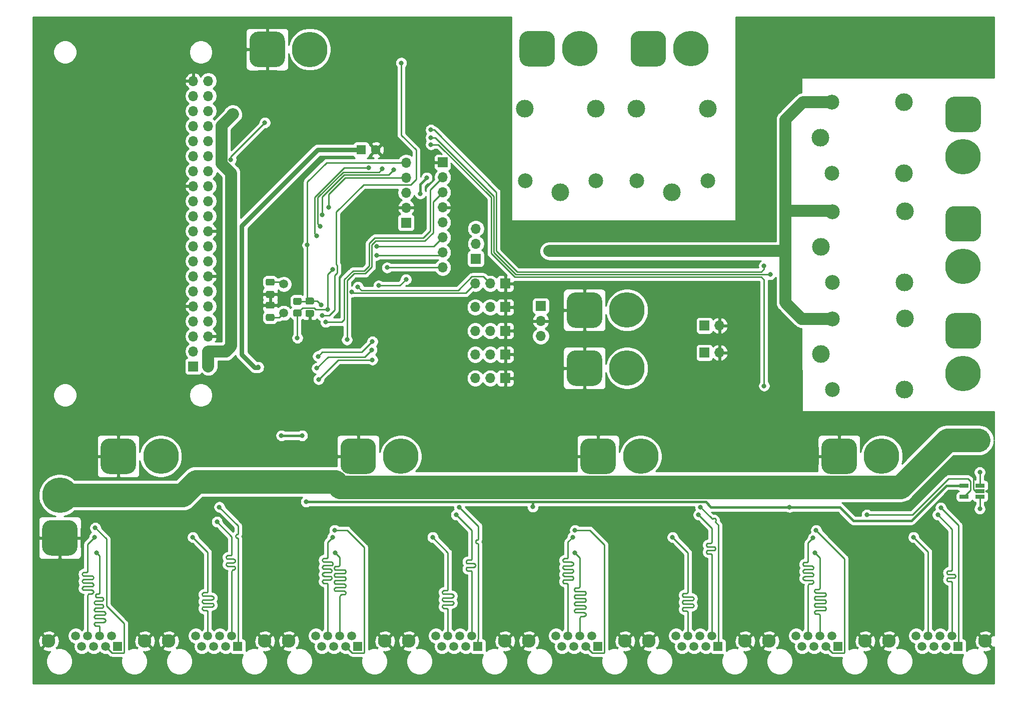
<source format=gbr>
%TF.GenerationSoftware,KiCad,Pcbnew,5.1.10*%
%TF.CreationDate,2021-11-10T11:01:34+01:00*%
%TF.ProjectId,Controller,436f6e74-726f-46c6-9c65-722e6b696361,rev?*%
%TF.SameCoordinates,Original*%
%TF.FileFunction,Copper,L2,Bot*%
%TF.FilePolarity,Positive*%
%FSLAX46Y46*%
G04 Gerber Fmt 4.6, Leading zero omitted, Abs format (unit mm)*
G04 Created by KiCad (PCBNEW 5.1.10) date 2021-11-10 11:01:34*
%MOMM*%
%LPD*%
G01*
G04 APERTURE LIST*
%TA.AperFunction,ComponentPad*%
%ADD10O,1.700000X1.700000*%
%TD*%
%TA.AperFunction,ComponentPad*%
%ADD11R,1.700000X1.700000*%
%TD*%
%TA.AperFunction,SMDPad,CuDef*%
%ADD12R,1.560000X0.650000*%
%TD*%
%TA.AperFunction,ComponentPad*%
%ADD13C,1.500000*%
%TD*%
%TA.AperFunction,ComponentPad*%
%ADD14C,3.000000*%
%TD*%
%TA.AperFunction,ComponentPad*%
%ADD15C,2.500000*%
%TD*%
%TA.AperFunction,ComponentPad*%
%ADD16C,6.000000*%
%TD*%
%TA.AperFunction,ComponentPad*%
%ADD17C,2.300000*%
%TD*%
%TA.AperFunction,ComponentPad*%
%ADD18R,1.500000X1.500000*%
%TD*%
%TA.AperFunction,ComponentPad*%
%ADD19C,1.600000*%
%TD*%
%TA.AperFunction,ComponentPad*%
%ADD20R,1.600000X1.600000*%
%TD*%
%TA.AperFunction,ViaPad*%
%ADD21C,0.800000*%
%TD*%
%TA.AperFunction,ViaPad*%
%ADD22C,2.000000*%
%TD*%
%TA.AperFunction,Conductor*%
%ADD23C,0.400000*%
%TD*%
%TA.AperFunction,Conductor*%
%ADD24C,0.250000*%
%TD*%
%TA.AperFunction,Conductor*%
%ADD25C,2.000000*%
%TD*%
%TA.AperFunction,Conductor*%
%ADD26C,0.800000*%
%TD*%
%TA.AperFunction,Conductor*%
%ADD27C,4.000000*%
%TD*%
%TA.AperFunction,Conductor*%
%ADD28C,0.254000*%
%TD*%
%TA.AperFunction,Conductor*%
%ADD29C,0.100000*%
%TD*%
G04 APERTURE END LIST*
D10*
%TO.P,J18,3*%
%TO.N,/DBG_TX*%
X151600000Y-93580000D03*
%TO.P,J18,2*%
%TO.N,GND*%
X151600000Y-91040000D03*
D11*
%TO.P,J18,1*%
%TO.N,/DBG_RX*%
X151600000Y-88500000D03*
%TD*%
D10*
%TO.P,J10,40*%
%TO.N,Net-(J10-Pad40)*%
X95340000Y-50440000D03*
%TO.P,J10,39*%
%TO.N,GND*%
X92800000Y-50440000D03*
%TO.P,J10,26*%
%TO.N,Net-(J10-Pad26)*%
X95340000Y-68220000D03*
%TO.P,J10,25*%
%TO.N,GND*%
X92800000Y-68220000D03*
%TO.P,J10,22*%
%TO.N,Net-(J10-Pad22)*%
X95340000Y-73300000D03*
%TO.P,J10,21*%
%TO.N,Net-(J10-Pad21)*%
X92800000Y-73300000D03*
%TO.P,J10,30*%
%TO.N,GND*%
X95340000Y-63140000D03*
%TO.P,J10,29*%
%TO.N,Net-(J10-Pad29)*%
X92800000Y-63140000D03*
%TO.P,J10,8*%
%TO.N,/RX*%
X95340000Y-91080000D03*
%TO.P,J10,7*%
%TO.N,Net-(J10-Pad7)*%
X92800000Y-91080000D03*
%TO.P,J10,32*%
%TO.N,Net-(J10-Pad32)*%
X95340000Y-60600000D03*
%TO.P,J10,31*%
%TO.N,Net-(J10-Pad31)*%
X92800000Y-60600000D03*
%TO.P,J10,18*%
%TO.N,Net-(J10-Pad18)*%
X95340000Y-78380000D03*
%TO.P,J10,17*%
%TO.N,Net-(J10-Pad17)*%
X92800000Y-78380000D03*
%TO.P,J10,36*%
%TO.N,Net-(J10-Pad36)*%
X95340000Y-55520000D03*
%TO.P,J10,35*%
%TO.N,Net-(J10-Pad35)*%
X92800000Y-55520000D03*
%TO.P,J10,34*%
%TO.N,GND*%
X95340000Y-58060000D03*
%TO.P,J10,33*%
%TO.N,Net-(J10-Pad33)*%
X92800000Y-58060000D03*
%TO.P,J10,38*%
%TO.N,Net-(J10-Pad38)*%
X95340000Y-52980000D03*
%TO.P,J10,37*%
%TO.N,Net-(J10-Pad37)*%
X92800000Y-52980000D03*
%TO.P,J10,20*%
%TO.N,GND*%
X95340000Y-75840000D03*
%TO.P,J10,19*%
%TO.N,Net-(J10-Pad19)*%
X92800000Y-75840000D03*
%TO.P,J10,10*%
%TO.N,/TX*%
X95340000Y-88540000D03*
%TO.P,J10,9*%
%TO.N,GND*%
X92800000Y-88540000D03*
%TO.P,J10,14*%
X95340000Y-83460000D03*
%TO.P,J10,13*%
%TO.N,Net-(J10-Pad13)*%
X92800000Y-83460000D03*
%TO.P,J10,28*%
%TO.N,Net-(J10-Pad28)*%
X95340000Y-65680000D03*
%TO.P,J10,27*%
%TO.N,Net-(J10-Pad27)*%
X92800000Y-65680000D03*
%TO.P,J10,12*%
%TO.N,Net-(J10-Pad12)*%
X95340000Y-86000000D03*
%TO.P,J10,11*%
%TO.N,Net-(J10-Pad11)*%
X92800000Y-86000000D03*
%TO.P,J10,24*%
%TO.N,Net-(J10-Pad24)*%
X95340000Y-70760000D03*
%TO.P,J10,23*%
%TO.N,Net-(J10-Pad23)*%
X92800000Y-70760000D03*
D11*
%TO.P,J10,1*%
%TO.N,Net-(J10-Pad1)*%
X92800000Y-98700000D03*
D10*
%TO.P,J10,2*%
%TO.N,+5V*%
X95340000Y-98700000D03*
%TO.P,J10,5*%
%TO.N,Net-(J10-Pad5)*%
X92800000Y-93620000D03*
%TO.P,J10,4*%
%TO.N,+5V*%
X95340000Y-96160000D03*
%TO.P,J10,16*%
%TO.N,Net-(J10-Pad16)*%
X95340000Y-80920000D03*
%TO.P,J10,15*%
%TO.N,Net-(J10-Pad15)*%
X92800000Y-80920000D03*
%TO.P,J10,3*%
%TO.N,Net-(J10-Pad3)*%
X92800000Y-96160000D03*
%TO.P,J10,6*%
%TO.N,GND*%
X95340000Y-93620000D03*
%TD*%
D12*
%TO.P,U9,5*%
%TO.N,+3V3*%
X223250000Y-118850000D03*
%TO.P,U9,4*%
%TO.N,I_PoE3*%
X223250000Y-120750000D03*
%TO.P,U9,3*%
%TO.N,Net-(D9-Pad2)*%
X225950000Y-120750000D03*
%TO.P,U9,2*%
%TO.N,GND*%
X225950000Y-119800000D03*
%TO.P,U9,1*%
%TO.N,+24V*%
X225950000Y-118850000D03*
%TD*%
D13*
%TO.P,Y1,2*%
%TO.N,Net-(C4-Pad1)*%
X108100000Y-89680000D03*
%TO.P,Y1,1*%
%TO.N,Net-(C3-Pad1)*%
X108100000Y-84800000D03*
%TD*%
%TO.P,R2,2*%
%TO.N,/NRST*%
%TA.AperFunction,SMDPad,CuDef*%
G36*
G01*
X110850001Y-88300000D02*
X109949999Y-88300000D01*
G75*
G02*
X109700000Y-88050001I0J249999D01*
G01*
X109700000Y-87349999D01*
G75*
G02*
X109949999Y-87100000I249999J0D01*
G01*
X110850001Y-87100000D01*
G75*
G02*
X111100000Y-87349999I0J-249999D01*
G01*
X111100000Y-88050001D01*
G75*
G02*
X110850001Y-88300000I-249999J0D01*
G01*
G37*
%TD.AperFunction*%
%TO.P,R2,1*%
%TO.N,+3V3*%
%TA.AperFunction,SMDPad,CuDef*%
G36*
G01*
X110850001Y-90300000D02*
X109949999Y-90300000D01*
G75*
G02*
X109700000Y-90050001I0J249999D01*
G01*
X109700000Y-89349999D01*
G75*
G02*
X109949999Y-89100000I249999J0D01*
G01*
X110850001Y-89100000D01*
G75*
G02*
X111100000Y-89349999I0J-249999D01*
G01*
X111100000Y-90050001D01*
G75*
G02*
X110850001Y-90300000I-249999J0D01*
G01*
G37*
%TD.AperFunction*%
%TD*%
D14*
%TO.P,K5,1*%
%TO.N,Net-(J33-Pad2)*%
X154900000Y-69300000D03*
D15*
%TO.P,K5,5*%
%TO.N,+5P*%
X148950000Y-67350000D03*
D14*
%TO.P,K5,4*%
%TO.N,Net-(J33-Pad1)*%
X148900000Y-55100000D03*
%TO.P,K5,3*%
%TO.N,Net-(K5-Pad3)*%
X160950000Y-55150000D03*
D15*
%TO.P,K5,2*%
%TO.N,Net-(D18-Pad2)*%
X160950000Y-67350000D03*
%TD*%
D14*
%TO.P,K4,1*%
%TO.N,Net-(J9-Pad2)*%
X198900000Y-60000000D03*
D15*
%TO.P,K4,5*%
%TO.N,+5P*%
X200850000Y-54050000D03*
D14*
%TO.P,K4,4*%
%TO.N,Net-(J9-Pad1)*%
X213100000Y-54000000D03*
%TO.P,K4,3*%
%TO.N,Net-(K4-Pad3)*%
X213050000Y-66050000D03*
D15*
%TO.P,K4,2*%
%TO.N,Net-(D17-Pad2)*%
X200850000Y-66050000D03*
%TD*%
D14*
%TO.P,K3,1*%
%TO.N,Net-(J8-Pad2)*%
X199000000Y-78500000D03*
D15*
%TO.P,K3,5*%
%TO.N,+5P*%
X200950000Y-72550000D03*
D14*
%TO.P,K3,4*%
%TO.N,Net-(J8-Pad1)*%
X213200000Y-72500000D03*
%TO.P,K3,3*%
%TO.N,Net-(K3-Pad3)*%
X213150000Y-84550000D03*
D15*
%TO.P,K3,2*%
%TO.N,Net-(D16-Pad2)*%
X200950000Y-84550000D03*
%TD*%
D14*
%TO.P,K2,1*%
%TO.N,Net-(J7-Pad2)*%
X199000000Y-96600000D03*
D15*
%TO.P,K2,5*%
%TO.N,+5P*%
X200950000Y-90650000D03*
D14*
%TO.P,K2,4*%
%TO.N,Net-(J7-Pad1)*%
X213200000Y-90600000D03*
%TO.P,K2,3*%
%TO.N,Net-(K2-Pad3)*%
X213150000Y-102650000D03*
D15*
%TO.P,K2,2*%
%TO.N,Net-(D15-Pad2)*%
X200950000Y-102650000D03*
%TD*%
D14*
%TO.P,K1,1*%
%TO.N,Net-(J5-Pad2)*%
X173800000Y-69300000D03*
D15*
%TO.P,K1,5*%
%TO.N,+5P*%
X167850000Y-67350000D03*
D14*
%TO.P,K1,4*%
%TO.N,Net-(J5-Pad1)*%
X167800000Y-55100000D03*
%TO.P,K1,3*%
%TO.N,Net-(K1-Pad3)*%
X179850000Y-55150000D03*
D15*
%TO.P,K1,2*%
%TO.N,Net-(D14-Pad2)*%
X179850000Y-67350000D03*
%TD*%
%TO.P,J33,1*%
%TO.N,Net-(J33-Pad1)*%
%TA.AperFunction,ComponentPad*%
G36*
G01*
X148000000Y-46500000D02*
X148000000Y-43500000D01*
G75*
G02*
X149500000Y-42000000I1500000J0D01*
G01*
X152500000Y-42000000D01*
G75*
G02*
X154000000Y-43500000I0J-1500000D01*
G01*
X154000000Y-46500000D01*
G75*
G02*
X152500000Y-48000000I-1500000J0D01*
G01*
X149500000Y-48000000D01*
G75*
G02*
X148000000Y-46500000I0J1500000D01*
G01*
G37*
%TD.AperFunction*%
D16*
%TO.P,J33,2*%
%TO.N,Net-(J33-Pad2)*%
X158200000Y-45000000D03*
%TD*%
%TO.P,J32,1*%
%TO.N,GND*%
%TA.AperFunction,ComponentPad*%
G36*
G01*
X71700000Y-130700000D02*
X68700000Y-130700000D01*
G75*
G02*
X67200000Y-129200000I0J1500000D01*
G01*
X67200000Y-126200000D01*
G75*
G02*
X68700000Y-124700000I1500000J0D01*
G01*
X71700000Y-124700000D01*
G75*
G02*
X73200000Y-126200000I0J-1500000D01*
G01*
X73200000Y-129200000D01*
G75*
G02*
X71700000Y-130700000I-1500000J0D01*
G01*
G37*
%TD.AperFunction*%
%TO.P,J32,2*%
%TO.N,+24V*%
X70200000Y-120500000D03*
%TD*%
%TO.P,J31,1*%
%TO.N,GND*%
%TA.AperFunction,ComponentPad*%
G36*
G01*
X199100000Y-115400000D02*
X199100000Y-112400000D01*
G75*
G02*
X200600000Y-110900000I1500000J0D01*
G01*
X203600000Y-110900000D01*
G75*
G02*
X205100000Y-112400000I0J-1500000D01*
G01*
X205100000Y-115400000D01*
G75*
G02*
X203600000Y-116900000I-1500000J0D01*
G01*
X200600000Y-116900000D01*
G75*
G02*
X199100000Y-115400000I0J1500000D01*
G01*
G37*
%TD.AperFunction*%
%TO.P,J31,2*%
%TO.N,Net-(D13-Pad2)*%
X209300000Y-113900000D03*
%TD*%
%TO.P,J30,1*%
%TO.N,GND*%
%TA.AperFunction,ComponentPad*%
G36*
G01*
X158300000Y-115400000D02*
X158300000Y-112400000D01*
G75*
G02*
X159800000Y-110900000I1500000J0D01*
G01*
X162800000Y-110900000D01*
G75*
G02*
X164300000Y-112400000I0J-1500000D01*
G01*
X164300000Y-115400000D01*
G75*
G02*
X162800000Y-116900000I-1500000J0D01*
G01*
X159800000Y-116900000D01*
G75*
G02*
X158300000Y-115400000I0J1500000D01*
G01*
G37*
%TD.AperFunction*%
%TO.P,J30,2*%
%TO.N,Net-(D12-Pad2)*%
X168500000Y-113900000D03*
%TD*%
%TO.P,J29,1*%
%TO.N,GND*%
%TA.AperFunction,ComponentPad*%
G36*
G01*
X117700000Y-115400000D02*
X117700000Y-112400000D01*
G75*
G02*
X119200000Y-110900000I1500000J0D01*
G01*
X122200000Y-110900000D01*
G75*
G02*
X123700000Y-112400000I0J-1500000D01*
G01*
X123700000Y-115400000D01*
G75*
G02*
X122200000Y-116900000I-1500000J0D01*
G01*
X119200000Y-116900000D01*
G75*
G02*
X117700000Y-115400000I0J1500000D01*
G01*
G37*
%TD.AperFunction*%
%TO.P,J29,2*%
%TO.N,Net-(D11-Pad2)*%
X127900000Y-113900000D03*
%TD*%
%TO.P,J28,1*%
%TO.N,GND*%
%TA.AperFunction,ComponentPad*%
G36*
G01*
X77100000Y-115400000D02*
X77100000Y-112400000D01*
G75*
G02*
X78600000Y-110900000I1500000J0D01*
G01*
X81600000Y-110900000D01*
G75*
G02*
X83100000Y-112400000I0J-1500000D01*
G01*
X83100000Y-115400000D01*
G75*
G02*
X81600000Y-116900000I-1500000J0D01*
G01*
X78600000Y-116900000D01*
G75*
G02*
X77100000Y-115400000I0J1500000D01*
G01*
G37*
%TD.AperFunction*%
%TO.P,J28,2*%
%TO.N,Net-(D10-Pad2)*%
X87300000Y-113900000D03*
%TD*%
D17*
%TO.P,J27,SH*%
%TO.N,GND*%
X226820000Y-145160000D03*
X210560000Y-145160000D03*
D13*
%TO.P,J27,8*%
%TO.N,Net-(J27-Pad8)*%
X215138000Y-144270000D03*
%TO.P,J27,6*%
%TO.N,Net-(J27-Pad6)*%
X217170000Y-144270000D03*
%TO.P,J27,4*%
%TO.N,Net-(J27-Pad4)*%
X219202000Y-144270000D03*
%TO.P,J27,2*%
%TO.N,Net-(J27-Pad2)*%
X221234000Y-144270000D03*
%TO.P,J27,7*%
%TO.N,Net-(J27-Pad7)*%
X216154000Y-146050000D03*
%TO.P,J27,5*%
%TO.N,Net-(J27-Pad5)*%
X218186000Y-146050000D03*
%TO.P,J27,3*%
%TO.N,Net-(J27-Pad3)*%
X220218000Y-146050000D03*
D18*
%TO.P,J27,1*%
%TO.N,Net-(J27-Pad1)*%
X222250000Y-146050000D03*
%TD*%
D17*
%TO.P,J26,SH*%
%TO.N,GND*%
X186180000Y-145160000D03*
X169920000Y-145160000D03*
D13*
%TO.P,J26,8*%
%TO.N,Net-(J26-Pad8)*%
X174498000Y-144270000D03*
%TO.P,J26,6*%
%TO.N,Net-(J26-Pad6)*%
X176530000Y-144270000D03*
%TO.P,J26,4*%
%TO.N,Net-(J26-Pad4)*%
X178562000Y-144270000D03*
%TO.P,J26,2*%
%TO.N,Net-(J26-Pad2)*%
X180594000Y-144270000D03*
%TO.P,J26,7*%
%TO.N,Net-(J26-Pad7)*%
X175514000Y-146050000D03*
%TO.P,J26,5*%
%TO.N,Net-(J26-Pad5)*%
X177546000Y-146050000D03*
%TO.P,J26,3*%
%TO.N,Net-(J26-Pad3)*%
X179578000Y-146050000D03*
D18*
%TO.P,J26,1*%
%TO.N,Net-(J26-Pad1)*%
X181610000Y-146050000D03*
%TD*%
D17*
%TO.P,J25,SH*%
%TO.N,GND*%
X145540000Y-145160000D03*
X129280000Y-145160000D03*
D13*
%TO.P,J25,8*%
%TO.N,Net-(J25-Pad8)*%
X133858000Y-144270000D03*
%TO.P,J25,6*%
%TO.N,Net-(J25-Pad6)*%
X135890000Y-144270000D03*
%TO.P,J25,4*%
%TO.N,Net-(J25-Pad4)*%
X137922000Y-144270000D03*
%TO.P,J25,2*%
%TO.N,Net-(J25-Pad2)*%
X139954000Y-144270000D03*
%TO.P,J25,7*%
%TO.N,Net-(J25-Pad7)*%
X134874000Y-146050000D03*
%TO.P,J25,5*%
%TO.N,Net-(J25-Pad5)*%
X136906000Y-146050000D03*
%TO.P,J25,3*%
%TO.N,Net-(J25-Pad3)*%
X138938000Y-146050000D03*
D18*
%TO.P,J25,1*%
%TO.N,Net-(J25-Pad1)*%
X140970000Y-146050000D03*
%TD*%
D17*
%TO.P,J24,SH*%
%TO.N,GND*%
X104900000Y-145160000D03*
X88640000Y-145160000D03*
D13*
%TO.P,J24,8*%
%TO.N,Net-(J24-Pad8)*%
X93218000Y-144270000D03*
%TO.P,J24,6*%
%TO.N,Net-(J24-Pad6)*%
X95250000Y-144270000D03*
%TO.P,J24,4*%
%TO.N,Net-(J24-Pad4)*%
X97282000Y-144270000D03*
%TO.P,J24,2*%
%TO.N,Net-(J24-Pad2)*%
X99314000Y-144270000D03*
%TO.P,J24,7*%
%TO.N,Net-(J24-Pad7)*%
X94234000Y-146050000D03*
%TO.P,J24,5*%
%TO.N,Net-(J24-Pad5)*%
X96266000Y-146050000D03*
%TO.P,J24,3*%
%TO.N,Net-(J24-Pad3)*%
X98298000Y-146050000D03*
D18*
%TO.P,J24,1*%
%TO.N,Net-(J24-Pad1)*%
X100330000Y-146050000D03*
%TD*%
D17*
%TO.P,J23,SH*%
%TO.N,GND*%
X206500000Y-145160000D03*
X190240000Y-145160000D03*
D13*
%TO.P,J23,8*%
%TO.N,Net-(J23-Pad8)*%
X194818000Y-144270000D03*
%TO.P,J23,6*%
%TO.N,Net-(J23-Pad6)*%
X196850000Y-144270000D03*
%TO.P,J23,4*%
%TO.N,Net-(J23-Pad4)*%
X198882000Y-144270000D03*
%TO.P,J23,2*%
%TO.N,Net-(J23-Pad2)*%
X200914000Y-144270000D03*
%TO.P,J23,7*%
%TO.N,Net-(J23-Pad7)*%
X195834000Y-146050000D03*
%TO.P,J23,5*%
%TO.N,Net-(J23-Pad5)*%
X197866000Y-146050000D03*
%TO.P,J23,3*%
%TO.N,Net-(J23-Pad3)*%
X199898000Y-146050000D03*
D18*
%TO.P,J23,1*%
%TO.N,Net-(J23-Pad1)*%
X201930000Y-146050000D03*
%TD*%
D17*
%TO.P,J22,SH*%
%TO.N,GND*%
X165860000Y-145160000D03*
X149600000Y-145160000D03*
D13*
%TO.P,J22,8*%
%TO.N,Net-(J22-Pad8)*%
X154178000Y-144270000D03*
%TO.P,J22,6*%
%TO.N,Net-(J22-Pad6)*%
X156210000Y-144270000D03*
%TO.P,J22,4*%
%TO.N,Net-(J22-Pad4)*%
X158242000Y-144270000D03*
%TO.P,J22,2*%
%TO.N,Net-(J22-Pad2)*%
X160274000Y-144270000D03*
%TO.P,J22,7*%
%TO.N,Net-(J22-Pad7)*%
X155194000Y-146050000D03*
%TO.P,J22,5*%
%TO.N,Net-(J22-Pad5)*%
X157226000Y-146050000D03*
%TO.P,J22,3*%
%TO.N,Net-(J22-Pad3)*%
X159258000Y-146050000D03*
D18*
%TO.P,J22,1*%
%TO.N,Net-(J22-Pad1)*%
X161290000Y-146050000D03*
%TD*%
D17*
%TO.P,J21,SH*%
%TO.N,GND*%
X125220000Y-145160000D03*
X108960000Y-145160000D03*
D13*
%TO.P,J21,8*%
%TO.N,Net-(J21-Pad8)*%
X113538000Y-144270000D03*
%TO.P,J21,6*%
%TO.N,Net-(J21-Pad6)*%
X115570000Y-144270000D03*
%TO.P,J21,4*%
%TO.N,Net-(J21-Pad4)*%
X117602000Y-144270000D03*
%TO.P,J21,2*%
%TO.N,Net-(J21-Pad2)*%
X119634000Y-144270000D03*
%TO.P,J21,7*%
%TO.N,Net-(J21-Pad7)*%
X114554000Y-146050000D03*
%TO.P,J21,5*%
%TO.N,Net-(J21-Pad5)*%
X116586000Y-146050000D03*
%TO.P,J21,3*%
%TO.N,Net-(J21-Pad3)*%
X118618000Y-146050000D03*
D18*
%TO.P,J21,1*%
%TO.N,Net-(J21-Pad1)*%
X120650000Y-146050000D03*
%TD*%
D17*
%TO.P,J20,SH*%
%TO.N,GND*%
X84580000Y-145160000D03*
X68320000Y-145160000D03*
D13*
%TO.P,J20,8*%
%TO.N,Net-(J20-Pad8)*%
X72898000Y-144270000D03*
%TO.P,J20,6*%
%TO.N,Net-(J20-Pad6)*%
X74930000Y-144270000D03*
%TO.P,J20,4*%
%TO.N,Net-(J20-Pad4)*%
X76962000Y-144270000D03*
%TO.P,J20,2*%
%TO.N,Net-(J20-Pad2)*%
X78994000Y-144270000D03*
%TO.P,J20,7*%
%TO.N,Net-(J20-Pad7)*%
X73914000Y-146050000D03*
%TO.P,J20,5*%
%TO.N,Net-(J20-Pad5)*%
X75946000Y-146050000D03*
%TO.P,J20,3*%
%TO.N,Net-(J20-Pad3)*%
X77978000Y-146050000D03*
D18*
%TO.P,J20,1*%
%TO.N,Net-(J20-Pad1)*%
X80010000Y-146050000D03*
%TD*%
%TO.P,J19,1*%
%TO.N,GND*%
%TA.AperFunction,ComponentPad*%
G36*
G01*
X102300000Y-46600000D02*
X102300000Y-43600000D01*
G75*
G02*
X103800000Y-42100000I1500000J0D01*
G01*
X106800000Y-42100000D01*
G75*
G02*
X108300000Y-43600000I0J-1500000D01*
G01*
X108300000Y-46600000D01*
G75*
G02*
X106800000Y-48100000I-1500000J0D01*
G01*
X103800000Y-48100000D01*
G75*
G02*
X102300000Y-46600000I0J1500000D01*
G01*
G37*
%TD.AperFunction*%
D16*
%TO.P,J19,2*%
%TO.N,Net-(D4-Pad2)*%
X112500000Y-45100000D03*
%TD*%
D10*
%TO.P,J17,5*%
%TO.N,/NRST*%
X128800000Y-64240000D03*
%TO.P,J17,4*%
%TO.N,+3V3*%
X128800000Y-66780000D03*
%TO.P,J17,3*%
%TO.N,/SWCLK*%
X128800000Y-69320000D03*
%TO.P,J17,2*%
%TO.N,GND*%
X128800000Y-71860000D03*
D11*
%TO.P,J17,1*%
%TO.N,/SWDIO*%
X128800000Y-74400000D03*
%TD*%
D10*
%TO.P,J16,8*%
%TO.N,/CHARGE_EN*%
X135000000Y-81980000D03*
%TO.P,J16,7*%
%TO.N,/SCL*%
X135000000Y-79440000D03*
%TO.P,J16,6*%
%TO.N,/SDA*%
X135000000Y-76900000D03*
%TO.P,J16,5*%
%TO.N,+3V3*%
X135000000Y-74360000D03*
%TO.P,J16,4*%
%TO.N,GND*%
X135000000Y-71820000D03*
%TO.P,J16,3*%
%TO.N,/I_CHARGE*%
X135000000Y-69280000D03*
%TO.P,J16,2*%
%TO.N,/V_SOLAR*%
X135000000Y-66740000D03*
D11*
%TO.P,J16,1*%
%TO.N,GND*%
X135000000Y-64200000D03*
%TD*%
D10*
%TO.P,J15,3*%
%TO.N,/PG4*%
X140520000Y-84700000D03*
%TO.P,J15,2*%
%TO.N,/EN4*%
X143060000Y-84700000D03*
D11*
%TO.P,J15,1*%
%TO.N,GND*%
X145600000Y-84700000D03*
%TD*%
D10*
%TO.P,J14,3*%
%TO.N,/PG3*%
X140520000Y-88700000D03*
%TO.P,J14,2*%
%TO.N,/EN3*%
X143060000Y-88700000D03*
D11*
%TO.P,J14,1*%
%TO.N,GND*%
X145600000Y-88700000D03*
%TD*%
D10*
%TO.P,J13,3*%
%TO.N,/PG2*%
X140520000Y-92700000D03*
%TO.P,J13,2*%
%TO.N,/EN2*%
X143060000Y-92700000D03*
D11*
%TO.P,J13,1*%
%TO.N,GND*%
X145600000Y-92700000D03*
%TD*%
D10*
%TO.P,J12,3*%
%TO.N,/PG1*%
X140520000Y-96700000D03*
%TO.P,J12,2*%
%TO.N,/EN1*%
X143060000Y-96700000D03*
D11*
%TO.P,J12,1*%
%TO.N,GND*%
X145600000Y-96700000D03*
%TD*%
D10*
%TO.P,J11,3*%
%TO.N,/PG0*%
X140520000Y-100700000D03*
%TO.P,J11,2*%
%TO.N,/EN0*%
X143060000Y-100700000D03*
D11*
%TO.P,J11,1*%
%TO.N,GND*%
X145600000Y-100700000D03*
%TD*%
%TO.P,J9,1*%
%TO.N,Net-(J9-Pad1)*%
%TA.AperFunction,ComponentPad*%
G36*
G01*
X221600000Y-53100000D02*
X224600000Y-53100000D01*
G75*
G02*
X226100000Y-54600000I0J-1500000D01*
G01*
X226100000Y-57600000D01*
G75*
G02*
X224600000Y-59100000I-1500000J0D01*
G01*
X221600000Y-59100000D01*
G75*
G02*
X220100000Y-57600000I0J1500000D01*
G01*
X220100000Y-54600000D01*
G75*
G02*
X221600000Y-53100000I1500000J0D01*
G01*
G37*
%TD.AperFunction*%
D16*
%TO.P,J9,2*%
%TO.N,Net-(J9-Pad2)*%
X223100000Y-63300000D03*
%TD*%
%TO.P,J8,1*%
%TO.N,Net-(J8-Pad1)*%
%TA.AperFunction,ComponentPad*%
G36*
G01*
X221600000Y-71600000D02*
X224600000Y-71600000D01*
G75*
G02*
X226100000Y-73100000I0J-1500000D01*
G01*
X226100000Y-76100000D01*
G75*
G02*
X224600000Y-77600000I-1500000J0D01*
G01*
X221600000Y-77600000D01*
G75*
G02*
X220100000Y-76100000I0J1500000D01*
G01*
X220100000Y-73100000D01*
G75*
G02*
X221600000Y-71600000I1500000J0D01*
G01*
G37*
%TD.AperFunction*%
%TO.P,J8,2*%
%TO.N,Net-(J8-Pad2)*%
X223100000Y-81800000D03*
%TD*%
%TO.P,J7,1*%
%TO.N,Net-(J7-Pad1)*%
%TA.AperFunction,ComponentPad*%
G36*
G01*
X221600000Y-89700000D02*
X224600000Y-89700000D01*
G75*
G02*
X226100000Y-91200000I0J-1500000D01*
G01*
X226100000Y-94200000D01*
G75*
G02*
X224600000Y-95700000I-1500000J0D01*
G01*
X221600000Y-95700000D01*
G75*
G02*
X220100000Y-94200000I0J1500000D01*
G01*
X220100000Y-91200000D01*
G75*
G02*
X221600000Y-89700000I1500000J0D01*
G01*
G37*
%TD.AperFunction*%
%TO.P,J7,2*%
%TO.N,Net-(J7-Pad2)*%
X223100000Y-99900000D03*
%TD*%
D10*
%TO.P,J6,3*%
%TO.N,/GPIO2*%
X140600000Y-75420000D03*
%TO.P,J6,2*%
%TO.N,/GPIO1*%
X140600000Y-77960000D03*
D11*
%TO.P,J6,1*%
%TO.N,/GPIO0*%
X140600000Y-80500000D03*
%TD*%
%TO.P,J5,1*%
%TO.N,Net-(J5-Pad1)*%
%TA.AperFunction,ComponentPad*%
G36*
G01*
X166800000Y-46500000D02*
X166800000Y-43500000D01*
G75*
G02*
X168300000Y-42000000I1500000J0D01*
G01*
X171300000Y-42000000D01*
G75*
G02*
X172800000Y-43500000I0J-1500000D01*
G01*
X172800000Y-46500000D01*
G75*
G02*
X171300000Y-48000000I-1500000J0D01*
G01*
X168300000Y-48000000D01*
G75*
G02*
X166800000Y-46500000I0J1500000D01*
G01*
G37*
%TD.AperFunction*%
D16*
%TO.P,J5,2*%
%TO.N,Net-(J5-Pad2)*%
X177000000Y-45000000D03*
%TD*%
D10*
%TO.P,J4,2*%
%TO.N,GND*%
X181840000Y-96400000D03*
D11*
%TO.P,J4,1*%
%TO.N,Net-(D1-Pad1)*%
X179300000Y-96400000D03*
%TD*%
D10*
%TO.P,J3,2*%
%TO.N,GND*%
X181840000Y-91800000D03*
D11*
%TO.P,J3,1*%
%TO.N,Net-(D1-Pad1)*%
X179300000Y-91800000D03*
%TD*%
%TO.P,J2,1*%
%TO.N,GND*%
%TA.AperFunction,ComponentPad*%
G36*
G01*
X156000000Y-90700000D02*
X156000000Y-87700000D01*
G75*
G02*
X157500000Y-86200000I1500000J0D01*
G01*
X160500000Y-86200000D01*
G75*
G02*
X162000000Y-87700000I0J-1500000D01*
G01*
X162000000Y-90700000D01*
G75*
G02*
X160500000Y-92200000I-1500000J0D01*
G01*
X157500000Y-92200000D01*
G75*
G02*
X156000000Y-90700000I0J1500000D01*
G01*
G37*
%TD.AperFunction*%
D16*
%TO.P,J2,2*%
%TO.N,Net-(D2-Pad2)*%
X166200000Y-89200000D03*
%TD*%
%TO.P,J1,1*%
%TO.N,GND*%
%TA.AperFunction,ComponentPad*%
G36*
G01*
X156000000Y-100500000D02*
X156000000Y-97500000D01*
G75*
G02*
X157500000Y-96000000I1500000J0D01*
G01*
X160500000Y-96000000D01*
G75*
G02*
X162000000Y-97500000I0J-1500000D01*
G01*
X162000000Y-100500000D01*
G75*
G02*
X160500000Y-102000000I-1500000J0D01*
G01*
X157500000Y-102000000D01*
G75*
G02*
X156000000Y-100500000I0J1500000D01*
G01*
G37*
%TD.AperFunction*%
%TO.P,J1,2*%
%TO.N,Net-(D1-Pad2)*%
X166200000Y-99000000D03*
%TD*%
D19*
%TO.P,C7,2*%
%TO.N,GND*%
X123700000Y-62100000D03*
D20*
%TO.P,C7,1*%
%TO.N,+3V3*%
X121200000Y-62100000D03*
%TD*%
%TO.P,C4,2*%
%TO.N,GND*%
%TA.AperFunction,SMDPad,CuDef*%
G36*
G01*
X106275000Y-88950000D02*
X105325000Y-88950000D01*
G75*
G02*
X105075000Y-88700000I0J250000D01*
G01*
X105075000Y-88025000D01*
G75*
G02*
X105325000Y-87775000I250000J0D01*
G01*
X106275000Y-87775000D01*
G75*
G02*
X106525000Y-88025000I0J-250000D01*
G01*
X106525000Y-88700000D01*
G75*
G02*
X106275000Y-88950000I-250000J0D01*
G01*
G37*
%TD.AperFunction*%
%TO.P,C4,1*%
%TO.N,Net-(C4-Pad1)*%
%TA.AperFunction,SMDPad,CuDef*%
G36*
G01*
X106275000Y-91025000D02*
X105325000Y-91025000D01*
G75*
G02*
X105075000Y-90775000I0J250000D01*
G01*
X105075000Y-90100000D01*
G75*
G02*
X105325000Y-89850000I250000J0D01*
G01*
X106275000Y-89850000D01*
G75*
G02*
X106525000Y-90100000I0J-250000D01*
G01*
X106525000Y-90775000D01*
G75*
G02*
X106275000Y-91025000I-250000J0D01*
G01*
G37*
%TD.AperFunction*%
%TD*%
%TO.P,C3,2*%
%TO.N,GND*%
%TA.AperFunction,SMDPad,CuDef*%
G36*
G01*
X105325000Y-85950000D02*
X106275000Y-85950000D01*
G75*
G02*
X106525000Y-86200000I0J-250000D01*
G01*
X106525000Y-86875000D01*
G75*
G02*
X106275000Y-87125000I-250000J0D01*
G01*
X105325000Y-87125000D01*
G75*
G02*
X105075000Y-86875000I0J250000D01*
G01*
X105075000Y-86200000D01*
G75*
G02*
X105325000Y-85950000I250000J0D01*
G01*
G37*
%TD.AperFunction*%
%TO.P,C3,1*%
%TO.N,Net-(C3-Pad1)*%
%TA.AperFunction,SMDPad,CuDef*%
G36*
G01*
X105325000Y-83875000D02*
X106275000Y-83875000D01*
G75*
G02*
X106525000Y-84125000I0J-250000D01*
G01*
X106525000Y-84800000D01*
G75*
G02*
X106275000Y-85050000I-250000J0D01*
G01*
X105325000Y-85050000D01*
G75*
G02*
X105075000Y-84800000I0J250000D01*
G01*
X105075000Y-84125000D01*
G75*
G02*
X105325000Y-83875000I250000J0D01*
G01*
G37*
%TD.AperFunction*%
%TD*%
%TO.P,C1,2*%
%TO.N,GND*%
%TA.AperFunction,SMDPad,CuDef*%
G36*
G01*
X112025000Y-89150000D02*
X112975000Y-89150000D01*
G75*
G02*
X113225000Y-89400000I0J-250000D01*
G01*
X113225000Y-90075000D01*
G75*
G02*
X112975000Y-90325000I-250000J0D01*
G01*
X112025000Y-90325000D01*
G75*
G02*
X111775000Y-90075000I0J250000D01*
G01*
X111775000Y-89400000D01*
G75*
G02*
X112025000Y-89150000I250000J0D01*
G01*
G37*
%TD.AperFunction*%
%TO.P,C1,1*%
%TO.N,/NRST*%
%TA.AperFunction,SMDPad,CuDef*%
G36*
G01*
X112025000Y-87075000D02*
X112975000Y-87075000D01*
G75*
G02*
X113225000Y-87325000I0J-250000D01*
G01*
X113225000Y-88000000D01*
G75*
G02*
X112975000Y-88250000I-250000J0D01*
G01*
X112025000Y-88250000D01*
G75*
G02*
X111775000Y-88000000I0J250000D01*
G01*
X111775000Y-87325000D01*
G75*
G02*
X112025000Y-87075000I250000J0D01*
G01*
G37*
%TD.AperFunction*%
%TD*%
D21*
%TO.N,GND*%
X125400000Y-94454178D03*
X92600000Y-123500000D03*
X92600000Y-124500000D03*
X92600000Y-125500000D03*
X92300000Y-132700000D03*
X91300000Y-133100000D03*
X137200000Y-125400000D03*
X138000000Y-126200000D03*
X138700000Y-127000000D03*
X137000000Y-132300000D03*
X133200000Y-132700000D03*
X132200000Y-132700000D03*
X131200000Y-132900000D03*
X148500000Y-114400000D03*
X148500000Y-113300000D03*
X148500000Y-112300000D03*
X189600000Y-115300000D03*
X189600000Y-114100000D03*
X189600000Y-113100000D03*
X174100000Y-132700000D03*
X173100000Y-132700000D03*
X172200000Y-133000000D03*
X214600000Y-132700000D03*
X213600000Y-132700000D03*
X212700000Y-132900000D03*
X213400000Y-126400000D03*
X214200000Y-126000000D03*
X218600000Y-126100000D03*
X219500000Y-127000000D03*
X173300000Y-123300000D03*
X173300000Y-124400000D03*
X173300000Y-125400000D03*
X220200000Y-116500000D03*
X105900000Y-63500000D03*
X103800000Y-63400000D03*
X101200000Y-69100000D03*
X118700000Y-75700000D03*
X190800000Y-70300000D03*
X179900000Y-76400000D03*
X166700000Y-75500000D03*
X133700000Y-50900000D03*
X132700000Y-52000000D03*
X132100000Y-50000000D03*
X133500000Y-48800000D03*
X129600000Y-57300000D03*
X126300000Y-60000000D03*
X125800000Y-58800000D03*
X123600000Y-59200000D03*
X125300000Y-60200000D03*
%TO.N,/NRST*%
X112100000Y-78200000D03*
X114400000Y-88300000D03*
D22*
%TO.N,+5V*%
X99475000Y-56025000D03*
D21*
%TO.N,+3V3*%
X115525010Y-89074990D03*
X115700000Y-71800000D03*
X116400000Y-82300000D03*
X193700000Y-122500000D03*
X150250000Y-122450000D03*
X111200000Y-110400000D03*
X107700000Y-110400000D03*
X110400000Y-93900000D03*
X103800000Y-98800000D03*
X131200000Y-69500000D03*
X132300000Y-66800000D03*
X111900000Y-121600000D03*
D22*
%TO.N,+5P*%
X153000000Y-79200000D03*
X170800000Y-79200000D03*
D21*
%TO.N,Net-(D9-Pad2)*%
X225900000Y-122800000D03*
%TO.N,/GPIO2*%
X124150000Y-85050000D03*
X128800000Y-84000000D03*
%TO.N,/PG4*%
X119600000Y-86100000D03*
%TO.N,/EN4*%
X120650000Y-85250000D03*
%TO.N,/CHARGE_EN*%
X125600000Y-82000000D03*
%TO.N,/SCL*%
X123800000Y-79900000D03*
%TO.N,/SDA*%
X123800000Y-78400000D03*
%TO.N,/I_CHARGE*%
X118800000Y-94200000D03*
%TO.N,/V_SOLAR*%
X115200000Y-91200000D03*
%TO.N,Net-(J20-Pad6)*%
X76100000Y-127600000D03*
%TO.N,Net-(J20-Pad4)*%
X76400000Y-130200000D03*
%TO.N,Net-(J20-Pad3)*%
X76200000Y-126000000D03*
%TO.N,Net-(J21-Pad6)*%
X116400000Y-127600000D03*
%TO.N,Net-(J21-Pad4)*%
X116800000Y-130200000D03*
%TO.N,Net-(J21-Pad3)*%
X116700000Y-126400000D03*
%TO.N,Net-(J22-Pad6)*%
X157000000Y-127600000D03*
%TO.N,Net-(J22-Pad4)*%
X157400000Y-130200000D03*
%TO.N,Net-(J22-Pad3)*%
X157400000Y-126400000D03*
%TO.N,Net-(J23-Pad6)*%
X197700000Y-127700000D03*
%TO.N,Net-(J23-Pad4)*%
X198000000Y-130200000D03*
%TO.N,Net-(J23-Pad3)*%
X198200000Y-126400000D03*
%TO.N,Net-(J24-Pad6)*%
X92700000Y-127600000D03*
%TO.N,Net-(J24-Pad2)*%
X96800000Y-125000000D03*
%TO.N,Net-(J24-Pad1)*%
X97200000Y-122500000D03*
%TO.N,Net-(J25-Pad6)*%
X133300000Y-127600000D03*
%TO.N,Net-(J25-Pad2)*%
X137300000Y-123800000D03*
%TO.N,Net-(J25-Pad1)*%
X137800000Y-122500000D03*
%TO.N,Net-(J26-Pad6)*%
X173900000Y-127600000D03*
%TO.N,Net-(J26-Pad2)*%
X178300000Y-123800000D03*
%TO.N,Net-(J26-Pad1)*%
X178600000Y-122500000D03*
%TO.N,Net-(J27-Pad6)*%
X214700000Y-127600000D03*
%TO.N,Net-(J27-Pad2)*%
X218800000Y-123800000D03*
%TO.N,Net-(J27-Pad1)*%
X219300000Y-122600000D03*
%TO.N,+24V*%
X225900000Y-116600000D03*
D22*
X225700000Y-111200000D03*
X185399999Y-119100001D03*
X144499999Y-119100001D03*
X103800000Y-118200000D03*
D21*
%TO.N,Net-(Q5-Pad3)*%
X99150000Y-63750000D03*
X104900000Y-57500000D03*
%TO.N,/B*%
X123100000Y-94500000D03*
X113900000Y-97000000D03*
%TO.N,/G*%
X123000000Y-95900000D03*
X113700000Y-99000000D03*
%TO.N,/R*%
X123100000Y-97600000D03*
X114000000Y-100900000D03*
%TO.N,/OUTLET_0*%
X114600000Y-73100000D03*
X126700000Y-65500000D03*
X133000000Y-61200000D03*
X189400000Y-102000000D03*
%TO.N,/OUTLET_1*%
X114300000Y-75000000D03*
X124800000Y-65300000D03*
X133000000Y-60000000D03*
X190449990Y-83149990D03*
%TO.N,/OUTLET_2*%
X113700000Y-76600000D03*
X122500000Y-65100000D03*
X133000000Y-58700000D03*
X189400000Y-81700000D03*
%TO.N,BATTERY*%
X128000000Y-47400000D03*
X114600000Y-90100000D03*
%TO.N,I_PoE3*%
X206800000Y-123800000D03*
%TD*%
D23*
%TO.N,GND*%
X224225002Y-116500000D02*
X220200000Y-116500000D01*
D24*
X224844999Y-119435001D02*
X224844999Y-116955001D01*
X225209998Y-119800000D02*
X224844999Y-119435001D01*
X225950000Y-119800000D02*
X225209998Y-119800000D01*
X224389998Y-116500000D02*
X224225002Y-116500000D01*
X224844999Y-116955001D02*
X224389998Y-116500000D01*
%TO.N,/NRST*%
X112462500Y-87700000D02*
X112500000Y-87662500D01*
X110400000Y-87700000D02*
X112462500Y-87700000D01*
X112500000Y-87662500D02*
X113762500Y-87662500D01*
X113762500Y-87662500D02*
X114400000Y-88300000D01*
X112100000Y-87262500D02*
X112500000Y-87662500D01*
X112100000Y-78200000D02*
X112100000Y-87262500D01*
X128800000Y-64240000D02*
X115360000Y-64240000D01*
X112100000Y-67500000D02*
X112100000Y-78200000D01*
X115360000Y-64240000D02*
X112100000Y-67500000D01*
%TO.N,Net-(C3-Pad1)*%
X107762500Y-84462500D02*
X108100000Y-84800000D01*
X105800000Y-84462500D02*
X107762500Y-84462500D01*
%TO.N,Net-(C4-Pad1)*%
X107342500Y-90437500D02*
X108100000Y-89680000D01*
X105800000Y-90437500D02*
X107342500Y-90437500D01*
D25*
%TO.N,+5V*%
X95340000Y-98700000D02*
X95340000Y-96160000D01*
X95340000Y-96160000D02*
X98340000Y-96160000D01*
X98340000Y-96160000D02*
X99200000Y-95300000D01*
X97549999Y-64418001D02*
X97549999Y-58050001D01*
X99200000Y-66068002D02*
X97549999Y-64418001D01*
X99200000Y-95300000D02*
X99200000Y-66068002D01*
X97549999Y-58050001D02*
X99500000Y-56100000D01*
D24*
%TO.N,+3V3*%
X111275010Y-88824990D02*
X110400000Y-89700000D01*
X113213180Y-88824990D02*
X111275010Y-88824990D01*
X113463180Y-89074990D02*
X113213180Y-88824990D01*
X115525010Y-89074990D02*
X113463180Y-89074990D01*
X128800000Y-66780000D02*
X118520000Y-66780000D01*
X118520000Y-66780000D02*
X115700000Y-69600000D01*
X115700000Y-69600000D02*
X115700000Y-71800000D01*
X115700000Y-71800000D02*
X115700000Y-71800000D01*
X115525010Y-89074990D02*
X115525010Y-83174990D01*
X115525010Y-83174990D02*
X116400000Y-82300000D01*
X116400000Y-82300000D02*
X116400000Y-82300000D01*
D23*
X193700000Y-122500000D02*
X193700000Y-122500000D01*
X193700000Y-122500000D02*
X180400000Y-122500000D01*
X180400000Y-122500000D02*
X179500000Y-121600000D01*
X140100000Y-121600000D02*
X111900000Y-121600000D01*
X150250000Y-121650000D02*
X150300000Y-121600000D01*
X150250000Y-122450000D02*
X150250000Y-121650000D01*
X150300000Y-121600000D02*
X140100000Y-121600000D01*
X179500000Y-121600000D02*
X150300000Y-121600000D01*
X111200000Y-110400000D02*
X107700000Y-110400000D01*
X107700000Y-110400000D02*
X107700000Y-110400000D01*
D24*
X110400000Y-89700000D02*
X110400000Y-93900000D01*
D26*
X121200000Y-62100000D02*
X113800000Y-62100000D01*
X113800000Y-62100000D02*
X101000000Y-74900000D01*
X101000000Y-74900000D02*
X101000000Y-96700000D01*
X101000000Y-96700000D02*
X103200000Y-98900000D01*
X103200000Y-98900000D02*
X103800000Y-98900000D01*
D23*
X131200000Y-69500000D02*
X131200000Y-67900000D01*
X131200000Y-67900000D02*
X132300000Y-66800000D01*
X132300000Y-66800000D02*
X132300000Y-66800000D01*
X220250000Y-118850000D02*
X223250000Y-118850000D01*
X214300000Y-124800000D02*
X220250000Y-118850000D01*
X204500000Y-124800000D02*
X214300000Y-124800000D01*
X202200000Y-122500000D02*
X204500000Y-124800000D01*
X193700000Y-122500000D02*
X202200000Y-122500000D01*
D25*
%TO.N,+5P*%
X153000000Y-79200000D02*
X170800000Y-79200000D01*
X170800000Y-79200000D02*
X193000000Y-79200000D01*
X193000000Y-79200000D02*
X193000000Y-87900000D01*
X195750000Y-90650000D02*
X200950000Y-90650000D01*
X193000000Y-87900000D02*
X195750000Y-90650000D01*
X195950000Y-54050000D02*
X200850000Y-54050000D01*
X193000000Y-57000000D02*
X195950000Y-54050000D01*
X200800000Y-72400000D02*
X200950000Y-72550000D01*
X193000000Y-79200000D02*
X193000000Y-72400000D01*
X193000000Y-72400000D02*
X200800000Y-72400000D01*
X193000000Y-72400000D02*
X193000000Y-57000000D01*
D23*
%TO.N,Net-(D9-Pad2)*%
X225900000Y-122800000D02*
X225900000Y-122800000D01*
D24*
X225950000Y-122750000D02*
X225900000Y-122800000D01*
X225950000Y-120750000D02*
X225950000Y-122750000D01*
%TO.N,/GPIO2*%
X124150000Y-85050000D02*
X127750000Y-85050000D01*
X127750000Y-85050000D02*
X128800000Y-84000000D01*
X128800000Y-84000000D02*
X128800000Y-84000000D01*
%TO.N,/PG4*%
X138894984Y-86325016D02*
X140520000Y-84700000D01*
X119825017Y-86325016D02*
X138894984Y-86325016D01*
X119600000Y-86100000D02*
X119825017Y-86325016D01*
%TO.N,/EN4*%
X141884999Y-83524999D02*
X143060000Y-84700000D01*
X139955999Y-83524999D02*
X141884999Y-83524999D01*
X137605997Y-85875001D02*
X139955999Y-83524999D01*
X121275001Y-85875001D02*
X137605997Y-85875001D01*
X120650000Y-85250000D02*
X121275001Y-85875001D01*
%TO.N,/CHARGE_EN*%
X134980000Y-82000000D02*
X135000000Y-81980000D01*
X125600000Y-82000000D02*
X134980000Y-82000000D01*
%TO.N,/SCL*%
X134540000Y-79900000D02*
X135000000Y-79440000D01*
X123800000Y-79900000D02*
X134540000Y-79900000D01*
%TO.N,/SDA*%
X133500000Y-78400000D02*
X135000000Y-76900000D01*
X123800000Y-78400000D02*
X133500000Y-78400000D01*
%TO.N,/I_CHARGE*%
X118800000Y-94200000D02*
X118800000Y-84200000D01*
X118800000Y-84200000D02*
X120000000Y-83000000D01*
X120000000Y-83000000D02*
X121900000Y-83000000D01*
X121900000Y-83000000D02*
X123000000Y-81900000D01*
X123000000Y-78126998D02*
X123626998Y-77500000D01*
X123000000Y-81900000D02*
X123000000Y-78126998D01*
X123626998Y-77500000D02*
X132000000Y-77500000D01*
X132000000Y-77500000D02*
X133400000Y-76100000D01*
X133400000Y-70880000D02*
X135000000Y-69280000D01*
X133400000Y-76100000D02*
X133400000Y-70880000D01*
%TO.N,/V_SOLAR*%
X135000000Y-66740000D02*
X132900000Y-68840000D01*
X132900000Y-68840000D02*
X132900000Y-75800000D01*
X132900000Y-75800000D02*
X131700000Y-77000000D01*
X131700000Y-77000000D02*
X123490588Y-77000000D01*
X123490588Y-77000000D02*
X122549990Y-77940598D01*
X122549990Y-77940598D02*
X122549990Y-81713600D01*
X119813599Y-82549991D02*
X118349990Y-84013600D01*
X121713600Y-82549990D02*
X119813599Y-82549991D01*
X122549990Y-81713600D02*
X121713600Y-82549990D01*
X118349990Y-84013600D02*
X118349990Y-90750010D01*
X118349990Y-90750010D02*
X117900000Y-91200000D01*
X117900000Y-91200000D02*
X115200000Y-91200000D01*
X115200000Y-91200000D02*
X115200000Y-91200000D01*
%TO.N,Net-(J20-Pad6)*%
X76100000Y-127600000D02*
X76100000Y-127600000D01*
X74930000Y-141682866D02*
X74930000Y-144270000D01*
X74959710Y-137299834D02*
X74937522Y-137363243D01*
X74995451Y-137242953D02*
X74959710Y-137299834D01*
X75042954Y-137195450D02*
X74995451Y-137242953D01*
X75099835Y-137159709D02*
X75042954Y-137195450D01*
X75163244Y-137137521D02*
X75099835Y-137159709D01*
X75646126Y-137122478D02*
X75579369Y-137130000D01*
X75766416Y-137064549D02*
X75709535Y-137100290D01*
X75871848Y-136896756D02*
X75849660Y-136960165D01*
X75871848Y-136763243D02*
X75879369Y-136830000D01*
X75849660Y-136699834D02*
X75871848Y-136763243D01*
X75766416Y-136595450D02*
X75813919Y-136642953D01*
X75646126Y-136537521D02*
X75709535Y-136559709D01*
X75579369Y-136530000D02*
X75646126Y-136537521D01*
X74280631Y-136530000D02*
X75579369Y-136530000D01*
X74213874Y-136522478D02*
X74280631Y-136530000D01*
X74150465Y-136500290D02*
X74213874Y-136522478D01*
X74093584Y-136464549D02*
X74150465Y-136500290D01*
X74046081Y-136417046D02*
X74093584Y-136464549D01*
X73988152Y-136296756D02*
X74010340Y-136360165D01*
X73988152Y-136163243D02*
X73980631Y-136230000D01*
X74010340Y-136099834D02*
X73988152Y-136163243D01*
X74046081Y-136042953D02*
X74010340Y-136099834D01*
X74093584Y-135995450D02*
X74046081Y-136042953D01*
X74213874Y-135937521D02*
X74150465Y-135959709D01*
X75579369Y-135930000D02*
X74280631Y-135930000D01*
X75709535Y-135900290D02*
X75646126Y-135922478D01*
X75766416Y-135864549D02*
X75709535Y-135900290D01*
X75849660Y-135760165D02*
X75813919Y-135817046D01*
X75871848Y-135696756D02*
X75849660Y-135760165D01*
X75879369Y-135630000D02*
X75871848Y-135696756D01*
X75871848Y-135563243D02*
X75879369Y-135630000D01*
X75849660Y-135499834D02*
X75871848Y-135563243D01*
X74930000Y-137430000D02*
X74930000Y-141682866D01*
X75813919Y-135442953D02*
X75849660Y-135499834D01*
X75709535Y-136559709D02*
X75766416Y-136595450D01*
X75766416Y-134195450D02*
X75813919Y-134242953D01*
X75646126Y-134137521D02*
X75709535Y-134159709D01*
X75579369Y-134130000D02*
X75646126Y-134137521D01*
X74930000Y-133230000D02*
X74922478Y-133296756D01*
X74922478Y-133296756D02*
X74900290Y-133360165D01*
X74010340Y-133960165D02*
X74046081Y-134017046D01*
X74817046Y-133464549D02*
X74760165Y-133500290D01*
X75709535Y-137100290D02*
X75646126Y-137122478D01*
X75766416Y-134664549D02*
X75709535Y-134700290D01*
X74150465Y-134100290D02*
X74213874Y-134122478D01*
X75579369Y-137130000D02*
X75230000Y-137130000D01*
X74760165Y-133500290D02*
X74696756Y-133522478D01*
X74093584Y-133595450D02*
X74046081Y-133642953D01*
X74046081Y-135217046D02*
X74093584Y-135264549D01*
X76100000Y-127600000D02*
X74930000Y-128770000D01*
X75709535Y-135359709D02*
X75766416Y-135395450D01*
X75871848Y-134363243D02*
X75879369Y-134430000D01*
X74093584Y-134064549D02*
X74150465Y-134100290D01*
X75709535Y-134159709D02*
X75766416Y-134195450D01*
X74010340Y-133699834D02*
X73988152Y-133763243D01*
X74010340Y-136360165D02*
X74046081Y-136417046D01*
X73988152Y-133763243D02*
X73980631Y-133830000D01*
X75709535Y-134700290D02*
X75646126Y-134722478D01*
X74280631Y-135330000D02*
X75579369Y-135330000D01*
X74930000Y-128770000D02*
X74930000Y-133230000D01*
X75813919Y-136642953D02*
X75849660Y-136699834D01*
X73980631Y-133830000D02*
X73988152Y-133896756D01*
X74150465Y-133559709D02*
X74093584Y-133595450D01*
X75813919Y-134617046D02*
X75766416Y-134664549D01*
X75813919Y-137017046D02*
X75766416Y-137064549D01*
X74046081Y-133642953D02*
X74010340Y-133699834D01*
X75879369Y-136830000D02*
X75871848Y-136896756D01*
X74630000Y-133530000D02*
X74280631Y-133530000D01*
X74093584Y-134795450D02*
X74046081Y-134842953D01*
X73988152Y-133896756D02*
X74010340Y-133960165D01*
X74046081Y-134842953D02*
X74010340Y-134899834D01*
X74046081Y-134017046D02*
X74093584Y-134064549D01*
X74864549Y-133417046D02*
X74817046Y-133464549D01*
X75646126Y-135922478D02*
X75579369Y-135930000D01*
X74696756Y-133522478D02*
X74630000Y-133530000D01*
X74150465Y-135959709D02*
X74093584Y-135995450D01*
X74280631Y-133530000D02*
X74213874Y-133537521D01*
X74213874Y-135322478D02*
X74280631Y-135330000D01*
X74900290Y-133360165D02*
X74864549Y-133417046D01*
X74213874Y-133537521D02*
X74150465Y-133559709D01*
X75849660Y-134299834D02*
X75871848Y-134363243D01*
X74280631Y-135930000D02*
X74213874Y-135937521D01*
X75879369Y-134430000D02*
X75871848Y-134496756D01*
X75871848Y-134496756D02*
X75849660Y-134560165D01*
X75849660Y-134560165D02*
X75813919Y-134617046D01*
X75849660Y-136960165D02*
X75813919Y-137017046D01*
X75646126Y-134722478D02*
X75579369Y-134730000D01*
X74280631Y-134130000D02*
X75579369Y-134130000D01*
X75579369Y-134730000D02*
X74280631Y-134730000D01*
X74010340Y-135160165D02*
X74046081Y-135217046D01*
X74010340Y-134899834D02*
X73988152Y-134963243D01*
X74280631Y-134730000D02*
X74213874Y-134737521D01*
X74937522Y-137363243D02*
X74930000Y-137430000D01*
X74213874Y-134737521D02*
X74150465Y-134759709D01*
X74150465Y-134759709D02*
X74093584Y-134795450D01*
X73980631Y-136230000D02*
X73988152Y-136296756D01*
X73988152Y-134963243D02*
X73980631Y-135030000D01*
X73980631Y-135030000D02*
X73988152Y-135096756D01*
X73988152Y-135096756D02*
X74010340Y-135160165D01*
X74213874Y-134122478D02*
X74280631Y-134130000D01*
X74093584Y-135264549D02*
X74150465Y-135300290D01*
X74150465Y-135300290D02*
X74213874Y-135322478D01*
X75813919Y-135817046D02*
X75766416Y-135864549D01*
X75813919Y-134242953D02*
X75849660Y-134299834D01*
X75579369Y-135330000D02*
X75646126Y-135337521D01*
X75230000Y-137130000D02*
X75163244Y-137137521D01*
X75646126Y-135337521D02*
X75709535Y-135359709D01*
X75766416Y-135395450D02*
X75813919Y-135442953D01*
%TO.N,Net-(J20-Pad4)*%
X76400000Y-130200000D02*
X76400000Y-130200000D01*
X76962000Y-144213706D02*
X76962000Y-144270000D01*
X76962000Y-142862000D02*
X76962000Y-144213706D01*
X76932290Y-142731834D02*
X76954478Y-142795243D01*
X76849046Y-142627450D02*
X76896549Y-142674953D01*
X76792165Y-142591709D02*
X76849046Y-142627450D01*
X76662000Y-142562000D02*
X76728756Y-142569521D01*
X76310503Y-142562000D02*
X76662000Y-142562000D01*
X76180337Y-142532290D02*
X76243746Y-142554478D01*
X76123456Y-142496549D02*
X76180337Y-142532290D01*
X76075953Y-142449046D02*
X76123456Y-142496549D01*
X76040212Y-142392165D02*
X76075953Y-142449046D01*
X76018024Y-142195243D02*
X76010503Y-142262000D01*
X76075953Y-142074953D02*
X76040212Y-142131834D01*
X76123456Y-142027450D02*
X76075953Y-142074953D01*
X76180337Y-141991709D02*
X76123456Y-142027450D01*
X76310503Y-141962000D02*
X76243746Y-141969521D01*
X77613497Y-141962000D02*
X76310503Y-141962000D01*
X77680254Y-141954478D02*
X77613497Y-141962000D01*
X77743663Y-141932290D02*
X77680254Y-141954478D01*
X76243746Y-142554478D02*
X76310503Y-142562000D01*
X77450544Y-139027450D02*
X77498047Y-139074953D01*
X76180337Y-141332290D02*
X76243746Y-141354478D01*
X77263497Y-138962000D02*
X77330254Y-138969521D01*
X76849046Y-137096549D02*
X76792165Y-137132290D01*
X76728756Y-137154478D02*
X76662000Y-137162000D01*
X76896549Y-142674953D02*
X76932290Y-142731834D01*
X76310503Y-138962000D02*
X77263497Y-138962000D01*
X76180337Y-138932290D02*
X76243746Y-138954478D01*
X76123456Y-138896549D02*
X76180337Y-138932290D01*
X76075953Y-138849046D02*
X76123456Y-138896549D01*
X76018024Y-138728756D02*
X76040212Y-138792165D01*
X76018024Y-138595243D02*
X76010503Y-138662000D01*
X76180337Y-138391709D02*
X76123456Y-138427450D01*
X76443746Y-137169521D02*
X76380337Y-137191709D01*
X77613497Y-140162000D02*
X77680254Y-140169521D01*
X76243746Y-138369521D02*
X76180337Y-138391709D01*
X76962000Y-136862000D02*
X76954478Y-136928756D01*
X76310503Y-140162000D02*
X77613497Y-140162000D01*
X76018024Y-140995243D02*
X76010503Y-141062000D01*
X77263497Y-138362000D02*
X76310503Y-138362000D01*
X77330254Y-138354478D02*
X77263497Y-138362000D01*
X77450544Y-138296549D02*
X77393663Y-138332290D01*
X76040212Y-142131834D02*
X76018024Y-142195243D01*
X76962000Y-130762000D02*
X76962000Y-136862000D01*
X77555976Y-139195243D02*
X77563497Y-139262000D01*
X77498047Y-138249046D02*
X77450544Y-138296549D01*
X77555976Y-138128756D02*
X77533788Y-138192165D01*
X76243746Y-141354478D02*
X76310503Y-141362000D01*
X77563497Y-138062000D02*
X77555976Y-138128756D01*
X77393663Y-138991709D02*
X77450544Y-139027450D01*
X77555976Y-137995243D02*
X77563497Y-138062000D01*
X77613497Y-140762000D02*
X76310503Y-140762000D01*
X77498047Y-137874953D02*
X77533788Y-137931834D01*
X77800544Y-141896549D02*
X77743663Y-141932290D01*
X76380337Y-137191709D02*
X76323456Y-137227450D01*
X77800544Y-140227450D02*
X77848047Y-140274953D01*
X76510503Y-137162000D02*
X76443746Y-137169521D01*
X77330254Y-137769521D02*
X77393663Y-137791709D01*
X77533788Y-138192165D02*
X77498047Y-138249046D01*
X77393663Y-138332290D02*
X77330254Y-138354478D01*
X76243746Y-138954478D02*
X76310503Y-138962000D01*
X77393663Y-137791709D02*
X77450544Y-137827450D01*
X77330254Y-138969521D02*
X77393663Y-138991709D01*
X76792165Y-137132290D02*
X76728756Y-137154478D01*
X76123456Y-138427450D02*
X76075953Y-138474953D01*
X76954478Y-136928756D02*
X76932290Y-136992165D01*
X76018024Y-142328756D02*
X76040212Y-142392165D01*
X77450544Y-137827450D02*
X77498047Y-137874953D01*
X76662000Y-137162000D02*
X76510503Y-137162000D01*
X76380337Y-137732290D02*
X76443746Y-137754478D01*
X77533788Y-139131834D02*
X77555976Y-139195243D01*
X76400000Y-130200000D02*
X76962000Y-130762000D01*
X76275953Y-137274953D02*
X76240212Y-137331834D01*
X76010503Y-141062000D02*
X76018024Y-141128756D01*
X77533788Y-137931834D02*
X77555976Y-137995243D01*
X76240212Y-137592165D02*
X76275953Y-137649046D01*
X77680254Y-140754478D02*
X77613497Y-140762000D01*
X76040212Y-138531834D02*
X76018024Y-138595243D01*
X76323456Y-137696549D02*
X76380337Y-137732290D01*
X76218024Y-137395243D02*
X76210503Y-137462000D01*
X76310503Y-138362000D02*
X76243746Y-138369521D01*
X76210503Y-137462000D02*
X76218024Y-137528756D01*
X76218024Y-137528756D02*
X76240212Y-137592165D01*
X76075953Y-140874953D02*
X76040212Y-140931834D01*
X76275953Y-137649046D02*
X76323456Y-137696549D01*
X76443746Y-137754478D02*
X76510503Y-137762000D01*
X77263497Y-137762000D02*
X77330254Y-137769521D01*
X77680254Y-140169521D02*
X77743663Y-140191709D01*
X76018024Y-141128756D02*
X76040212Y-141192165D01*
X77498047Y-139074953D02*
X77533788Y-139131834D01*
X77450544Y-139496549D02*
X77393663Y-139532290D01*
X76310503Y-141362000D02*
X77613497Y-141362000D01*
X77913497Y-141662000D02*
X77905976Y-141728756D01*
X77555976Y-139328756D02*
X77533788Y-139392165D01*
X77905976Y-141728756D02*
X77883788Y-141792165D01*
X77533788Y-139392165D02*
X77498047Y-139449046D01*
X77498047Y-139449046D02*
X77450544Y-139496549D01*
X76310503Y-139562000D02*
X76243746Y-139569521D01*
X76243746Y-139569521D02*
X76180337Y-139591709D01*
X77848047Y-141849046D02*
X77800544Y-141896549D01*
X76180337Y-139591709D02*
X76123456Y-139627450D01*
X76728756Y-142569521D02*
X76792165Y-142591709D01*
X76123456Y-139627450D02*
X76075953Y-139674953D01*
X76075953Y-139674953D02*
X76040212Y-139731834D01*
X76040212Y-139731834D02*
X76018024Y-139795243D01*
X76323456Y-137227450D02*
X76275953Y-137274953D01*
X76018024Y-139795243D02*
X76010503Y-139862000D01*
X76510503Y-137762000D02*
X77263497Y-137762000D01*
X76010503Y-139862000D02*
X76018024Y-139928756D01*
X76075953Y-138474953D02*
X76040212Y-138531834D01*
X76018024Y-139928756D02*
X76040212Y-139992165D01*
X76040212Y-139992165D02*
X76075953Y-140049046D01*
X76075953Y-140049046D02*
X76123456Y-140096549D01*
X76123456Y-140096549D02*
X76180337Y-140132290D01*
X76180337Y-140132290D02*
X76243746Y-140154478D01*
X76040212Y-138792165D02*
X76075953Y-138849046D01*
X76243746Y-140154478D02*
X76310503Y-140162000D01*
X77743663Y-140191709D02*
X77800544Y-140227450D01*
X76954478Y-142795243D02*
X76962000Y-142862000D01*
X77848047Y-140274953D02*
X77883788Y-140331834D01*
X76010503Y-138662000D02*
X76018024Y-138728756D01*
X76240212Y-137331834D02*
X76218024Y-137395243D01*
X77743663Y-141391709D02*
X77800544Y-141427450D01*
X77883788Y-140331834D02*
X77905976Y-140395243D01*
X77905976Y-140395243D02*
X77913497Y-140462000D01*
X77913497Y-140462000D02*
X77905976Y-140528756D01*
X77883788Y-141792165D02*
X77848047Y-141849046D01*
X77905976Y-140528756D02*
X77883788Y-140592165D01*
X77883788Y-140592165D02*
X77848047Y-140649046D01*
X77848047Y-140649046D02*
X77800544Y-140696549D01*
X76010503Y-142262000D02*
X76018024Y-142328756D01*
X77800544Y-140696549D02*
X77743663Y-140732290D01*
X77743663Y-140732290D02*
X77680254Y-140754478D01*
X77848047Y-141474953D02*
X77883788Y-141531834D01*
X76243746Y-141969521D02*
X76180337Y-141991709D01*
X76310503Y-140762000D02*
X76243746Y-140769521D01*
X76075953Y-141249046D02*
X76123456Y-141296549D01*
X77393663Y-139532290D02*
X77330254Y-139554478D01*
X76123456Y-141296549D02*
X76180337Y-141332290D01*
X76243746Y-140769521D02*
X76180337Y-140791709D01*
X77330254Y-139554478D02*
X77263497Y-139562000D01*
X76180337Y-140791709D02*
X76123456Y-140827450D01*
X77263497Y-139562000D02*
X76310503Y-139562000D01*
X76123456Y-140827450D02*
X76075953Y-140874953D01*
X76932290Y-136992165D02*
X76896549Y-137049046D01*
X76040212Y-140931834D02*
X76018024Y-140995243D01*
X77905976Y-141595243D02*
X77913497Y-141662000D01*
X76040212Y-141192165D02*
X76075953Y-141249046D01*
X77613497Y-141362000D02*
X77680254Y-141369521D01*
X77680254Y-141369521D02*
X77743663Y-141391709D01*
X77800544Y-141427450D02*
X77848047Y-141474953D01*
X77563497Y-139262000D02*
X77555976Y-139328756D01*
X76896549Y-137049046D02*
X76849046Y-137096549D01*
X77883788Y-141531834D02*
X77905976Y-141595243D01*
%TO.N,Net-(J20-Pad3)*%
X78999999Y-147125001D02*
X81020001Y-147125001D01*
X81085001Y-147060001D02*
X81085001Y-142185001D01*
X81020001Y-147125001D02*
X81085001Y-147060001D01*
X77978000Y-146103002D02*
X78999999Y-147125001D01*
X77978000Y-146050000D02*
X77978000Y-146103002D01*
X81085001Y-142185001D02*
X78100000Y-139200000D01*
X78100000Y-139200000D02*
X78100000Y-127900000D01*
X78100000Y-127900000D02*
X76200000Y-126000000D01*
X76200000Y-126000000D02*
X76200000Y-126000000D01*
%TO.N,Net-(J21-Pad6)*%
X116400000Y-127600000D02*
X116400000Y-127600000D01*
X115570000Y-142412066D02*
X115570000Y-144270000D01*
X115570000Y-135670000D02*
X115570000Y-142412066D01*
X115540290Y-135539834D02*
X115562478Y-135603243D01*
X115504549Y-135482953D02*
X115540290Y-135539834D01*
X115336756Y-135377521D02*
X115400165Y-135399709D01*
X115270000Y-135370000D02*
X115336756Y-135377521D01*
X114924088Y-135370000D02*
X115270000Y-135370000D01*
X114793922Y-135340290D02*
X114857331Y-135362478D01*
X114737041Y-135304549D02*
X114793922Y-135340290D01*
X114689538Y-135257046D02*
X114737041Y-135304549D01*
X114653797Y-135200165D02*
X114689538Y-135257046D01*
X114631609Y-135136756D02*
X114653797Y-135200165D01*
X114624088Y-135070000D02*
X114631609Y-135136756D01*
X114631609Y-135003243D02*
X114624088Y-135070000D01*
X114653797Y-134939834D02*
X114631609Y-135003243D01*
X114689538Y-134882953D02*
X114653797Y-134939834D01*
X114793922Y-134799709D02*
X114737041Y-134835450D01*
X114924088Y-134770000D02*
X114857331Y-134777521D01*
X115982669Y-134762478D02*
X115915912Y-134770000D01*
X116046078Y-134740290D02*
X115982669Y-134762478D01*
X116150462Y-134657046D02*
X116102959Y-134704549D01*
X116186203Y-134600165D02*
X116150462Y-134657046D01*
X116208391Y-134536756D02*
X116186203Y-134600165D01*
X116215912Y-134470000D02*
X116208391Y-134536756D01*
X116208391Y-134403243D02*
X116215912Y-134470000D01*
X116186203Y-134339834D02*
X116208391Y-134403243D01*
X116150462Y-134282953D02*
X116186203Y-134339834D01*
X116102959Y-134235450D02*
X116150462Y-134282953D01*
X116046078Y-134199709D02*
X116102959Y-134235450D01*
X115982669Y-134177521D02*
X116046078Y-134199709D01*
X115915912Y-134170000D02*
X115982669Y-134177521D01*
X114924088Y-134170000D02*
X115915912Y-134170000D01*
X114857331Y-134162478D02*
X114924088Y-134170000D01*
X114793922Y-134140290D02*
X114857331Y-134162478D01*
X114624088Y-133870000D02*
X114631609Y-133936756D01*
X114793922Y-133599709D02*
X114737041Y-133635450D01*
X114924088Y-133570000D02*
X114857331Y-133577521D01*
X115982669Y-133562478D02*
X115915912Y-133570000D01*
X116046078Y-133540290D02*
X115982669Y-133562478D01*
X116150462Y-133457046D02*
X116102959Y-133504549D01*
X116186203Y-133400165D02*
X116150462Y-133457046D01*
X116208391Y-133203243D02*
X116215912Y-133270000D01*
X116186203Y-133139834D02*
X116208391Y-133203243D01*
X115457046Y-135435450D02*
X115504549Y-135482953D01*
X116246078Y-131799709D02*
X116302959Y-131835450D01*
X115562478Y-135603243D02*
X115570000Y-135670000D01*
X115270000Y-131170000D02*
X114924088Y-131170000D01*
X116182669Y-132362478D02*
X116115912Y-132370000D01*
X116115912Y-131770000D02*
X116182669Y-131777521D01*
X114737041Y-134104549D02*
X114793922Y-134140290D01*
X114924088Y-131770000D02*
X116115912Y-131770000D01*
X114689538Y-134057046D02*
X114737041Y-134104549D01*
X114631609Y-131536756D02*
X114653797Y-131600165D01*
X114857331Y-135362478D02*
X114924088Y-135370000D01*
X114793922Y-131199709D02*
X114737041Y-131235450D01*
X116150462Y-133082953D02*
X116186203Y-133139834D01*
X114857331Y-131762478D02*
X114924088Y-131770000D01*
X114857331Y-133577521D02*
X114793922Y-133599709D01*
X116302959Y-131835450D02*
X116350462Y-131882953D01*
X114689538Y-132857046D02*
X114737041Y-132904549D01*
X114793922Y-131740290D02*
X114857331Y-131762478D01*
X115915912Y-133570000D02*
X114924088Y-133570000D01*
X115562478Y-130936756D02*
X115540290Y-131000165D01*
X114737041Y-133635450D02*
X114689538Y-133682953D01*
X116386203Y-131939834D02*
X116408391Y-132003243D01*
X114737041Y-134835450D02*
X114689538Y-134882953D01*
X114624088Y-131470000D02*
X114631609Y-131536756D01*
X114624088Y-132670000D02*
X114631609Y-132736756D01*
X116102959Y-134704549D02*
X116046078Y-134740290D01*
X114689538Y-131282953D02*
X114653797Y-131339834D01*
X116215912Y-133270000D02*
X116208391Y-133336756D01*
X114737041Y-131235450D02*
X114689538Y-131282953D01*
X115400165Y-131140290D02*
X115336756Y-131162478D01*
X116208391Y-133336756D02*
X116186203Y-133400165D01*
X115540290Y-131000165D02*
X115504549Y-131057046D01*
X115400165Y-135399709D02*
X115457046Y-135435450D01*
X114737041Y-131704549D02*
X114793922Y-131740290D01*
X114631609Y-133803243D02*
X114624088Y-133870000D01*
X115336756Y-131162478D02*
X115270000Y-131170000D01*
X114653797Y-131339834D02*
X114631609Y-131403243D01*
X115570000Y-128430000D02*
X115570000Y-130870000D01*
X116115912Y-132370000D02*
X114924088Y-132370000D01*
X115915912Y-134770000D02*
X114924088Y-134770000D01*
X114689538Y-131657046D02*
X114737041Y-131704549D01*
X114857331Y-131177521D02*
X114793922Y-131199709D01*
X114653797Y-133739834D02*
X114631609Y-133803243D01*
X116415912Y-132070000D02*
X116408391Y-132136756D01*
X114924088Y-132970000D02*
X115915912Y-132970000D01*
X116102959Y-133504549D02*
X116046078Y-133540290D01*
X114631609Y-131403243D02*
X114624088Y-131470000D01*
X115457046Y-131104549D02*
X115400165Y-131140290D01*
X114857331Y-134777521D02*
X114793922Y-134799709D01*
X114924088Y-131170000D02*
X114857331Y-131177521D01*
X116350462Y-131882953D02*
X116386203Y-131939834D01*
X114689538Y-133682953D02*
X114653797Y-133739834D01*
X116408391Y-132003243D02*
X116415912Y-132070000D01*
X116408391Y-132136756D02*
X116386203Y-132200165D01*
X116386203Y-132200165D02*
X116350462Y-132257046D01*
X114631609Y-133936756D02*
X114653797Y-134000165D01*
X116350462Y-132257046D02*
X116302959Y-132304549D01*
X114653797Y-134000165D02*
X114689538Y-134057046D01*
X116302959Y-132304549D02*
X116246078Y-132340290D01*
X115504549Y-131057046D02*
X115457046Y-131104549D01*
X116102959Y-133035450D02*
X116150462Y-133082953D01*
X115570000Y-130870000D02*
X115562478Y-130936756D01*
X116246078Y-132340290D02*
X116182669Y-132362478D01*
X114924088Y-132370000D02*
X114857331Y-132377521D01*
X114857331Y-132377521D02*
X114793922Y-132399709D01*
X116182669Y-131777521D02*
X116246078Y-131799709D01*
X114793922Y-132399709D02*
X114737041Y-132435450D01*
X114737041Y-132435450D02*
X114689538Y-132482953D01*
X114689538Y-132482953D02*
X114653797Y-132539834D01*
X114653797Y-132539834D02*
X114631609Y-132603243D01*
X114653797Y-131600165D02*
X114689538Y-131657046D01*
X114631609Y-132603243D02*
X114624088Y-132670000D01*
X114631609Y-132736756D02*
X114653797Y-132800165D01*
X114653797Y-132800165D02*
X114689538Y-132857046D01*
X114737041Y-132904549D02*
X114793922Y-132940290D01*
X114793922Y-132940290D02*
X114857331Y-132962478D01*
X114857331Y-132962478D02*
X114924088Y-132970000D01*
X116400000Y-127600000D02*
X115570000Y-128430000D01*
X115915912Y-132970000D02*
X115982669Y-132977521D01*
X115982669Y-132977521D02*
X116046078Y-132999709D01*
X116046078Y-132999709D02*
X116102959Y-133035450D01*
%TO.N,Net-(J21-Pad4)*%
X116800000Y-130200000D02*
X116800000Y-130200000D01*
X117602000Y-142011617D02*
X117602000Y-144270000D01*
X117602000Y-137598000D02*
X117602000Y-142011617D01*
X117609522Y-137531243D02*
X117602000Y-137598000D01*
X117714954Y-137363450D02*
X117667451Y-137410953D01*
X117771835Y-137327709D02*
X117714954Y-137363450D01*
X117902000Y-137298000D02*
X117835244Y-137305521D01*
X118276251Y-137298000D02*
X117902000Y-137298000D01*
X118406417Y-134327709D02*
X118463298Y-134363450D01*
X116693199Y-133810953D02*
X116657458Y-133867834D01*
X118568730Y-135731243D02*
X118576251Y-135798000D01*
X116797583Y-134268290D02*
X116860992Y-134290478D01*
X118510801Y-135985046D02*
X118463298Y-136032549D01*
X116740702Y-134232549D02*
X116797583Y-134268290D01*
X116635270Y-134064756D02*
X116657458Y-134128165D01*
X118463298Y-134363450D02*
X118510801Y-134410953D01*
X116657458Y-133867834D02*
X116635270Y-133931243D01*
X117835244Y-137305521D02*
X117771835Y-137327709D01*
X116797583Y-132527709D02*
X116740702Y-132563450D01*
X116740702Y-133763450D02*
X116693199Y-133810953D01*
X118276251Y-136698000D02*
X118343008Y-136705521D01*
X116635270Y-133931243D02*
X116627749Y-133998000D01*
X118406417Y-137268290D02*
X118343008Y-137290478D01*
X118343008Y-133690478D02*
X118276251Y-133698000D01*
X118568730Y-135864756D02*
X118546542Y-135928165D01*
X118343008Y-136705521D02*
X118406417Y-136727709D01*
X118406417Y-133668290D02*
X118343008Y-133690478D01*
X116693199Y-135385046D02*
X116740702Y-135432549D01*
X116627749Y-133998000D02*
X116635270Y-134064756D01*
X118568730Y-133464756D02*
X118546542Y-133528165D01*
X118510801Y-133585046D02*
X118463298Y-133632549D01*
X118568730Y-133331243D02*
X118576251Y-133398000D01*
X116797583Y-133727709D02*
X116740702Y-133763450D01*
X118510801Y-133210953D02*
X118546542Y-133267834D01*
X116927749Y-132498000D02*
X116860992Y-132505521D01*
X117302000Y-132498000D02*
X116927749Y-132498000D01*
X116860992Y-134290478D02*
X116927749Y-134298000D01*
X118463298Y-133632549D02*
X118406417Y-133668290D01*
X116927749Y-136098000D02*
X116860992Y-136105521D01*
X116657458Y-135328165D02*
X116693199Y-135385046D01*
X116693199Y-134185046D02*
X116740702Y-134232549D01*
X117572290Y-132328165D02*
X117536549Y-132385046D01*
X117536549Y-132385046D02*
X117489046Y-132432549D01*
X118343008Y-137290478D02*
X118276251Y-137298000D01*
X116693199Y-132985046D02*
X116740702Y-133032549D01*
X116657458Y-136528165D02*
X116693199Y-136585046D01*
X117631710Y-137467834D02*
X117609522Y-137531243D01*
X118276251Y-134298000D02*
X118343008Y-134305521D01*
X116740702Y-133032549D02*
X116797583Y-133068290D01*
X116860992Y-133090478D02*
X116927749Y-133098000D01*
X116635270Y-135264756D02*
X116657458Y-135328165D01*
X116860992Y-133705521D02*
X116797583Y-133727709D01*
X118343008Y-134305521D02*
X118406417Y-134327709D01*
X116797583Y-133068290D02*
X116860992Y-133090478D01*
X117667451Y-137410953D02*
X117631710Y-137467834D01*
X117602000Y-132198000D02*
X117594478Y-132264756D01*
X116740702Y-132563450D02*
X116693199Y-132610953D01*
X116800000Y-130200000D02*
X117602000Y-131002000D01*
X116740702Y-134963450D02*
X116693199Y-135010953D01*
X116693199Y-132610953D02*
X116657458Y-132667834D01*
X116635270Y-132731243D02*
X116627749Y-132798000D01*
X117602000Y-131002000D02*
X117602000Y-132198000D01*
X116860992Y-132505521D02*
X116797583Y-132527709D01*
X116657458Y-136267834D02*
X116635270Y-136331243D01*
X118546542Y-133267834D02*
X118568730Y-133331243D01*
X118463298Y-134832549D02*
X118406417Y-134868290D01*
X118546542Y-137128165D02*
X118510801Y-137185046D01*
X116657458Y-132667834D02*
X116635270Y-132731243D01*
X116927749Y-133098000D02*
X118276251Y-133098000D01*
X116797583Y-134927709D02*
X116740702Y-134963450D01*
X118463298Y-133163450D02*
X118510801Y-133210953D01*
X118343008Y-133105521D02*
X118406417Y-133127709D01*
X118406417Y-133127709D02*
X118463298Y-133163450D01*
X116927749Y-136698000D02*
X118276251Y-136698000D01*
X118510801Y-134410953D02*
X118546542Y-134467834D01*
X118568730Y-134531243D02*
X118576251Y-134598000D01*
X116627749Y-136398000D02*
X116635270Y-136464756D01*
X118576251Y-134598000D02*
X118568730Y-134664756D01*
X118546542Y-133528165D02*
X118510801Y-133585046D01*
X118276251Y-133098000D02*
X118343008Y-133105521D01*
X118568730Y-134664756D02*
X118546542Y-134728165D01*
X116657458Y-135067834D02*
X116635270Y-135131243D01*
X116740702Y-135432549D02*
X116797583Y-135468290D01*
X116635270Y-132864756D02*
X116657458Y-132928165D01*
X118546542Y-134728165D02*
X118510801Y-134785046D01*
X117368756Y-132490478D02*
X117302000Y-132498000D01*
X116635270Y-136464756D02*
X116657458Y-136528165D01*
X118510801Y-134785046D02*
X118463298Y-134832549D01*
X118406417Y-134868290D02*
X118343008Y-134890478D01*
X116657458Y-134128165D02*
X116693199Y-134185046D01*
X118276251Y-133698000D02*
X116927749Y-133698000D01*
X116797583Y-136127709D02*
X116740702Y-136163450D01*
X118276251Y-134898000D02*
X116927749Y-134898000D01*
X118343008Y-134890478D02*
X118276251Y-134898000D01*
X116860992Y-134905521D02*
X116797583Y-134927709D01*
X116635270Y-135131243D02*
X116627749Y-135198000D01*
X116657458Y-132928165D02*
X116693199Y-132985046D01*
X116627749Y-135198000D02*
X116635270Y-135264756D01*
X118463298Y-137232549D02*
X118406417Y-137268290D01*
X117594478Y-132264756D02*
X117572290Y-132328165D01*
X116797583Y-135468290D02*
X116860992Y-135490478D01*
X116860992Y-135490478D02*
X116927749Y-135498000D01*
X117489046Y-132432549D02*
X117432165Y-132468290D01*
X116927749Y-135498000D02*
X118276251Y-135498000D01*
X118463298Y-136763450D02*
X118510801Y-136810953D01*
X118276251Y-135498000D02*
X118343008Y-135505521D01*
X118463298Y-135563450D02*
X118510801Y-135610953D01*
X118510801Y-135610953D02*
X118546542Y-135667834D01*
X116797583Y-136668290D02*
X116860992Y-136690478D01*
X118546542Y-135667834D02*
X118568730Y-135731243D01*
X116927749Y-134898000D02*
X116860992Y-134905521D01*
X116860992Y-136690478D02*
X116927749Y-136698000D01*
X118576251Y-135798000D02*
X118568730Y-135864756D01*
X118546542Y-135928165D02*
X118510801Y-135985046D01*
X118406417Y-136727709D02*
X118463298Y-136763450D01*
X116927749Y-134298000D02*
X118276251Y-134298000D01*
X118463298Y-136032549D02*
X118406417Y-136068290D01*
X118406417Y-136068290D02*
X118343008Y-136090478D01*
X118406417Y-135527709D02*
X118463298Y-135563450D01*
X118546542Y-136867834D02*
X118568730Y-136931243D01*
X118343008Y-136090478D02*
X118276251Y-136098000D01*
X118568730Y-136931243D02*
X118576251Y-136998000D01*
X118576251Y-133398000D02*
X118568730Y-133464756D01*
X118276251Y-136098000D02*
X116927749Y-136098000D01*
X117432165Y-132468290D02*
X117368756Y-132490478D01*
X118576251Y-136998000D02*
X118568730Y-137064756D01*
X116860992Y-136105521D02*
X116797583Y-136127709D01*
X116740702Y-136163450D02*
X116693199Y-136210953D01*
X116627749Y-132798000D02*
X116635270Y-132864756D01*
X116693199Y-136210953D02*
X116657458Y-136267834D01*
X116635270Y-136331243D02*
X116627749Y-136398000D01*
X116693199Y-135010953D02*
X116657458Y-135067834D01*
X118546542Y-134467834D02*
X118568730Y-134531243D01*
X116693199Y-136585046D02*
X116740702Y-136632549D01*
X118343008Y-135505521D02*
X118406417Y-135527709D01*
X118510801Y-136810953D02*
X118546542Y-136867834D01*
X116927749Y-133698000D02*
X116860992Y-133705521D01*
X116740702Y-136632549D02*
X116797583Y-136668290D01*
X118568730Y-137064756D02*
X118546542Y-137128165D01*
X118510801Y-137185046D02*
X118463298Y-137232549D01*
%TO.N,Net-(J21-Pad3)*%
X121725001Y-147060001D02*
X121725001Y-129325001D01*
X121660001Y-147125001D02*
X121725001Y-147060001D01*
X119693001Y-147125001D02*
X121660001Y-147125001D01*
X118618000Y-146050000D02*
X119693001Y-147125001D01*
X121725001Y-129325001D02*
X118800000Y-126400000D01*
X118800000Y-126400000D02*
X116700000Y-126400000D01*
X116700000Y-126400000D02*
X116700000Y-126400000D01*
%TO.N,Net-(J22-Pad6)*%
X157000000Y-127600000D02*
X157000000Y-127600000D01*
X156210000Y-138167499D02*
X156210000Y-144270000D01*
X156210000Y-135690000D02*
X156210000Y-138167499D01*
X156202478Y-135623243D02*
X156210000Y-135690000D01*
X156180290Y-135559834D02*
X156202478Y-135623243D01*
X156144549Y-135502953D02*
X156180290Y-135559834D01*
X155976756Y-135397521D02*
X156040165Y-135419709D01*
X155621476Y-135390000D02*
X155910000Y-135390000D01*
X155434429Y-135324549D02*
X155491310Y-135360290D01*
X155386926Y-135277046D02*
X155434429Y-135324549D01*
X155351185Y-135220165D02*
X155386926Y-135277046D01*
X155321476Y-135090000D02*
X155328997Y-135156756D01*
X155328997Y-135023243D02*
X155321476Y-135090000D01*
X155351185Y-134959834D02*
X155328997Y-135023243D01*
X155386926Y-134902953D02*
X155351185Y-134959834D01*
X155554719Y-134797521D02*
X155491310Y-134819709D01*
X155621476Y-134790000D02*
X155554719Y-134797521D01*
X156798524Y-134790000D02*
X155621476Y-134790000D01*
X156865281Y-134782478D02*
X156798524Y-134790000D01*
X157068815Y-134620165D02*
X157033074Y-134677046D01*
X157098524Y-134490000D02*
X157091003Y-134556756D01*
X157091003Y-134423243D02*
X157098524Y-134490000D01*
X157068815Y-134359834D02*
X157091003Y-134423243D01*
X157033074Y-134302953D02*
X157068815Y-134359834D01*
X156985571Y-134255450D02*
X157033074Y-134302953D01*
X156928690Y-134219709D02*
X156985571Y-134255450D01*
X155554719Y-134182478D02*
X155621476Y-134190000D01*
X155491310Y-134160290D02*
X155554719Y-134182478D01*
X155386926Y-134077046D02*
X155434429Y-134124549D01*
X155351185Y-134020165D02*
X155386926Y-134077046D01*
X155328997Y-133956756D02*
X155351185Y-134020165D01*
X155321476Y-133890000D02*
X155328997Y-133956756D01*
X155328997Y-133823243D02*
X155321476Y-133890000D01*
X155351185Y-133759834D02*
X155328997Y-133823243D01*
X155491310Y-133619709D02*
X155434429Y-133655450D01*
X155554719Y-133597521D02*
X155491310Y-133619709D01*
X156798524Y-133590000D02*
X155621476Y-133590000D01*
X156040165Y-135419709D02*
X156097046Y-135455450D01*
X156928690Y-133560290D02*
X156865281Y-133582478D01*
X157068815Y-133420165D02*
X157033074Y-133477046D01*
X155554719Y-135382478D02*
X155621476Y-135390000D01*
X157091003Y-133356756D02*
X157068815Y-133420165D01*
X157091003Y-133223243D02*
X157098524Y-133290000D01*
X157068815Y-133159834D02*
X157091003Y-133223243D01*
X156865281Y-131797521D02*
X156928690Y-131819709D01*
X155434429Y-134855450D02*
X155386926Y-134902953D01*
X155351185Y-131359834D02*
X155328997Y-131423243D01*
X155434429Y-131255450D02*
X155386926Y-131302953D01*
X155491310Y-131760290D02*
X155554719Y-131782478D01*
X155621476Y-132990000D02*
X156798524Y-132990000D01*
X155434429Y-131724549D02*
X155491310Y-131760290D01*
X156985571Y-133524549D02*
X156928690Y-133560290D01*
X155621476Y-131790000D02*
X156798524Y-131790000D01*
X155321476Y-131490000D02*
X155328997Y-131556756D01*
X157033074Y-133477046D02*
X156985571Y-133524549D01*
X155328997Y-131556756D02*
X155351185Y-131620165D01*
X155621476Y-133590000D02*
X155554719Y-133597521D01*
X156798524Y-131790000D02*
X156865281Y-131797521D01*
X156865281Y-133582478D02*
X156798524Y-133590000D01*
X155976756Y-131182478D02*
X155910000Y-131190000D01*
X155351185Y-131620165D02*
X155386926Y-131677046D01*
X157000000Y-127600000D02*
X156210000Y-128390000D01*
X155328997Y-135156756D02*
X155351185Y-135220165D01*
X156985571Y-133055450D02*
X157033074Y-133102953D01*
X156798524Y-132390000D02*
X155621476Y-132390000D01*
X155621476Y-132390000D02*
X155554719Y-132397521D01*
X155621476Y-131190000D02*
X155554719Y-131197521D01*
X155910000Y-135390000D02*
X155976756Y-135397521D01*
X156210000Y-130890000D02*
X156202478Y-130956756D01*
X155491310Y-131219709D02*
X155434429Y-131255450D01*
X156097046Y-131124549D02*
X156040165Y-131160290D01*
X155491310Y-135360290D02*
X155554719Y-135382478D01*
X156985571Y-131855450D02*
X157033074Y-131902953D01*
X156202478Y-130956756D02*
X156180290Y-131020165D01*
X156097046Y-135455450D02*
X156144549Y-135502953D01*
X155554719Y-131782478D02*
X155621476Y-131790000D01*
X156985571Y-134724549D02*
X156928690Y-134760290D01*
X157068815Y-131959834D02*
X157091003Y-132023243D01*
X155621476Y-134190000D02*
X156798524Y-134190000D01*
X156180290Y-131020165D02*
X156144549Y-131077046D01*
X155351185Y-132559834D02*
X155328997Y-132623243D01*
X155386926Y-133702953D02*
X155351185Y-133759834D01*
X156144549Y-131077046D02*
X156097046Y-131124549D01*
X156798524Y-134190000D02*
X156865281Y-134197521D01*
X155328997Y-131423243D02*
X155321476Y-131490000D01*
X155491310Y-132419709D02*
X155434429Y-132455450D01*
X156928690Y-131819709D02*
X156985571Y-131855450D01*
X155434429Y-134124549D02*
X155491310Y-134160290D01*
X156040165Y-131160290D02*
X155976756Y-131182478D01*
X155434429Y-133655450D02*
X155386926Y-133702953D01*
X155910000Y-131190000D02*
X155621476Y-131190000D01*
X157091003Y-134556756D02*
X157068815Y-134620165D01*
X155554719Y-131197521D02*
X155491310Y-131219709D01*
X157033074Y-133102953D02*
X157068815Y-133159834D01*
X157033074Y-131902953D02*
X157068815Y-131959834D01*
X155491310Y-134819709D02*
X155434429Y-134855450D01*
X157091003Y-132023243D02*
X157098524Y-132090000D01*
X156928690Y-134760290D02*
X156865281Y-134782478D01*
X157091003Y-132156756D02*
X157068815Y-132220165D01*
X157033074Y-134677046D02*
X156985571Y-134724549D01*
X157068815Y-132220165D02*
X157033074Y-132277046D01*
X157098524Y-133290000D02*
X157091003Y-133356756D01*
X155386926Y-131302953D02*
X155351185Y-131359834D01*
X156985571Y-132324549D02*
X156928690Y-132360290D01*
X155386926Y-132502953D02*
X155351185Y-132559834D01*
X156865281Y-134197521D02*
X156928690Y-134219709D01*
X155386926Y-131677046D02*
X155434429Y-131724549D01*
X155434429Y-132455450D02*
X155386926Y-132502953D01*
X156928690Y-132360290D02*
X156865281Y-132382478D01*
X156865281Y-132382478D02*
X156798524Y-132390000D01*
X157098524Y-132090000D02*
X157091003Y-132156756D01*
X155321476Y-132690000D02*
X155328997Y-132756756D01*
X155554719Y-132397521D02*
X155491310Y-132419709D01*
X155328997Y-132623243D02*
X155321476Y-132690000D01*
X156210000Y-128390000D02*
X156210000Y-130890000D01*
X155328997Y-132756756D02*
X155351185Y-132820165D01*
X155351185Y-132820165D02*
X155386926Y-132877046D01*
X155386926Y-132877046D02*
X155434429Y-132924549D01*
X155434429Y-132924549D02*
X155491310Y-132960290D01*
X157033074Y-132277046D02*
X156985571Y-132324549D01*
X155491310Y-132960290D02*
X155554719Y-132982478D01*
X155554719Y-132982478D02*
X155621476Y-132990000D01*
X156798524Y-132990000D02*
X156865281Y-132997521D01*
X156865281Y-132997521D02*
X156928690Y-133019709D01*
X156928690Y-133019709D02*
X156985571Y-133055450D01*
%TO.N,Net-(J22-Pad4)*%
X157400000Y-130200000D02*
X157400000Y-130200000D01*
X158242000Y-141242000D02*
X158242000Y-144270000D01*
X158307451Y-141054953D02*
X158271710Y-141111834D01*
X158411835Y-140971709D02*
X158354954Y-141007450D01*
X158475244Y-140949521D02*
X158411835Y-140971709D01*
X158542000Y-140942000D02*
X158475244Y-140949521D01*
X158922091Y-140942000D02*
X158542000Y-140942000D01*
X157495152Y-137934478D02*
X157561909Y-137942000D01*
X158354954Y-141007450D02*
X158307451Y-141054953D01*
X159192382Y-139572165D02*
X159156641Y-139629046D01*
X159192382Y-137172165D02*
X159156641Y-137229046D01*
X157431743Y-139771709D02*
X157374862Y-139807450D01*
X157269430Y-137708756D02*
X157291618Y-137772165D01*
X158234478Y-135908756D02*
X158212290Y-135972165D01*
X159214570Y-138175243D02*
X159222091Y-138242000D01*
X157561909Y-137942000D02*
X158922091Y-137942000D01*
X157327359Y-137454953D02*
X157291618Y-137511834D01*
X157431743Y-137371709D02*
X157374862Y-137407450D01*
X158988848Y-139149521D02*
X159052257Y-139171709D01*
X157561909Y-137342000D02*
X157495152Y-137349521D01*
X159222091Y-137042000D02*
X159214570Y-137108756D01*
X158922091Y-137342000D02*
X157561909Y-137342000D01*
X157269430Y-137575243D02*
X157261909Y-137642000D01*
X159109138Y-137276549D02*
X159052257Y-137312290D01*
X159052257Y-139712290D02*
X158988848Y-139734478D01*
X159214570Y-136975243D02*
X159222091Y-137042000D01*
X157374862Y-139076549D02*
X157431743Y-139112290D01*
X157261909Y-140042000D02*
X157269430Y-140108756D01*
X158922091Y-136742000D02*
X158988848Y-136749521D01*
X157495152Y-136149521D02*
X157431743Y-136171709D01*
X159214570Y-140708756D02*
X159192382Y-140772165D01*
X157291618Y-137772165D02*
X157327359Y-137829046D01*
X157291618Y-136572165D02*
X157327359Y-136629046D01*
X159156641Y-137229046D02*
X159109138Y-137276549D01*
X159192382Y-136911834D02*
X159214570Y-136975243D01*
X157374862Y-138607450D02*
X157327359Y-138654953D01*
X158249522Y-141175243D02*
X158242000Y-141242000D01*
X157327359Y-137829046D02*
X157374862Y-137876549D01*
X158176549Y-136029046D02*
X158129046Y-136076549D01*
X159052257Y-140912290D02*
X158988848Y-140934478D01*
X159156641Y-136854953D02*
X159192382Y-136911834D01*
X157291618Y-138972165D02*
X157327359Y-139029046D01*
X157269430Y-140108756D02*
X157291618Y-140172165D01*
X159109138Y-138007450D02*
X159156641Y-138054953D01*
X157561909Y-136142000D02*
X157495152Y-136149521D01*
X157291618Y-136311834D02*
X157269430Y-136375243D01*
X157327359Y-139029046D02*
X157374862Y-139076549D01*
X159052257Y-136771709D02*
X159109138Y-136807450D01*
X159214570Y-137108756D02*
X159192382Y-137172165D01*
X158072165Y-136112290D02*
X158008756Y-136134478D01*
X158988848Y-137334478D02*
X158922091Y-137342000D01*
X159214570Y-138308756D02*
X159192382Y-138372165D01*
X158922091Y-139142000D02*
X158988848Y-139149521D01*
X157374862Y-137407450D02*
X157327359Y-137454953D01*
X159109138Y-139676549D02*
X159052257Y-139712290D01*
X157942000Y-136142000D02*
X157561909Y-136142000D01*
X157400000Y-130200000D02*
X158242000Y-131042000D01*
X157374862Y-136676549D02*
X157431743Y-136712290D01*
X158922091Y-140342000D02*
X158988848Y-140349521D01*
X158988848Y-137949521D02*
X159052257Y-137971709D01*
X157431743Y-137912290D02*
X157495152Y-137934478D01*
X159109138Y-136807450D02*
X159156641Y-136854953D01*
X157495152Y-137349521D02*
X157431743Y-137371709D01*
X159052257Y-137971709D02*
X159109138Y-138007450D01*
X157269430Y-139975243D02*
X157261909Y-140042000D01*
X157431743Y-136712290D02*
X157495152Y-136734478D01*
X157261909Y-137642000D02*
X157269430Y-137708756D01*
X157269430Y-136508756D02*
X157291618Y-136572165D01*
X159214570Y-140575243D02*
X159222091Y-140642000D01*
X157261909Y-136442000D02*
X157269430Y-136508756D01*
X159109138Y-140876549D02*
X159052257Y-140912290D01*
X157495152Y-136734478D02*
X157561909Y-136742000D01*
X158242000Y-135842000D02*
X158234478Y-135908756D01*
X157561909Y-136742000D02*
X158922091Y-136742000D01*
X157495152Y-139134478D02*
X157561909Y-139142000D01*
X159156641Y-140454953D02*
X159192382Y-140511834D01*
X157327359Y-136629046D02*
X157374862Y-136676549D01*
X158988848Y-136749521D02*
X159052257Y-136771709D01*
X159156641Y-138054953D02*
X159192382Y-138111834D01*
X158008756Y-136134478D02*
X157942000Y-136142000D01*
X159156641Y-139629046D02*
X159109138Y-139676549D01*
X159192382Y-138111834D02*
X159214570Y-138175243D01*
X157431743Y-136171709D02*
X157374862Y-136207450D01*
X159109138Y-140407450D02*
X159156641Y-140454953D01*
X159192382Y-138372165D02*
X159156641Y-138429046D01*
X158988848Y-140934478D02*
X158922091Y-140942000D01*
X158242000Y-131042000D02*
X158242000Y-135842000D01*
X159156641Y-138429046D02*
X159109138Y-138476549D01*
X159222091Y-139442000D02*
X159214570Y-139508756D01*
X159109138Y-138476549D02*
X159052257Y-138512290D01*
X157374862Y-139807450D02*
X157327359Y-139854953D01*
X157291618Y-140172165D02*
X157327359Y-140229046D01*
X159222091Y-138242000D02*
X159214570Y-138308756D01*
X158922091Y-138542000D02*
X157561909Y-138542000D01*
X157269430Y-136375243D02*
X157261909Y-136442000D01*
X157495152Y-138549521D02*
X157431743Y-138571709D01*
X157431743Y-138571709D02*
X157374862Y-138607450D01*
X157327359Y-138654953D02*
X157291618Y-138711834D01*
X158271710Y-141111834D02*
X158249522Y-141175243D01*
X157291618Y-138711834D02*
X157269430Y-138775243D01*
X157269430Y-138775243D02*
X157261909Y-138842000D01*
X157261909Y-138842000D02*
X157269430Y-138908756D01*
X157269430Y-138908756D02*
X157291618Y-138972165D01*
X157327359Y-136254953D02*
X157291618Y-136311834D01*
X157431743Y-139112290D02*
X157495152Y-139134478D01*
X159156641Y-139254953D02*
X159192382Y-139311834D01*
X158922091Y-137942000D02*
X158988848Y-137949521D01*
X157561909Y-139142000D02*
X158922091Y-139142000D01*
X159052257Y-139171709D02*
X159109138Y-139207450D01*
X157374862Y-137876549D02*
X157431743Y-137912290D01*
X159109138Y-139207450D02*
X159156641Y-139254953D01*
X159192382Y-139311834D02*
X159214570Y-139375243D01*
X159156641Y-140829046D02*
X159109138Y-140876549D01*
X158212290Y-135972165D02*
X158176549Y-136029046D01*
X159214570Y-139375243D02*
X159222091Y-139442000D01*
X159214570Y-139508756D02*
X159192382Y-139572165D01*
X157327359Y-140229046D02*
X157374862Y-140276549D01*
X158988848Y-139734478D02*
X158922091Y-139742000D01*
X158988848Y-138534478D02*
X158922091Y-138542000D01*
X159052257Y-140371709D02*
X159109138Y-140407450D01*
X157291618Y-139911834D02*
X157269430Y-139975243D01*
X159052257Y-137312290D02*
X158988848Y-137334478D01*
X158922091Y-139742000D02*
X157561909Y-139742000D01*
X157374862Y-140276549D02*
X157431743Y-140312290D01*
X157561909Y-139742000D02*
X157495152Y-139749521D01*
X157431743Y-140312290D02*
X157495152Y-140334478D01*
X157495152Y-139749521D02*
X157431743Y-139771709D01*
X158129046Y-136076549D02*
X158072165Y-136112290D01*
X157495152Y-140334478D02*
X157561909Y-140342000D01*
X157561909Y-138542000D02*
X157495152Y-138549521D01*
X157561909Y-140342000D02*
X158922091Y-140342000D01*
X157327359Y-139854953D02*
X157291618Y-139911834D01*
X158988848Y-140349521D02*
X159052257Y-140371709D01*
X157291618Y-137511834D02*
X157269430Y-137575243D01*
X159192382Y-140511834D02*
X159214570Y-140575243D01*
X157374862Y-136207450D02*
X157327359Y-136254953D01*
X159222091Y-140642000D02*
X159214570Y-140708756D01*
X159052257Y-138512290D02*
X158988848Y-138534478D01*
X159192382Y-140772165D02*
X159156641Y-140829046D01*
%TO.N,Net-(J22-Pad3)*%
X162365001Y-147060001D02*
X162365001Y-128865001D01*
X162300001Y-147125001D02*
X162365001Y-147060001D01*
X160333001Y-147125001D02*
X162300001Y-147125001D01*
X159258000Y-146050000D02*
X160333001Y-147125001D01*
X162365001Y-128865001D02*
X159900000Y-126400000D01*
X159900000Y-126400000D02*
X157400000Y-126400000D01*
X157400000Y-126400000D02*
X157400000Y-126400000D01*
%TO.N,Net-(J23-Pad6)*%
X197700000Y-127700000D02*
X197700000Y-127700000D01*
X196850000Y-139821185D02*
X196850000Y-144270000D01*
X196850000Y-135750000D02*
X196850000Y-139821185D01*
X196857522Y-135683243D02*
X196850000Y-135750000D01*
X196879710Y-135619834D02*
X196857522Y-135683243D01*
X196915451Y-135562953D02*
X196879710Y-135619834D01*
X196962954Y-135515450D02*
X196915451Y-135562953D01*
X197019835Y-135479709D02*
X196962954Y-135515450D01*
X197083244Y-135457521D02*
X197019835Y-135479709D01*
X197150000Y-135450000D02*
X197083244Y-135457521D01*
X197434296Y-135450000D02*
X197150000Y-135450000D01*
X197501053Y-135442478D02*
X197434296Y-135450000D01*
X197564462Y-135420290D02*
X197501053Y-135442478D01*
X197621343Y-135384549D02*
X197564462Y-135420290D01*
X197704587Y-135280165D02*
X197668846Y-135337046D01*
X197704587Y-135019834D02*
X197726775Y-135083243D01*
X197668846Y-134962953D02*
X197704587Y-135019834D01*
X197621343Y-134915450D02*
X197668846Y-134962953D01*
X197564462Y-134879709D02*
X197621343Y-134915450D01*
X196198947Y-134842478D02*
X196265704Y-134850000D01*
X196135538Y-134820290D02*
X196198947Y-134842478D01*
X196078657Y-134784549D02*
X196135538Y-134820290D01*
X196031154Y-134737046D02*
X196078657Y-134784549D01*
X195973225Y-134616756D02*
X195995413Y-134680165D01*
X195973225Y-134483243D02*
X195965704Y-134550000D01*
X196078657Y-134315450D02*
X196031154Y-134362953D01*
X196135538Y-134279709D02*
X196078657Y-134315450D01*
X196198947Y-134257521D02*
X196135538Y-134279709D01*
X197621343Y-134184549D02*
X197564462Y-134220290D01*
X197668846Y-134137046D02*
X197621343Y-134184549D01*
X197734296Y-133950000D02*
X197726775Y-134016756D01*
X197726775Y-133883243D02*
X197734296Y-133950000D01*
X197704587Y-133819834D02*
X197726775Y-133883243D01*
X197668846Y-133762953D02*
X197704587Y-133819834D01*
X197501053Y-134242478D02*
X197434296Y-134250000D01*
X197434296Y-132450000D02*
X197501053Y-132457521D01*
X197564462Y-134220290D02*
X197501053Y-134242478D01*
X196265704Y-132450000D02*
X197434296Y-132450000D01*
X195973225Y-132083243D02*
X195965704Y-132150000D01*
X196135538Y-132420290D02*
X196198947Y-132442478D01*
X196550000Y-131850000D02*
X196265704Y-131850000D01*
X197704587Y-134080165D02*
X197668846Y-134137046D01*
X196078657Y-132384549D02*
X196135538Y-132420290D01*
X197434296Y-134850000D02*
X197501053Y-134857521D01*
X196135538Y-133079709D02*
X196078657Y-133115450D01*
X197726775Y-134016756D02*
X197704587Y-134080165D01*
X196031154Y-132337046D02*
X196078657Y-132384549D01*
X196265704Y-134850000D02*
X197434296Y-134850000D01*
X196198947Y-133057521D02*
X196135538Y-133079709D01*
X195995413Y-132280165D02*
X196031154Y-132337046D01*
X196265704Y-133050000D02*
X196198947Y-133057521D01*
X196616756Y-131842478D02*
X196550000Y-131850000D01*
X195973225Y-132216756D02*
X195995413Y-132280165D01*
X197434296Y-133050000D02*
X196265704Y-133050000D01*
X197621343Y-132515450D02*
X197668846Y-132562953D01*
X197734296Y-135150000D02*
X197726775Y-135216756D01*
X195995413Y-132019834D02*
X195973225Y-132083243D01*
X196198947Y-132442478D02*
X196265704Y-132450000D01*
X196031154Y-131962953D02*
X195995413Y-132019834D01*
X197668846Y-132937046D02*
X197621343Y-132984549D01*
X196265704Y-134250000D02*
X196198947Y-134257521D01*
X197564462Y-132479709D02*
X197621343Y-132515450D01*
X195995413Y-133480165D02*
X196031154Y-133537046D01*
X196078657Y-131915450D02*
X196031154Y-131962953D01*
X196784549Y-131737046D02*
X196737046Y-131784549D01*
X197501053Y-134857521D02*
X197564462Y-134879709D01*
X196078657Y-133115450D02*
X196031154Y-133162953D01*
X196031154Y-133162953D02*
X195995413Y-133219834D01*
X196265704Y-131850000D02*
X196198947Y-131857521D01*
X197700000Y-127700000D02*
X196850000Y-128550000D01*
X195995413Y-134419834D02*
X195973225Y-134483243D01*
X197734296Y-132750000D02*
X197726775Y-132816756D01*
X196265704Y-133650000D02*
X197434296Y-133650000D01*
X197434296Y-134250000D02*
X196265704Y-134250000D01*
X197501053Y-132457521D02*
X197564462Y-132479709D01*
X197668846Y-135337046D02*
X197621343Y-135384549D01*
X196850000Y-131550000D02*
X196842478Y-131616756D01*
X196135538Y-133620290D02*
X196198947Y-133642478D01*
X196850000Y-128550000D02*
X196850000Y-131550000D01*
X197564462Y-133020290D02*
X197501053Y-133042478D01*
X196737046Y-131784549D02*
X196680165Y-131820290D01*
X195965704Y-132150000D02*
X195973225Y-132216756D01*
X196680165Y-131820290D02*
X196616756Y-131842478D01*
X197726775Y-135083243D02*
X197734296Y-135150000D01*
X196820290Y-131680165D02*
X196784549Y-131737046D01*
X195995413Y-134680165D02*
X196031154Y-134737046D01*
X197621343Y-132984549D02*
X197564462Y-133020290D01*
X197621343Y-133715450D02*
X197668846Y-133762953D01*
X195965704Y-134550000D02*
X195973225Y-134616756D01*
X196198947Y-131857521D02*
X196135538Y-131879709D01*
X197726775Y-135216756D02*
X197704587Y-135280165D01*
X196135538Y-131879709D02*
X196078657Y-131915450D01*
X197668846Y-132562953D02*
X197704587Y-132619834D01*
X197704587Y-132619834D02*
X197726775Y-132683243D01*
X196031154Y-134362953D02*
X195995413Y-134419834D01*
X197726775Y-132683243D02*
X197734296Y-132750000D01*
X197726775Y-132816756D02*
X197704587Y-132880165D01*
X197704587Y-132880165D02*
X197668846Y-132937046D01*
X197501053Y-133042478D02*
X197434296Y-133050000D01*
X195995413Y-133219834D02*
X195973225Y-133283243D01*
X195973225Y-133283243D02*
X195965704Y-133350000D01*
X195965704Y-133350000D02*
X195973225Y-133416756D01*
X195973225Y-133416756D02*
X195995413Y-133480165D01*
X196842478Y-131616756D02*
X196820290Y-131680165D01*
X196031154Y-133537046D02*
X196078657Y-133584549D01*
X196078657Y-133584549D02*
X196135538Y-133620290D01*
X196198947Y-133642478D02*
X196265704Y-133650000D01*
X197434296Y-133650000D02*
X197501053Y-133657521D01*
X197501053Y-133657521D02*
X197564462Y-133679709D01*
X197564462Y-133679709D02*
X197621343Y-133715450D01*
%TO.N,Net-(J23-Pad4)*%
X198000000Y-130200000D02*
X198000000Y-130200000D01*
X198769046Y-140647450D02*
X198816549Y-140694953D01*
X198712165Y-140611709D02*
X198769046Y-140647450D01*
X198648756Y-140589521D02*
X198712165Y-140611709D01*
X198582000Y-140582000D02*
X198648756Y-140589521D01*
X198205259Y-140582000D02*
X198582000Y-140582000D01*
X198138502Y-140574478D02*
X198205259Y-140582000D01*
X198075093Y-140552290D02*
X198138502Y-140574478D01*
X197970709Y-140469046D02*
X198018212Y-140516549D01*
X197934968Y-140412165D02*
X197970709Y-140469046D01*
X197912780Y-140215243D02*
X197905259Y-140282000D01*
X197934968Y-140151834D02*
X197912780Y-140215243D01*
X198138502Y-139989521D02*
X198075093Y-140011709D01*
X198205259Y-139982000D02*
X198138502Y-139989521D01*
X199558741Y-139982000D02*
X198205259Y-139982000D01*
X199688907Y-139952290D02*
X199625498Y-139974478D01*
X198874478Y-140815243D02*
X198882000Y-140882000D01*
X199745788Y-139916549D02*
X199688907Y-139952290D01*
X199793291Y-139869046D02*
X199745788Y-139916549D01*
X199829032Y-139812165D02*
X199793291Y-139869046D01*
X199858741Y-139682000D02*
X199851220Y-139748756D01*
X199851220Y-139615243D02*
X199858741Y-139682000D01*
X199793291Y-139494953D02*
X199829032Y-139551834D01*
X199688907Y-139411709D02*
X199745788Y-139447450D01*
X198138502Y-139374478D02*
X198205259Y-139382000D01*
X197970709Y-139269046D02*
X198018212Y-139316549D01*
X197934968Y-139212165D02*
X197970709Y-139269046D01*
X197912780Y-139148756D02*
X197934968Y-139212165D01*
X197905259Y-139082000D02*
X197912780Y-139148756D01*
X197970709Y-138894953D02*
X197934968Y-138951834D01*
X198018212Y-138847450D02*
X197970709Y-138894953D01*
X198075093Y-138811709D02*
X198018212Y-138847450D01*
X198138502Y-138789521D02*
X198075093Y-138811709D01*
X198205259Y-138782000D02*
X198138502Y-138789521D01*
X199558741Y-138782000D02*
X198205259Y-138782000D01*
X199625498Y-138774478D02*
X199558741Y-138782000D01*
X199829032Y-138612165D02*
X199793291Y-138669046D01*
X199851220Y-138548756D02*
X199829032Y-138612165D01*
X199858741Y-138482000D02*
X199851220Y-138548756D01*
X199851220Y-138415243D02*
X199858741Y-138482000D01*
X199829032Y-138351834D02*
X199851220Y-138415243D01*
X199745788Y-138716549D02*
X199688907Y-138752290D01*
X198075093Y-136952290D02*
X198138502Y-136974478D01*
X198075093Y-136411709D02*
X198018212Y-136447450D01*
X198018212Y-136916549D02*
X198075093Y-136952290D01*
X198018212Y-140516549D02*
X198075093Y-140552290D01*
X199688907Y-137011709D02*
X199745788Y-137047450D01*
X198882000Y-144081967D02*
X198882000Y-144270000D01*
X197905259Y-136682000D02*
X197912780Y-136748756D01*
X198882000Y-140882000D02*
X198882000Y-144081967D01*
X197934968Y-138951834D02*
X197912780Y-139015243D01*
X197934968Y-136551834D02*
X197912780Y-136615243D01*
X198205259Y-136382000D02*
X198138502Y-136389521D01*
X197970709Y-136494953D02*
X197934968Y-136551834D01*
X197934968Y-137751834D02*
X197912780Y-137815243D01*
X198018212Y-136447450D02*
X197970709Y-136494953D01*
X198000000Y-130200000D02*
X198882000Y-131082000D01*
X199558741Y-139382000D02*
X199625498Y-139389521D01*
X199625498Y-138189521D02*
X199688907Y-138211709D01*
X197912780Y-139015243D02*
X197905259Y-139082000D01*
X199793291Y-137094953D02*
X199829032Y-137151834D01*
X197905259Y-137882000D02*
X197912780Y-137948756D01*
X199793291Y-138669046D02*
X199745788Y-138716549D01*
X198205259Y-136982000D02*
X199558741Y-136982000D01*
X198882000Y-131082000D02*
X198882000Y-136082000D01*
X198874478Y-136148756D02*
X198852290Y-136212165D01*
X198648756Y-136374478D02*
X198582000Y-136382000D01*
X198018212Y-140047450D02*
X197970709Y-140094953D01*
X198018212Y-139316549D02*
X198075093Y-139352290D01*
X198138502Y-136974478D02*
X198205259Y-136982000D01*
X199793291Y-137469046D02*
X199745788Y-137516549D01*
X198852290Y-136212165D02*
X198816549Y-136269046D01*
X197912780Y-136748756D02*
X197934968Y-136812165D01*
X198816549Y-136269046D02*
X198769046Y-136316549D01*
X198018212Y-138116549D02*
X198075093Y-138152290D01*
X197934968Y-136812165D02*
X197970709Y-136869046D01*
X198712165Y-136352290D02*
X198648756Y-136374478D01*
X198882000Y-136082000D02*
X198874478Y-136148756D01*
X199625498Y-136989521D02*
X199688907Y-137011709D01*
X198582000Y-136382000D02*
X198205259Y-136382000D01*
X198075093Y-139352290D02*
X198138502Y-139374478D01*
X199745788Y-137047450D02*
X199793291Y-137094953D01*
X198769046Y-136316549D02*
X198712165Y-136352290D01*
X198138502Y-136389521D02*
X198075093Y-136411709D01*
X197912780Y-140348756D02*
X197934968Y-140412165D01*
X197912780Y-137815243D02*
X197905259Y-137882000D01*
X198852290Y-140751834D02*
X198874478Y-140815243D01*
X199688907Y-138752290D02*
X199625498Y-138774478D01*
X199829032Y-137151834D02*
X199851220Y-137215243D01*
X199851220Y-137215243D02*
X199858741Y-137282000D01*
X197970709Y-136869046D02*
X198018212Y-136916549D01*
X197970709Y-137694953D02*
X197934968Y-137751834D01*
X197905259Y-140282000D02*
X197912780Y-140348756D01*
X199851220Y-137348756D02*
X199829032Y-137412165D01*
X199851220Y-139748756D02*
X199829032Y-139812165D01*
X199829032Y-137412165D02*
X199793291Y-137469046D01*
X199858741Y-137282000D02*
X199851220Y-137348756D01*
X197970709Y-138069046D02*
X198018212Y-138116549D01*
X199745788Y-137516549D02*
X199688907Y-137552290D01*
X198075093Y-140011709D02*
X198018212Y-140047450D01*
X199688907Y-137552290D02*
X199625498Y-137574478D01*
X199558741Y-137582000D02*
X198205259Y-137582000D01*
X197912780Y-136615243D02*
X197905259Y-136682000D01*
X198205259Y-137582000D02*
X198138502Y-137589521D01*
X199829032Y-139551834D02*
X199851220Y-139615243D01*
X199558741Y-136982000D02*
X199625498Y-136989521D01*
X198138502Y-137589521D02*
X198075093Y-137611709D01*
X199625498Y-139974478D02*
X199558741Y-139982000D01*
X198018212Y-137647450D02*
X197970709Y-137694953D01*
X197970709Y-140094953D02*
X197934968Y-140151834D01*
X198075093Y-137611709D02*
X198018212Y-137647450D01*
X197934968Y-138012165D02*
X197970709Y-138069046D01*
X198816549Y-140694953D02*
X198852290Y-140751834D01*
X199745788Y-139447450D02*
X199793291Y-139494953D01*
X199793291Y-138294953D02*
X199829032Y-138351834D01*
X197912780Y-137948756D02*
X197934968Y-138012165D01*
X198075093Y-138152290D02*
X198138502Y-138174478D01*
X198138502Y-138174478D02*
X198205259Y-138182000D01*
X198205259Y-138182000D02*
X199558741Y-138182000D01*
X198205259Y-139382000D02*
X199558741Y-139382000D01*
X199558741Y-138182000D02*
X199625498Y-138189521D01*
X199625498Y-139389521D02*
X199688907Y-139411709D01*
X199625498Y-137574478D02*
X199558741Y-137582000D01*
X199688907Y-138211709D02*
X199745788Y-138247450D01*
X199745788Y-138247450D02*
X199793291Y-138294953D01*
%TO.N,Net-(J23-Pad3)*%
X203005001Y-147060001D02*
X203005001Y-131205001D01*
X202940001Y-147125001D02*
X203005001Y-147060001D01*
X200973001Y-147125001D02*
X202940001Y-147125001D01*
X199898000Y-146050000D02*
X200973001Y-147125001D01*
X203005001Y-131205001D02*
X198200000Y-126400000D01*
X198200000Y-126400000D02*
X198200000Y-126400000D01*
%TO.N,Net-(J24-Pad6)*%
X92700000Y-127600000D02*
X92700000Y-127600000D01*
X95250000Y-142243636D02*
X95250000Y-144270000D01*
X95250000Y-140250000D02*
X95250000Y-142243636D01*
X95242478Y-140183243D02*
X95250000Y-140250000D01*
X95220290Y-140119834D02*
X95242478Y-140183243D01*
X95184549Y-140062953D02*
X95220290Y-140119834D01*
X95137046Y-140015450D02*
X95184549Y-140062953D01*
X95080165Y-139979709D02*
X95137046Y-140015450D01*
X95016756Y-139957521D02*
X95080165Y-139979709D01*
X94514112Y-139942478D02*
X94580869Y-139950000D01*
X94450703Y-139920290D02*
X94514112Y-139942478D01*
X94288390Y-139716756D02*
X94310578Y-139780165D01*
X94280869Y-139650000D02*
X94288390Y-139716756D01*
X94450703Y-139379709D02*
X94393822Y-139415450D01*
X94514112Y-139357521D02*
X94450703Y-139379709D01*
X94580869Y-139350000D02*
X94514112Y-139357521D01*
X95919131Y-139350000D02*
X94580869Y-139350000D01*
X96049297Y-139320290D02*
X95985888Y-139342478D01*
X96106178Y-139284549D02*
X96049297Y-139320290D01*
X96153681Y-139237046D02*
X96106178Y-139284549D01*
X96189422Y-139180165D02*
X96153681Y-139237046D01*
X96211610Y-139116756D02*
X96189422Y-139180165D01*
X96219131Y-139050000D02*
X96211610Y-139116756D01*
X96211610Y-138983243D02*
X96219131Y-139050000D01*
X96189422Y-138919834D02*
X96211610Y-138983243D01*
X96106178Y-137615450D02*
X96153681Y-137662953D01*
X96049297Y-137579709D02*
X96106178Y-137615450D01*
X94393822Y-137484549D02*
X94450703Y-137520290D01*
X95985888Y-139342478D02*
X95919131Y-139350000D01*
X94346319Y-137437046D02*
X94393822Y-137484549D01*
X94288390Y-137316756D02*
X94310578Y-137380165D01*
X94288390Y-137183243D02*
X94280869Y-137250000D01*
X94310578Y-139780165D02*
X94346319Y-139837046D01*
X96106178Y-138084549D02*
X96049297Y-138120290D01*
X94393822Y-139884549D02*
X94450703Y-139920290D01*
X94310578Y-137119834D02*
X94288390Y-137183243D01*
X94346319Y-139837046D02*
X94393822Y-139884549D01*
X94393822Y-137015450D02*
X94346319Y-137062953D01*
X94346319Y-138637046D02*
X94393822Y-138684549D01*
X94310578Y-137380165D02*
X94346319Y-137437046D01*
X94580869Y-137550000D02*
X95919131Y-137550000D01*
X95919131Y-138150000D02*
X94580869Y-138150000D01*
X96153681Y-138862953D02*
X96189422Y-138919834D01*
X92700000Y-127600000D02*
X95250000Y-130150000D01*
X96106178Y-138815450D02*
X96153681Y-138862953D01*
X95250000Y-136650000D02*
X95242478Y-136716756D01*
X95242478Y-136716756D02*
X95220290Y-136780165D01*
X94393822Y-138684549D02*
X94450703Y-138720290D01*
X94288390Y-139583243D02*
X94280869Y-139650000D01*
X94514112Y-136957521D02*
X94450703Y-136979709D01*
X96153681Y-137662953D02*
X96189422Y-137719834D01*
X94393822Y-139415450D02*
X94346319Y-139462953D01*
X95016756Y-136942478D02*
X94950000Y-136950000D01*
X94950000Y-136950000D02*
X94580869Y-136950000D01*
X94450703Y-138179709D02*
X94393822Y-138215450D01*
X95985888Y-137557521D02*
X96049297Y-137579709D01*
X94950000Y-139950000D02*
X95016756Y-139957521D01*
X95137046Y-136884549D02*
X95080165Y-136920290D01*
X94580869Y-139950000D02*
X94950000Y-139950000D01*
X95080165Y-136920290D02*
X95016756Y-136942478D01*
X94280869Y-138450000D02*
X94288390Y-138516756D01*
X95220290Y-136780165D02*
X95184549Y-136837046D01*
X94580869Y-136950000D02*
X94514112Y-136957521D01*
X94514112Y-138742478D02*
X94580869Y-138750000D01*
X94280869Y-137250000D02*
X94288390Y-137316756D01*
X94310578Y-138580165D02*
X94346319Y-138637046D01*
X96189422Y-137719834D02*
X96211610Y-137783243D01*
X94346319Y-139462953D02*
X94310578Y-139519834D01*
X96211610Y-137783243D02*
X96219131Y-137850000D01*
X94310578Y-139519834D02*
X94288390Y-139583243D01*
X96219131Y-137850000D02*
X96211610Y-137916756D01*
X95919131Y-137550000D02*
X95985888Y-137557521D01*
X94450703Y-137520290D02*
X94514112Y-137542478D01*
X94580869Y-138750000D02*
X95919131Y-138750000D01*
X96211610Y-137916756D02*
X96189422Y-137980165D01*
X96189422Y-137980165D02*
X96153681Y-138037046D01*
X94514112Y-137542478D02*
X94580869Y-137550000D01*
X95184549Y-136837046D02*
X95137046Y-136884549D01*
X96153681Y-138037046D02*
X96106178Y-138084549D01*
X95250000Y-130150000D02*
X95250000Y-136650000D01*
X96049297Y-138120290D02*
X95985888Y-138142478D01*
X95985888Y-138142478D02*
X95919131Y-138150000D01*
X94580869Y-138150000D02*
X94514112Y-138157521D01*
X94514112Y-138157521D02*
X94450703Y-138179709D01*
X94393822Y-138215450D02*
X94346319Y-138262953D01*
X94346319Y-138262953D02*
X94310578Y-138319834D01*
X94310578Y-138319834D02*
X94288390Y-138383243D01*
X94288390Y-138383243D02*
X94280869Y-138450000D01*
X94288390Y-138516756D02*
X94310578Y-138580165D01*
X94450703Y-136979709D02*
X94393822Y-137015450D01*
X94450703Y-138720290D02*
X94514112Y-138742478D01*
X95919131Y-138750000D02*
X95985888Y-138757521D01*
X94346319Y-137062953D02*
X94310578Y-137119834D01*
X95985888Y-138757521D02*
X96049297Y-138779709D01*
X96049297Y-138779709D02*
X96106178Y-138815450D01*
%TO.N,Net-(J24-Pad2)*%
X96800000Y-125000000D02*
X96800000Y-125000000D01*
X99321059Y-133304885D02*
X99314000Y-133367532D01*
X99375422Y-133191999D02*
X99341881Y-133245379D01*
X99420000Y-133147421D02*
X99375422Y-133191999D01*
X99314000Y-133367532D02*
X99314000Y-134589447D01*
X99815643Y-132980000D02*
X99771065Y-133024578D01*
X99849184Y-132926620D02*
X99815643Y-132980000D01*
X99870006Y-132867114D02*
X99849184Y-132926620D01*
X99877064Y-132767532D02*
X99877064Y-132804468D01*
X99870006Y-132704885D02*
X99877064Y-132767532D01*
X99815643Y-132591999D02*
X99849184Y-132645379D01*
X99341881Y-133245379D02*
X99321059Y-133304885D01*
X99771065Y-132547421D02*
X99815643Y-132591999D01*
X99532886Y-133093058D02*
X99473380Y-133113880D01*
X99771065Y-131347421D02*
X99815643Y-131391999D01*
X98380645Y-132316165D02*
X98416386Y-132373046D01*
X98650936Y-131286000D02*
X99595532Y-131286000D01*
X98463889Y-130751450D02*
X98416386Y-130798953D01*
X98520770Y-131256290D02*
X98584179Y-131278478D01*
X99877064Y-132804468D02*
X99870006Y-132867114D01*
X98463889Y-131220549D02*
X98520770Y-131256290D01*
X98584179Y-131893521D02*
X98520770Y-131915709D01*
X98650936Y-131886000D02*
X98584179Y-131893521D01*
X98350936Y-130986000D02*
X98358457Y-131052756D01*
X98584179Y-131278478D02*
X98650936Y-131286000D01*
X99658179Y-132493058D02*
X99717685Y-132513880D01*
X98416386Y-130798953D02*
X98380645Y-130855834D01*
X98358457Y-131052756D02*
X98380645Y-131116165D01*
X99658179Y-131878941D02*
X99595532Y-131886000D01*
X99314000Y-127514000D02*
X99314000Y-130386000D01*
X99658179Y-133078941D02*
X99532886Y-133093058D01*
X96800000Y-125000000D02*
X99314000Y-127514000D01*
X99717685Y-131313880D02*
X99771065Y-131347421D01*
X99771065Y-133024578D02*
X99717685Y-133058119D01*
X99595532Y-131286000D02*
X99658179Y-131293058D01*
X98380645Y-131116165D02*
X98416386Y-131173046D01*
X99314000Y-130386000D02*
X99306478Y-130452756D01*
X99849184Y-132645379D02*
X99870006Y-132704885D01*
X99306478Y-130452756D02*
X99284290Y-130516165D01*
X99314000Y-134589447D02*
X99314000Y-144270000D01*
X98380645Y-132055834D02*
X98358457Y-132119243D01*
X99080756Y-130678478D02*
X99014000Y-130686000D01*
X98463889Y-132420549D02*
X98520770Y-132456290D01*
X98520770Y-130715709D02*
X98463889Y-130751450D01*
X98416386Y-131173046D02*
X98463889Y-131220549D01*
X99144165Y-130656290D02*
X99080756Y-130678478D01*
X99849184Y-131445379D02*
X99870006Y-131504885D01*
X98358457Y-130919243D02*
X98350936Y-130986000D01*
X99595532Y-131886000D02*
X98650936Y-131886000D01*
X99014000Y-130686000D02*
X98650936Y-130686000D01*
X98650936Y-130686000D02*
X98584179Y-130693521D01*
X99877064Y-131567532D02*
X99877064Y-131604468D01*
X99717685Y-133058119D02*
X99658179Y-133078941D01*
X99248549Y-130573046D02*
X99201046Y-130620549D01*
X99658179Y-131293058D02*
X99717685Y-131313880D01*
X99473380Y-133113880D02*
X99420000Y-133147421D01*
X99284290Y-130516165D02*
X99248549Y-130573046D01*
X99815643Y-131391999D02*
X99849184Y-131445379D01*
X98584179Y-130693521D02*
X98520770Y-130715709D01*
X99870006Y-131504885D02*
X99877064Y-131567532D01*
X99877064Y-131604468D02*
X99870006Y-131667114D01*
X99870006Y-131667114D02*
X99849184Y-131726620D01*
X99849184Y-131726620D02*
X99815643Y-131780000D01*
X99815643Y-131780000D02*
X99771065Y-131824578D01*
X98380645Y-130855834D02*
X98358457Y-130919243D01*
X99201046Y-130620549D02*
X99144165Y-130656290D01*
X99771065Y-131824578D02*
X99717685Y-131858119D01*
X99717685Y-131858119D02*
X99658179Y-131878941D01*
X98520770Y-131915709D02*
X98463889Y-131951450D01*
X98463889Y-131951450D02*
X98416386Y-131998953D01*
X98416386Y-131998953D02*
X98380645Y-132055834D01*
X98358457Y-132119243D02*
X98350936Y-132186000D01*
X98350936Y-132186000D02*
X98358457Y-132252756D01*
X98358457Y-132252756D02*
X98380645Y-132316165D01*
X98416386Y-132373046D02*
X98463889Y-132420549D01*
X98520770Y-132456290D02*
X98584179Y-132478478D01*
X98584179Y-132478478D02*
X98650936Y-132486000D01*
X98650936Y-132486000D02*
X99595532Y-132486000D01*
X99595532Y-132486000D02*
X99658179Y-132493058D01*
X99717685Y-132513880D02*
X99771065Y-132547421D01*
%TO.N,Net-(J24-Pad1)*%
X97200000Y-122500000D02*
X97200000Y-122500000D01*
X100389001Y-145990999D02*
X100330000Y-146050000D01*
X100389001Y-127913933D02*
X100389001Y-145990999D01*
X100232364Y-127107414D02*
X100142702Y-127117517D01*
X100274947Y-127092514D02*
X100232364Y-127107414D01*
X100030019Y-127636611D02*
X100061920Y-127668512D01*
X100061920Y-127668512D02*
X100100119Y-127692514D01*
X100030019Y-127188320D02*
X100006017Y-127226519D01*
X100345047Y-127036611D02*
X100313146Y-127068512D01*
X100142702Y-127117517D02*
X100100119Y-127132417D01*
X100345047Y-127788320D02*
X100369049Y-127826519D01*
X100313146Y-127068512D02*
X100274947Y-127092514D01*
X100061920Y-127156419D02*
X100030019Y-127188320D01*
X100383949Y-126955829D02*
X100369049Y-126998412D01*
X99986066Y-127313933D02*
X99986066Y-127510999D01*
X100369049Y-126998412D02*
X100345047Y-127036611D01*
X100389001Y-125689001D02*
X100389001Y-126910999D01*
X97200000Y-122500000D02*
X100389001Y-125689001D01*
X100389001Y-126910999D02*
X100383949Y-126955829D01*
X100142702Y-127707414D02*
X100232364Y-127717517D01*
X100006017Y-127226519D02*
X99991117Y-127269102D01*
X99991117Y-127269102D02*
X99986066Y-127313933D01*
X100313146Y-127756419D02*
X100345047Y-127788320D01*
X100100119Y-127132417D02*
X100061920Y-127156419D01*
X99991117Y-127555829D02*
X100006017Y-127598412D01*
X99986066Y-127510999D02*
X99991117Y-127555829D01*
X100006017Y-127598412D02*
X100030019Y-127636611D01*
X100100119Y-127692514D02*
X100142702Y-127707414D01*
X100232364Y-127717517D02*
X100274947Y-127732417D01*
X100274947Y-127732417D02*
X100313146Y-127756419D01*
X100369049Y-127826519D02*
X100383949Y-127869102D01*
X100383949Y-127869102D02*
X100389001Y-127913933D01*
%TO.N,Net-(J25-Pad6)*%
X133300000Y-127600000D02*
X133300000Y-127600000D01*
X135890000Y-143897086D02*
X135890000Y-144270000D01*
X135890000Y-139910000D02*
X135890000Y-143897086D01*
X135882478Y-139843243D02*
X135890000Y-139910000D01*
X135824549Y-139722953D02*
X135860290Y-139779834D01*
X135777046Y-139675450D02*
X135824549Y-139722953D01*
X135159769Y-139602478D02*
X135226526Y-139610000D01*
X135096360Y-139580290D02*
X135159769Y-139602478D01*
X135039479Y-139544549D02*
X135096360Y-139580290D01*
X134991976Y-139497046D02*
X135039479Y-139544549D01*
X134956235Y-139440165D02*
X134991976Y-139497046D01*
X136553474Y-139010000D02*
X135226526Y-139010000D01*
X136620231Y-139002478D02*
X136553474Y-139010000D01*
X136683640Y-138980290D02*
X136620231Y-139002478D01*
X136740521Y-138944549D02*
X136683640Y-138980290D01*
X136788024Y-138897046D02*
X136740521Y-138944549D01*
X136823765Y-138840165D02*
X136788024Y-138897046D01*
X136853474Y-138710000D02*
X136845953Y-138776756D01*
X136845953Y-138643243D02*
X136853474Y-138710000D01*
X136788024Y-138522953D02*
X136823765Y-138579834D01*
X135656756Y-139617521D02*
X135720165Y-139639709D01*
X136740521Y-137275450D02*
X136788024Y-137322953D01*
X134956235Y-139179834D02*
X134934047Y-139243243D01*
X136620231Y-137802478D02*
X136553474Y-137810000D01*
X136683640Y-137239709D02*
X136740521Y-137275450D01*
X136553474Y-137210000D02*
X136620231Y-137217521D01*
X136620231Y-137217521D02*
X136683640Y-137239709D01*
X135860290Y-139779834D02*
X135882478Y-139843243D01*
X135882478Y-136376756D02*
X135860290Y-136440165D01*
X135159769Y-137202478D02*
X135226526Y-137210000D01*
X135890000Y-130190000D02*
X135890000Y-136310000D01*
X135226526Y-139010000D02*
X135159769Y-139017521D01*
X136845953Y-137576756D02*
X136823765Y-137640165D01*
X135096360Y-137180290D02*
X135159769Y-137202478D01*
X136823765Y-138579834D02*
X136845953Y-138643243D01*
X135039479Y-137144549D02*
X135096360Y-137180290D01*
X135824549Y-136497046D02*
X135777046Y-136544549D01*
X136845953Y-137443243D02*
X136853474Y-137510000D01*
X134991976Y-137097046D02*
X135039479Y-137144549D01*
X135226526Y-138410000D02*
X136553474Y-138410000D01*
X134926526Y-136910000D02*
X134934047Y-136976756D01*
X134956235Y-136779834D02*
X134934047Y-136843243D01*
X135096360Y-139039709D02*
X135039479Y-139075450D01*
X136788024Y-137697046D02*
X136740521Y-137744549D01*
X135039479Y-136675450D02*
X134991976Y-136722953D01*
X134956235Y-137040165D02*
X134991976Y-137097046D01*
X134934047Y-139243243D02*
X134926526Y-139310000D01*
X136553474Y-137810000D02*
X135226526Y-137810000D01*
X135720165Y-136580290D02*
X135656756Y-136602478D01*
X136845953Y-138776756D02*
X136823765Y-138840165D01*
X135860290Y-136440165D02*
X135824549Y-136497046D01*
X136683640Y-138439709D02*
X136740521Y-138475450D01*
X135226526Y-137210000D02*
X136553474Y-137210000D01*
X133300000Y-127600000D02*
X135890000Y-130190000D01*
X135720165Y-139639709D02*
X135777046Y-139675450D01*
X135890000Y-136310000D02*
X135882478Y-136376756D01*
X135656756Y-136602478D02*
X135590000Y-136610000D01*
X134991976Y-136722953D02*
X134956235Y-136779834D01*
X134956235Y-137979834D02*
X134934047Y-138043243D01*
X135096360Y-136639709D02*
X135039479Y-136675450D01*
X135159769Y-136617521D02*
X135096360Y-136639709D01*
X135226526Y-136610000D02*
X135159769Y-136617521D01*
X136788024Y-137322953D02*
X136823765Y-137379834D01*
X136823765Y-137379834D02*
X136845953Y-137443243D01*
X136853474Y-137510000D02*
X136845953Y-137576756D01*
X135159769Y-139017521D02*
X135096360Y-139039709D01*
X136823765Y-137640165D02*
X136788024Y-137697046D01*
X135039479Y-139075450D02*
X134991976Y-139122953D01*
X136740521Y-137744549D02*
X136683640Y-137780290D01*
X134991976Y-139122953D02*
X134956235Y-139179834D01*
X136683640Y-137780290D02*
X136620231Y-137802478D01*
X134926526Y-139310000D02*
X134934047Y-139376756D01*
X135226526Y-137810000D02*
X135159769Y-137817521D01*
X134934047Y-139376756D02*
X134956235Y-139440165D01*
X135590000Y-136610000D02*
X135226526Y-136610000D01*
X135159769Y-137817521D02*
X135096360Y-137839709D01*
X135096360Y-137839709D02*
X135039479Y-137875450D01*
X134934047Y-136843243D02*
X134926526Y-136910000D01*
X135039479Y-137875450D02*
X134991976Y-137922953D01*
X134991976Y-137922953D02*
X134956235Y-137979834D01*
X134934047Y-138043243D02*
X134926526Y-138110000D01*
X135226526Y-139610000D02*
X135590000Y-139610000D01*
X134934047Y-136976756D02*
X134956235Y-137040165D01*
X134926526Y-138110000D02*
X134934047Y-138176756D01*
X134991976Y-138297046D02*
X135039479Y-138344549D01*
X135590000Y-139610000D02*
X135656756Y-139617521D01*
X134934047Y-138176756D02*
X134956235Y-138240165D01*
X135039479Y-138344549D02*
X135096360Y-138380290D01*
X134956235Y-138240165D02*
X134991976Y-138297046D01*
X135096360Y-138380290D02*
X135159769Y-138402478D01*
X135777046Y-136544549D02*
X135720165Y-136580290D01*
X135159769Y-138402478D02*
X135226526Y-138410000D01*
X136553474Y-138410000D02*
X136620231Y-138417521D01*
X136620231Y-138417521D02*
X136683640Y-138439709D01*
X136740521Y-138475450D02*
X136788024Y-138522953D01*
%TO.N,Net-(J25-Pad2)*%
X137300000Y-123800000D02*
X137300000Y-123800000D01*
X139954000Y-133546000D02*
X139954000Y-135615793D01*
X139946478Y-133479243D02*
X139954000Y-133546000D01*
X139924290Y-133415834D02*
X139946478Y-133479243D01*
X139888549Y-133358953D02*
X139924290Y-133415834D01*
X139019450Y-133133046D02*
X139066953Y-133180549D01*
X139254000Y-132046000D02*
X140254000Y-132046000D01*
X139066953Y-131980549D02*
X139123834Y-132016290D01*
X139123834Y-132675709D02*
X139066953Y-132711450D01*
X139019450Y-131933046D02*
X139066953Y-131980549D01*
X139720756Y-133253521D02*
X139784165Y-133275709D01*
X138983709Y-131876165D02*
X139019450Y-131933046D01*
X140554000Y-132346000D02*
X140546479Y-132412756D01*
X139254000Y-133246000D02*
X139654000Y-133246000D01*
X140384166Y-132075709D02*
X140441047Y-132111450D01*
X138983709Y-133076165D02*
X139019450Y-133133046D01*
X140524291Y-132476165D02*
X140488550Y-132533046D01*
X138961521Y-131679243D02*
X138954000Y-131746000D01*
X139187243Y-133238478D02*
X139254000Y-133246000D01*
X140441047Y-132111450D02*
X140488550Y-132158953D01*
X137300000Y-123800000D02*
X139954000Y-126454000D01*
X139784165Y-131416290D02*
X139720756Y-131438478D01*
X140524291Y-132215834D02*
X140546479Y-132279243D01*
X140320757Y-132053521D02*
X140384166Y-132075709D01*
X139924290Y-131276165D02*
X139888549Y-131333046D01*
X139720756Y-131438478D02*
X139654000Y-131446000D01*
X140254000Y-132046000D02*
X140320757Y-132053521D01*
X138961521Y-131812756D02*
X138983709Y-131876165D01*
X139954000Y-126454000D02*
X139954000Y-131146000D01*
X138961521Y-133012756D02*
X138983709Y-133076165D01*
X138954000Y-131746000D02*
X138961521Y-131812756D01*
X139954000Y-131146000D02*
X139946478Y-131212756D01*
X139187243Y-132653521D02*
X139123834Y-132675709D01*
X139946478Y-131212756D02*
X139924290Y-131276165D01*
X139123834Y-132016290D02*
X139187243Y-132038478D01*
X139254000Y-131446000D02*
X139187243Y-131453521D01*
X139187243Y-132038478D02*
X139254000Y-132046000D01*
X139954000Y-135615793D02*
X139954000Y-144270000D01*
X139066953Y-131511450D02*
X139019450Y-131558953D01*
X139187243Y-131453521D02*
X139123834Y-131475709D01*
X139784165Y-133275709D02*
X139841046Y-133311450D01*
X139123834Y-131475709D02*
X139066953Y-131511450D01*
X140488550Y-132158953D02*
X140524291Y-132215834D01*
X138983709Y-131615834D02*
X138961521Y-131679243D01*
X140546479Y-132279243D02*
X140554000Y-132346000D01*
X140546479Y-132412756D02*
X140524291Y-132476165D01*
X140488550Y-132533046D02*
X140441047Y-132580549D01*
X140441047Y-132580549D02*
X140384166Y-132616290D01*
X139841046Y-133311450D02*
X139888549Y-133358953D01*
X140384166Y-132616290D02*
X140320757Y-132638478D01*
X140320757Y-132638478D02*
X140254000Y-132646000D01*
X140254000Y-132646000D02*
X139254000Y-132646000D01*
X139254000Y-132646000D02*
X139187243Y-132653521D01*
X139888549Y-131333046D02*
X139841046Y-131380549D01*
X139066953Y-132711450D02*
X139019450Y-132758953D01*
X139841046Y-131380549D02*
X139784165Y-131416290D01*
X139019450Y-132758953D02*
X138983709Y-132815834D01*
X139019450Y-131558953D02*
X138983709Y-131615834D01*
X139654000Y-131446000D02*
X139254000Y-131446000D01*
X138983709Y-132815834D02*
X138961521Y-132879243D01*
X138961521Y-132879243D02*
X138954000Y-132946000D01*
X138954000Y-132946000D02*
X138961521Y-133012756D01*
X139066953Y-133180549D02*
X139123834Y-133216290D01*
X139123834Y-133216290D02*
X139187243Y-133238478D01*
X139654000Y-133246000D02*
X139720756Y-133253521D01*
%TO.N,Net-(J25-Pad1)*%
X137800000Y-122500000D02*
X137800000Y-122500000D01*
X140970000Y-144845002D02*
X140970000Y-146050000D01*
X141029001Y-144786001D02*
X140970000Y-144845002D01*
X141029001Y-128843651D02*
X141029001Y-144786001D01*
X140775541Y-128041524D02*
X140731721Y-128056857D01*
X140911630Y-128015794D02*
X140867810Y-128031127D01*
X140867810Y-128031127D02*
X140775541Y-128041524D01*
X140634882Y-128518955D02*
X140659582Y-128558266D01*
X140731721Y-128615794D02*
X140775541Y-128631127D01*
X140659582Y-128114385D02*
X140634882Y-128153696D01*
X140692410Y-128081557D02*
X140659582Y-128114385D01*
X140983769Y-128714385D02*
X141008469Y-128753696D01*
X140950941Y-127991094D02*
X140911630Y-128015794D01*
X141029001Y-127829001D02*
X141023802Y-127875135D01*
X141023802Y-128797516D02*
X141029001Y-128843651D01*
X140983769Y-127958266D02*
X140950941Y-127991094D01*
X141023802Y-127875135D02*
X141008469Y-127918955D01*
X140731721Y-128056857D02*
X140692410Y-128081557D01*
X140634882Y-128153696D02*
X140619549Y-128197516D01*
X140614351Y-128243651D02*
X140614351Y-128429001D01*
X140619549Y-128197516D02*
X140614351Y-128243651D01*
X140614351Y-128429001D02*
X140619549Y-128475135D01*
X140619549Y-128475135D02*
X140634882Y-128518955D01*
X141008469Y-127918955D02*
X140983769Y-127958266D01*
X140911630Y-128656857D02*
X140950941Y-128681557D01*
X140692410Y-128591094D02*
X140731721Y-128615794D01*
X140659582Y-128558266D02*
X140692410Y-128591094D01*
X141029001Y-125729001D02*
X141029001Y-127829001D01*
X137800000Y-122500000D02*
X141029001Y-125729001D01*
X140950941Y-128681557D02*
X140983769Y-128714385D01*
X140775541Y-128631127D02*
X140867810Y-128641524D01*
X140867810Y-128641524D02*
X140911630Y-128656857D01*
X141008469Y-128753696D02*
X141023802Y-128797516D01*
%TO.N,Net-(J26-Pad6)*%
X173900000Y-127600000D02*
X173900000Y-127600000D01*
X176417046Y-140135450D02*
X176464549Y-140182953D01*
X176360165Y-140099709D02*
X176417046Y-140135450D01*
X176296756Y-140077521D02*
X176360165Y-140099709D01*
X176230000Y-140070000D02*
X176296756Y-140077521D01*
X175872183Y-140070000D02*
X176230000Y-140070000D01*
X175805426Y-140062478D02*
X175872183Y-140070000D01*
X175742017Y-140040290D02*
X175805426Y-140062478D01*
X175637633Y-139957046D02*
X175685136Y-140004549D01*
X175579704Y-139836756D02*
X175601892Y-139900165D01*
X175572183Y-139770000D02*
X175579704Y-139836756D01*
X175601892Y-139900165D02*
X175637633Y-139957046D01*
X175579704Y-139703243D02*
X175572183Y-139770000D01*
X175872183Y-139470000D02*
X175805426Y-139477521D01*
X177187817Y-139470000D02*
X175872183Y-139470000D01*
X177254574Y-139462478D02*
X177187817Y-139470000D01*
X177317983Y-139440290D02*
X177254574Y-139462478D01*
X177374864Y-139404549D02*
X177317983Y-139440290D01*
X177422367Y-139357046D02*
X177374864Y-139404549D01*
X177458108Y-139300165D02*
X177422367Y-139357046D01*
X177480296Y-139236756D02*
X177458108Y-139300165D01*
X177458108Y-139039834D02*
X177480296Y-139103243D01*
X177422367Y-138982953D02*
X177458108Y-139039834D01*
X177254574Y-137677521D02*
X177317983Y-137699709D01*
X175685136Y-140004549D02*
X175742017Y-140040290D01*
X175872183Y-137670000D02*
X177187817Y-137670000D01*
X176230000Y-137070000D02*
X175872183Y-137070000D01*
X177374864Y-138204549D02*
X177317983Y-138240290D01*
X176530000Y-143965042D02*
X176530000Y-144270000D01*
X177374864Y-138935450D02*
X177422367Y-138982953D01*
X175685136Y-139535450D02*
X175637633Y-139582953D01*
X177187817Y-137670000D02*
X177254574Y-137677521D01*
X175805426Y-137662478D02*
X175872183Y-137670000D01*
X175742017Y-138299709D02*
X175685136Y-138335450D01*
X175579704Y-137436756D02*
X175601892Y-137500165D01*
X175805426Y-138277521D02*
X175742017Y-138299709D01*
X175572183Y-137370000D02*
X175579704Y-137436756D01*
X175805426Y-139477521D02*
X175742017Y-139499709D01*
X177317983Y-137699709D02*
X177374864Y-137735450D01*
X175579704Y-137303243D02*
X175572183Y-137370000D01*
X175637633Y-137557046D02*
X175685136Y-137604549D01*
X175601892Y-137239834D02*
X175579704Y-137303243D01*
X175572183Y-138570000D02*
X175579704Y-138636756D01*
X175601892Y-137500165D02*
X175637633Y-137557046D01*
X175685136Y-137135450D02*
X175637633Y-137182953D01*
X175742017Y-137640290D02*
X175805426Y-137662478D01*
X175742017Y-139499709D02*
X175685136Y-139535450D01*
X173900000Y-127600000D02*
X176530000Y-130230000D01*
X176530000Y-130230000D02*
X176530000Y-136770000D01*
X176464549Y-136957046D02*
X176417046Y-137004549D01*
X176500290Y-136900165D02*
X176464549Y-136957046D01*
X177254574Y-138262478D02*
X177187817Y-138270000D01*
X177487817Y-139170000D02*
X177480296Y-139236756D01*
X175637633Y-137182953D02*
X175601892Y-137239834D01*
X175872183Y-138270000D02*
X175805426Y-138277521D01*
X175872183Y-137070000D02*
X175805426Y-137077521D01*
X175685136Y-138335450D02*
X175637633Y-138382953D01*
X175637633Y-138382953D02*
X175601892Y-138439834D01*
X176360165Y-137040290D02*
X176296756Y-137062478D01*
X177480296Y-138036756D02*
X177458108Y-138100165D01*
X177480296Y-139103243D02*
X177487817Y-139170000D01*
X176296756Y-137062478D02*
X176230000Y-137070000D01*
X175805426Y-137077521D02*
X175742017Y-137099709D01*
X176417046Y-137004549D02*
X176360165Y-137040290D01*
X175742017Y-137099709D02*
X175685136Y-137135450D01*
X177187817Y-138270000D02*
X175872183Y-138270000D01*
X177422367Y-137782953D02*
X177458108Y-137839834D01*
X177458108Y-137839834D02*
X177480296Y-137903243D01*
X175637633Y-139582953D02*
X175601892Y-139639834D01*
X177480296Y-137903243D02*
X177487817Y-137970000D01*
X175601892Y-139639834D02*
X175579704Y-139703243D01*
X177487817Y-137970000D02*
X177480296Y-138036756D01*
X176464549Y-140182953D02*
X176500290Y-140239834D01*
X175872183Y-138870000D02*
X177187817Y-138870000D01*
X177458108Y-138100165D02*
X177422367Y-138157046D01*
X177422367Y-138157046D02*
X177374864Y-138204549D01*
X177317983Y-138240290D02*
X177254574Y-138262478D01*
X175601892Y-138439834D02*
X175579704Y-138503243D01*
X175579704Y-138503243D02*
X175572183Y-138570000D01*
X176530000Y-136770000D02*
X176522478Y-136836756D01*
X175579704Y-138636756D02*
X175601892Y-138700165D01*
X175685136Y-137604549D02*
X175742017Y-137640290D01*
X175601892Y-138700165D02*
X175637633Y-138757046D01*
X175637633Y-138757046D02*
X175685136Y-138804549D01*
X175685136Y-138804549D02*
X175742017Y-138840290D01*
X175742017Y-138840290D02*
X175805426Y-138862478D01*
X175805426Y-138862478D02*
X175872183Y-138870000D01*
X176500290Y-140239834D02*
X176522478Y-140303243D01*
X177187817Y-138870000D02*
X177254574Y-138877521D01*
X176522478Y-140303243D02*
X176530000Y-140370000D01*
X176522478Y-136836756D02*
X176500290Y-136900165D01*
X177254574Y-138877521D02*
X177317983Y-138899709D01*
X176530000Y-140370000D02*
X176530000Y-143965042D01*
X177374864Y-137735450D02*
X177422367Y-137782953D01*
X177317983Y-138899709D02*
X177374864Y-138935450D01*
%TO.N,Net-(J26-Pad2)*%
X178300000Y-123800000D02*
X178300000Y-123800000D01*
X180594000Y-130706000D02*
X180594000Y-133486617D01*
X180586478Y-130639243D02*
X180594000Y-130706000D01*
X180564290Y-130575834D02*
X180586478Y-130639243D01*
X180528549Y-130518953D02*
X180564290Y-130575834D01*
X180481046Y-130471450D02*
X180528549Y-130518953D01*
X181052971Y-129267677D02*
X181097735Y-129312441D01*
X179741541Y-130340549D02*
X179798422Y-130376290D01*
X180939615Y-129213088D02*
X180999368Y-129233996D01*
X179928588Y-128606000D02*
X179861831Y-128613521D01*
X180564290Y-128436165D02*
X180528549Y-128493046D01*
X179658297Y-130236165D02*
X179694038Y-130293046D01*
X180876706Y-129206000D02*
X180939615Y-129213088D01*
X179928588Y-129206000D02*
X180876706Y-129206000D01*
X179636109Y-128839243D02*
X179628588Y-128906000D01*
X179861831Y-129198478D02*
X179928588Y-129206000D01*
X179658297Y-128775834D02*
X179636109Y-128839243D01*
X179694038Y-129093046D02*
X179741541Y-129140549D01*
X179928588Y-129806000D02*
X179861831Y-129813521D01*
X179636109Y-128972756D02*
X179658297Y-129036165D01*
X180939615Y-129798911D02*
X180876706Y-129806000D01*
X179628588Y-128906000D02*
X179636109Y-128972756D01*
X180999368Y-129233996D02*
X181052971Y-129267677D01*
X179694038Y-130293046D02*
X179741541Y-130340549D01*
X179798422Y-129835709D02*
X179741541Y-129871450D01*
X179658297Y-129975834D02*
X179636109Y-130039243D01*
X179798422Y-128635709D02*
X179741541Y-128671450D01*
X181097735Y-129699558D02*
X181052971Y-129744322D01*
X180594000Y-133486617D02*
X180594000Y-144270000D01*
X180594000Y-126094000D02*
X180594000Y-128306000D01*
X180586478Y-128372756D02*
X180564290Y-128436165D01*
X179658297Y-129036165D02*
X179694038Y-129093046D01*
X178300000Y-123800000D02*
X180594000Y-126094000D01*
X181097735Y-129312441D02*
X181131416Y-129366044D01*
X179741541Y-128671450D02*
X179694038Y-128718953D01*
X180594000Y-128306000D02*
X180586478Y-128372756D01*
X180424165Y-128576290D02*
X180360756Y-128598478D01*
X180528549Y-128493046D02*
X180481046Y-128540549D01*
X179798422Y-129176290D02*
X179861831Y-129198478D01*
X180876706Y-129806000D02*
X179928588Y-129806000D01*
X179861831Y-128613521D02*
X179798422Y-128635709D01*
X180360756Y-128598478D02*
X180294000Y-128606000D01*
X181159412Y-129523294D02*
X181152324Y-129586202D01*
X180481046Y-128540549D02*
X180424165Y-128576290D01*
X180294000Y-128606000D02*
X179928588Y-128606000D01*
X179741541Y-129140549D02*
X179798422Y-129176290D01*
X179861831Y-129813521D02*
X179798422Y-129835709D01*
X179694038Y-129918953D02*
X179658297Y-129975834D01*
X181131416Y-129366044D02*
X181152324Y-129425797D01*
X181152324Y-129425797D02*
X181159412Y-129488706D01*
X179928588Y-130406000D02*
X180294000Y-130406000D01*
X181159412Y-129488706D02*
X181159412Y-129523294D01*
X180294000Y-130406000D02*
X180360756Y-130413521D01*
X181152324Y-129586202D02*
X181131416Y-129645955D01*
X181131416Y-129645955D02*
X181097735Y-129699558D01*
X181052971Y-129744322D02*
X180999368Y-129778003D01*
X180999368Y-129778003D02*
X180939615Y-129798911D01*
X179741541Y-129871450D02*
X179694038Y-129918953D01*
X179636109Y-130039243D02*
X179628588Y-130106000D01*
X179628588Y-130106000D02*
X179636109Y-130172756D01*
X179694038Y-128718953D02*
X179658297Y-128775834D01*
X179636109Y-130172756D02*
X179658297Y-130236165D01*
X179798422Y-130376290D02*
X179861831Y-130398478D01*
X179861831Y-130398478D02*
X179928588Y-130406000D01*
X180360756Y-130413521D02*
X180424165Y-130435709D01*
X180424165Y-130435709D02*
X180481046Y-130471450D01*
%TO.N,Net-(J26-Pad1)*%
X178600000Y-122500000D02*
X178600000Y-122500000D01*
X180351471Y-124251471D02*
X178600000Y-122500000D01*
X180515672Y-124415672D02*
X180351471Y-124251471D01*
X180547867Y-124441346D02*
X180515672Y-124415672D01*
X181243541Y-124770641D02*
X181252704Y-124730495D01*
X181669001Y-145990999D02*
X181669001Y-125569001D01*
X181174325Y-124872132D02*
X181225674Y-124807742D01*
X181156458Y-124909233D02*
X181174325Y-124872132D01*
X181147295Y-124990558D02*
X181147295Y-124949379D01*
X180584968Y-124459213D02*
X180547867Y-124441346D01*
X180966502Y-124372131D02*
X180926356Y-124362968D01*
X181225674Y-124807742D02*
X181243541Y-124770641D01*
X181252704Y-124689316D02*
X181243541Y-124649170D01*
X181200000Y-125100000D02*
X181174325Y-125067805D01*
X181200000Y-124579874D02*
X181035798Y-124415672D01*
X181156458Y-125030704D02*
X181147295Y-124990558D01*
X181669001Y-125569001D02*
X181200000Y-125100000D01*
X181610000Y-146050000D02*
X181669001Y-145990999D01*
X181003603Y-124389997D02*
X180966502Y-124372131D01*
X181243541Y-124649170D02*
X181225674Y-124612069D01*
X180666293Y-124468376D02*
X180625114Y-124468376D01*
X181225674Y-124612069D02*
X181200000Y-124579874D01*
X180885177Y-124362968D02*
X180845031Y-124372131D01*
X180625114Y-124468376D02*
X180584968Y-124459213D01*
X181174325Y-125067805D02*
X181156458Y-125030704D01*
X180926356Y-124362968D02*
X180885177Y-124362968D01*
X180845031Y-124372131D02*
X180807930Y-124389997D01*
X181252704Y-124730495D02*
X181252704Y-124689316D01*
X181147295Y-124949379D02*
X181156458Y-124909233D01*
X181035798Y-124415672D02*
X181003603Y-124389997D01*
X180807930Y-124389997D02*
X180743540Y-124441346D01*
X180743540Y-124441346D02*
X180706439Y-124459213D01*
X180706439Y-124459213D02*
X180666293Y-124468376D01*
%TO.N,Net-(J27-Pad6)*%
X217170000Y-144270000D02*
X217170000Y-130070000D01*
X217170000Y-130070000D02*
X214700000Y-127600000D01*
X214700000Y-127600000D02*
X214700000Y-127600000D01*
%TO.N,Net-(J27-Pad2)*%
X218800000Y-123800000D02*
X218800000Y-123800000D01*
X221234000Y-140725795D02*
X221234000Y-144270000D01*
X221234000Y-135366000D02*
X221234000Y-140725795D01*
X221204290Y-135235834D02*
X221226478Y-135299243D01*
X221168549Y-135178953D02*
X221204290Y-135235834D01*
X221121046Y-135131450D02*
X221168549Y-135178953D01*
X220310107Y-133499243D02*
X220302586Y-133566000D01*
X221614993Y-133892313D02*
X221665373Y-133923968D01*
X220415539Y-133331450D02*
X220368036Y-133378953D01*
X221121046Y-133200549D02*
X221064165Y-133236290D01*
X221226478Y-133032756D02*
X221204290Y-133096165D01*
X221758753Y-134259418D02*
X221739101Y-134315578D01*
X220332295Y-133696165D02*
X220368036Y-133753046D01*
X220535829Y-133858478D02*
X220602586Y-133866000D01*
X220310107Y-133632756D02*
X220332295Y-133696165D01*
X221000756Y-133258478D02*
X220934000Y-133266000D01*
X220302586Y-133566000D02*
X220310107Y-133632756D01*
X220310107Y-134832756D02*
X220332295Y-134896165D01*
X220415539Y-134531450D02*
X220368036Y-134578953D01*
X220332295Y-134635834D02*
X220310107Y-134699243D01*
X218800000Y-123800000D02*
X221234000Y-126234000D01*
X220535829Y-133273521D02*
X220472420Y-133295709D01*
X221234000Y-126234000D02*
X221234000Y-132966000D01*
X221234000Y-132966000D02*
X221226478Y-133032756D01*
X221739101Y-134016421D02*
X221758753Y-134072581D01*
X220602586Y-133266000D02*
X220535829Y-133273521D01*
X221558833Y-133872661D02*
X221614993Y-133892313D01*
X221226478Y-135299243D02*
X221234000Y-135366000D01*
X221665373Y-134408031D02*
X221614993Y-134439686D01*
X220934000Y-133266000D02*
X220602586Y-133266000D01*
X220602586Y-133866000D02*
X221499707Y-133866000D01*
X221168549Y-133153046D02*
X221121046Y-133200549D01*
X220332295Y-133435834D02*
X220310107Y-133499243D01*
X221758753Y-134072581D02*
X221765414Y-134131707D01*
X221064165Y-133236290D02*
X221000756Y-133258478D01*
X220472420Y-133295709D02*
X220415539Y-133331450D01*
X221204290Y-133096165D02*
X221168549Y-133153046D01*
X221707446Y-133966041D02*
X221739101Y-134016421D01*
X220535829Y-134473521D02*
X220472420Y-134495709D01*
X220368036Y-134953046D02*
X220415539Y-135000549D01*
X221765414Y-134131707D02*
X221765414Y-134200293D01*
X220415539Y-133800549D02*
X220472420Y-133836290D01*
X220415539Y-135000549D02*
X220472420Y-135036290D01*
X220368036Y-134578953D02*
X220332295Y-134635834D01*
X221765414Y-134200293D02*
X221758753Y-134259418D01*
X221739101Y-134315578D02*
X221707446Y-134365958D01*
X220368036Y-133753046D02*
X220415539Y-133800549D01*
X220368036Y-133378953D02*
X220332295Y-133435834D01*
X221707446Y-134365958D02*
X221665373Y-134408031D01*
X221499707Y-134466000D02*
X220602586Y-134466000D01*
X220332295Y-134896165D02*
X220368036Y-134953046D01*
X221614993Y-134439686D02*
X221558833Y-134459338D01*
X220472420Y-133836290D02*
X220535829Y-133858478D01*
X221558833Y-134459338D02*
X221499707Y-134466000D01*
X220472420Y-134495709D02*
X220415539Y-134531450D01*
X221665373Y-133923968D02*
X221707446Y-133966041D01*
X220310107Y-134699243D02*
X220302586Y-134766000D01*
X221499707Y-133866000D02*
X221558833Y-133872661D01*
X220302586Y-134766000D02*
X220310107Y-134832756D01*
X220472420Y-135036290D02*
X220535829Y-135058478D01*
X220602586Y-134466000D02*
X220535829Y-134473521D01*
X220535829Y-135058478D02*
X220602586Y-135066000D01*
X220602586Y-135066000D02*
X220934000Y-135066000D01*
X220934000Y-135066000D02*
X221000756Y-135073521D01*
X221000756Y-135073521D02*
X221064165Y-135095709D01*
X221064165Y-135095709D02*
X221121046Y-135131450D01*
%TO.N,Net-(J27-Pad1)*%
X222309001Y-145990999D02*
X222309001Y-125609001D01*
X222250000Y-146050000D02*
X222309001Y-145990999D01*
X222309001Y-125609001D02*
X219300000Y-122600000D01*
X219300000Y-122600000D02*
X219300000Y-122600000D01*
D23*
%TO.N,+24V*%
X225900000Y-116600000D02*
X225900000Y-116600000D01*
D27*
X70200000Y-120500000D02*
X91000000Y-120500000D01*
X91000000Y-120500000D02*
X93300000Y-118200000D01*
X117667395Y-119100001D02*
X144499999Y-119100001D01*
X116767394Y-118200000D02*
X117667395Y-119100001D01*
X93300000Y-118200000D02*
X103800000Y-118200000D01*
X212499999Y-119100001D02*
X220400000Y-111200000D01*
X220400000Y-111200000D02*
X225700000Y-111200000D01*
X225700000Y-111200000D02*
X225700000Y-111200000D01*
X185399999Y-119100001D02*
X212499999Y-119100001D01*
X144499999Y-119100001D02*
X185399999Y-119100001D01*
X103800000Y-118200000D02*
X116767394Y-118200000D01*
D24*
X225950000Y-116650000D02*
X225900000Y-116600000D01*
X225950000Y-118850000D02*
X225950000Y-116650000D01*
%TO.N,Net-(Q5-Pad3)*%
X99150000Y-63250000D02*
X99150000Y-63750000D01*
X104900000Y-57500000D02*
X99150000Y-63250000D01*
%TO.N,/B*%
X123100000Y-94500000D02*
X121300000Y-96300000D01*
X121300000Y-96300000D02*
X114600000Y-96300000D01*
X114600000Y-96300000D02*
X113900000Y-97000000D01*
X113900000Y-97000000D02*
X113900000Y-97000000D01*
%TO.N,/G*%
X123000000Y-95900000D02*
X121800000Y-97100000D01*
X121800000Y-97100000D02*
X115600000Y-97100000D01*
X115600000Y-97100000D02*
X113700000Y-99000000D01*
X113700000Y-99000000D02*
X113700000Y-99000000D01*
%TO.N,/R*%
X123100000Y-97600000D02*
X117300000Y-97600000D01*
X117300000Y-97600000D02*
X114000000Y-100900000D01*
X114000000Y-100900000D02*
X114000000Y-100900000D01*
%TO.N,/OUTLET_0*%
X114600000Y-73100000D02*
X114600000Y-70063590D01*
X114600000Y-70063590D02*
X118333600Y-66329990D01*
X118333600Y-66329990D02*
X125870010Y-66329990D01*
X125870010Y-66329990D02*
X126700000Y-65500000D01*
X126700000Y-65500000D02*
X126700000Y-65500000D01*
X134285002Y-61200000D02*
X143200000Y-70114998D01*
X133000000Y-61200000D02*
X134285002Y-61200000D01*
X143200000Y-70114998D02*
X143200000Y-79600000D01*
X143200000Y-79600000D02*
X147200000Y-83600000D01*
X147200000Y-83600000D02*
X188400000Y-83600000D01*
X188400000Y-83600000D02*
X188900000Y-83600000D01*
X188900000Y-83600000D02*
X189400000Y-84100000D01*
X189400000Y-84100000D02*
X189400000Y-102000000D01*
X189400000Y-102000000D02*
X189400000Y-102000000D01*
%TO.N,/OUTLET_1*%
X113874999Y-70152181D02*
X118147199Y-65879981D01*
X113874999Y-74574999D02*
X113874999Y-70152181D01*
X114300000Y-75000000D02*
X113874999Y-74574999D01*
X118147199Y-65879981D02*
X124220019Y-65879981D01*
X124220019Y-65879981D02*
X124800000Y-65300000D01*
X124800000Y-65300000D02*
X124800000Y-65300000D01*
X133721412Y-60000000D02*
X143650010Y-69928598D01*
X133000000Y-60000000D02*
X133721412Y-60000000D01*
X143650010Y-69928598D02*
X143650010Y-79413600D01*
X143650010Y-79413600D02*
X147386400Y-83149990D01*
X147386400Y-83149990D02*
X188300000Y-83149990D01*
X188300000Y-83149990D02*
X190449990Y-83149990D01*
X190449990Y-83149990D02*
X190449990Y-83149990D01*
%TO.N,/OUTLET_2*%
X113300001Y-76200001D02*
X113300001Y-70090769D01*
X113700000Y-76600000D02*
X113300001Y-76200001D01*
X113300001Y-70090769D02*
X118290770Y-65100000D01*
X118290770Y-65100000D02*
X122500000Y-65100000D01*
X122500000Y-65100000D02*
X122500000Y-65100000D01*
X133565685Y-58700000D02*
X144100020Y-69234335D01*
X133000000Y-58700000D02*
X133565685Y-58700000D01*
X144100020Y-79200020D02*
X147599980Y-82699980D01*
X144100020Y-69234335D02*
X144100020Y-79200020D01*
X147599980Y-82699980D02*
X188300000Y-82699980D01*
X188300000Y-82699980D02*
X188900020Y-82699980D01*
X188900020Y-82699980D02*
X189400000Y-82200000D01*
X189400000Y-82200000D02*
X189400000Y-81700000D01*
X189400000Y-81700000D02*
X189400000Y-81700000D01*
%TO.N,BATTERY*%
X128000000Y-47400000D02*
X128000000Y-59600000D01*
X128000000Y-59600000D02*
X130500000Y-62100000D01*
X130500000Y-62100000D02*
X130500000Y-67100000D01*
X130500000Y-67100000D02*
X129600000Y-68000000D01*
X129600000Y-68000000D02*
X121600000Y-68000000D01*
X121600000Y-68000000D02*
X117000000Y-72600000D01*
X117000000Y-72600000D02*
X117000000Y-81500000D01*
X117125001Y-81625001D02*
X117125001Y-82874999D01*
X117000000Y-81500000D02*
X117125001Y-81625001D01*
X117125001Y-82874999D02*
X116700000Y-83300000D01*
X116700000Y-83300000D02*
X116700000Y-89200000D01*
X116700000Y-89200000D02*
X115800000Y-90100000D01*
X115800000Y-90100000D02*
X114600000Y-90100000D01*
X114600000Y-90100000D02*
X114600000Y-90100000D01*
%TO.N,I_PoE3*%
X206800000Y-123800000D02*
X206800000Y-123800000D01*
X214500000Y-123800000D02*
X206800000Y-123800000D01*
X220600000Y-117700000D02*
X214500000Y-123800000D01*
X223900000Y-117700000D02*
X220600000Y-117700000D01*
X224355001Y-118155001D02*
X223900000Y-117700000D01*
X224355001Y-119644999D02*
X224355001Y-118155001D01*
X223250000Y-120750000D02*
X224355001Y-119644999D01*
%TD*%
D28*
%TO.N,GND*%
X146573000Y-74000000D02*
X146575440Y-74024776D01*
X146582667Y-74048601D01*
X146594403Y-74070557D01*
X146610197Y-74089803D01*
X146629443Y-74105597D01*
X146651399Y-74117333D01*
X146675224Y-74124560D01*
X146700000Y-74127000D01*
X184500000Y-74127000D01*
X184524776Y-74124560D01*
X184548601Y-74117333D01*
X184570557Y-74105597D01*
X184589803Y-74089803D01*
X184605597Y-74070557D01*
X184617333Y-74048601D01*
X184624560Y-74024776D01*
X184627000Y-74000000D01*
X184627000Y-39660000D01*
X228340000Y-39660000D01*
X228340000Y-49868595D01*
X195800000Y-49868595D01*
X195775002Y-49871080D01*
X195751191Y-49878349D01*
X195729255Y-49890124D01*
X195710038Y-49905952D01*
X195694278Y-49925226D01*
X195682581Y-49947203D01*
X195675396Y-49971040D01*
X195673000Y-49995821D01*
X195677338Y-52433944D01*
X195629484Y-52438657D01*
X195321285Y-52532148D01*
X195037248Y-52683969D01*
X194788286Y-52888286D01*
X194737080Y-52950681D01*
X191900682Y-55787080D01*
X191838287Y-55838286D01*
X191662115Y-56052953D01*
X191633970Y-56087248D01*
X191482148Y-56371286D01*
X191388658Y-56679484D01*
X191357089Y-57000000D01*
X191365001Y-57080329D01*
X191365000Y-72319678D01*
X191357089Y-72400000D01*
X191365001Y-72480332D01*
X191365000Y-77565000D01*
X152838967Y-77565000D01*
X152759807Y-77580746D01*
X152679484Y-77588657D01*
X152602249Y-77612086D01*
X152523088Y-77627832D01*
X152448521Y-77658719D01*
X152371285Y-77682148D01*
X152300102Y-77720196D01*
X152225537Y-77751082D01*
X152158431Y-77795921D01*
X152087248Y-77833969D01*
X152024854Y-77885174D01*
X151957748Y-77930013D01*
X151900681Y-77987080D01*
X151838286Y-78038286D01*
X151787080Y-78100681D01*
X151730013Y-78157748D01*
X151685174Y-78224854D01*
X151633969Y-78287248D01*
X151595921Y-78358431D01*
X151551082Y-78425537D01*
X151520196Y-78500102D01*
X151482148Y-78571285D01*
X151458719Y-78648521D01*
X151427832Y-78723088D01*
X151412086Y-78802249D01*
X151388657Y-78879484D01*
X151380746Y-78959807D01*
X151365000Y-79038967D01*
X151365000Y-79119678D01*
X151357089Y-79200000D01*
X151365000Y-79280321D01*
X151365000Y-79361033D01*
X151380746Y-79440193D01*
X151388657Y-79520516D01*
X151412086Y-79597751D01*
X151427832Y-79676912D01*
X151458719Y-79751479D01*
X151482148Y-79828715D01*
X151520196Y-79899898D01*
X151551082Y-79974463D01*
X151595921Y-80041569D01*
X151633969Y-80112752D01*
X151685174Y-80175146D01*
X151730013Y-80242252D01*
X151787080Y-80299319D01*
X151838286Y-80361714D01*
X151900681Y-80412920D01*
X151957748Y-80469987D01*
X152024854Y-80514826D01*
X152087248Y-80566031D01*
X152158431Y-80604079D01*
X152225537Y-80648918D01*
X152300102Y-80679804D01*
X152371285Y-80717852D01*
X152448521Y-80741281D01*
X152523088Y-80772168D01*
X152602249Y-80787914D01*
X152679484Y-80811343D01*
X152759807Y-80819254D01*
X152838967Y-80835000D01*
X188831613Y-80835000D01*
X188740226Y-80896063D01*
X188596063Y-81040226D01*
X188482795Y-81209744D01*
X188404774Y-81398102D01*
X188365000Y-81598061D01*
X188365000Y-81801939D01*
X188392458Y-81939980D01*
X147914782Y-81939980D01*
X144860020Y-78885219D01*
X144860020Y-69271657D01*
X144863696Y-69234334D01*
X144860020Y-69197011D01*
X144860020Y-69197002D01*
X144849023Y-69085349D01*
X144805566Y-68942088D01*
X144734994Y-68810059D01*
X144721831Y-68794020D01*
X144663819Y-68723331D01*
X144663815Y-68723327D01*
X144640021Y-68694334D01*
X144611029Y-68670542D01*
X134129489Y-58189003D01*
X134105686Y-58159999D01*
X133989961Y-58065026D01*
X133857932Y-57994454D01*
X133714724Y-57951013D01*
X133659774Y-57896063D01*
X133490256Y-57782795D01*
X133301898Y-57704774D01*
X133101939Y-57665000D01*
X132898061Y-57665000D01*
X132698102Y-57704774D01*
X132509744Y-57782795D01*
X132340226Y-57896063D01*
X132196063Y-58040226D01*
X132082795Y-58209744D01*
X132004774Y-58398102D01*
X131965000Y-58598061D01*
X131965000Y-58801939D01*
X132004774Y-59001898D01*
X132082795Y-59190256D01*
X132189532Y-59350000D01*
X132082795Y-59509744D01*
X132004774Y-59698102D01*
X131965000Y-59898061D01*
X131965000Y-60101939D01*
X132004774Y-60301898D01*
X132082795Y-60490256D01*
X132156123Y-60600000D01*
X132082795Y-60709744D01*
X132004774Y-60898102D01*
X131965000Y-61098061D01*
X131965000Y-61301939D01*
X132004774Y-61501898D01*
X132082795Y-61690256D01*
X132196063Y-61859774D01*
X132340226Y-62003937D01*
X132509744Y-62117205D01*
X132698102Y-62195226D01*
X132898061Y-62235000D01*
X133101939Y-62235000D01*
X133301898Y-62195226D01*
X133490256Y-62117205D01*
X133659774Y-62003937D01*
X133703711Y-61960000D01*
X133970201Y-61960000D01*
X134872998Y-62862797D01*
X134872998Y-62873748D01*
X134714250Y-62715000D01*
X134150000Y-62711928D01*
X134025518Y-62724188D01*
X133905820Y-62760498D01*
X133795506Y-62819463D01*
X133698815Y-62898815D01*
X133619463Y-62995506D01*
X133560498Y-63105820D01*
X133524188Y-63225518D01*
X133511928Y-63350000D01*
X133515000Y-63914250D01*
X133673750Y-64073000D01*
X134873000Y-64073000D01*
X134873000Y-64053000D01*
X135127000Y-64053000D01*
X135127000Y-64073000D01*
X135147000Y-64073000D01*
X135147000Y-64327000D01*
X135127000Y-64327000D01*
X135127000Y-64347000D01*
X134873000Y-64347000D01*
X134873000Y-64327000D01*
X133673750Y-64327000D01*
X133515000Y-64485750D01*
X133511928Y-65050000D01*
X133524188Y-65174482D01*
X133560498Y-65294180D01*
X133619463Y-65404494D01*
X133698815Y-65501185D01*
X133795506Y-65580537D01*
X133905820Y-65639502D01*
X133978380Y-65661513D01*
X133846525Y-65793368D01*
X133684010Y-66036589D01*
X133572068Y-66306842D01*
X133515000Y-66593740D01*
X133515000Y-66886260D01*
X133558790Y-67106407D01*
X132389002Y-68276196D01*
X132359999Y-68299999D01*
X132321427Y-68347000D01*
X132265026Y-68415724D01*
X132211254Y-68516324D01*
X132194454Y-68547754D01*
X132150997Y-68691015D01*
X132140000Y-68802668D01*
X132140000Y-68802678D01*
X132136324Y-68840000D01*
X132140000Y-68877323D01*
X132140000Y-69064776D01*
X132117205Y-69009744D01*
X132035000Y-68886715D01*
X132035000Y-68245867D01*
X132456776Y-67824092D01*
X132601898Y-67795226D01*
X132790256Y-67717205D01*
X132959774Y-67603937D01*
X133103937Y-67459774D01*
X133217205Y-67290256D01*
X133295226Y-67101898D01*
X133335000Y-66901939D01*
X133335000Y-66698061D01*
X133295226Y-66498102D01*
X133217205Y-66309744D01*
X133103937Y-66140226D01*
X132959774Y-65996063D01*
X132790256Y-65882795D01*
X132601898Y-65804774D01*
X132401939Y-65765000D01*
X132198061Y-65765000D01*
X131998102Y-65804774D01*
X131809744Y-65882795D01*
X131640226Y-65996063D01*
X131496063Y-66140226D01*
X131382795Y-66309744D01*
X131304774Y-66498102D01*
X131275908Y-66643224D01*
X131260000Y-66659132D01*
X131260000Y-62137323D01*
X131263676Y-62100000D01*
X131260000Y-62062677D01*
X131260000Y-62062667D01*
X131249003Y-61951014D01*
X131205546Y-61807753D01*
X131199180Y-61795843D01*
X131134974Y-61675723D01*
X131063799Y-61588997D01*
X131040001Y-61559999D01*
X131011004Y-61536202D01*
X128760000Y-59285199D01*
X128760000Y-48103711D01*
X128803937Y-48059774D01*
X128917205Y-47890256D01*
X128995226Y-47701898D01*
X129035000Y-47501939D01*
X129035000Y-47298061D01*
X128995226Y-47098102D01*
X128917205Y-46909744D01*
X128803937Y-46740226D01*
X128659774Y-46596063D01*
X128490256Y-46482795D01*
X128301898Y-46404774D01*
X128101939Y-46365000D01*
X127898061Y-46365000D01*
X127698102Y-46404774D01*
X127509744Y-46482795D01*
X127340226Y-46596063D01*
X127196063Y-46740226D01*
X127082795Y-46909744D01*
X127004774Y-47098102D01*
X126965000Y-47298061D01*
X126965000Y-47501939D01*
X127004774Y-47701898D01*
X127082795Y-47890256D01*
X127196063Y-48059774D01*
X127240000Y-48103711D01*
X127240001Y-59562668D01*
X127236324Y-59600000D01*
X127240001Y-59637333D01*
X127249621Y-59735000D01*
X127250998Y-59748985D01*
X127294454Y-59892246D01*
X127365026Y-60024276D01*
X127428763Y-60101939D01*
X127460000Y-60140001D01*
X127488998Y-60163799D01*
X129740000Y-62414802D01*
X129740000Y-63082094D01*
X129503411Y-62924010D01*
X129233158Y-62812068D01*
X128946260Y-62755000D01*
X128653740Y-62755000D01*
X128366842Y-62812068D01*
X128096589Y-62924010D01*
X127853368Y-63086525D01*
X127646525Y-63293368D01*
X127521822Y-63480000D01*
X124102664Y-63480000D01*
X124316292Y-63403603D01*
X124441514Y-63336671D01*
X124513097Y-63092702D01*
X123700000Y-62279605D01*
X122886903Y-63092702D01*
X122958486Y-63336671D01*
X123213996Y-63457571D01*
X123303474Y-63480000D01*
X122261957Y-63480000D01*
X122354494Y-63430537D01*
X122451185Y-63351185D01*
X122530537Y-63254494D01*
X122589502Y-63144180D01*
X122625812Y-63024482D01*
X122638072Y-62900000D01*
X122638072Y-62892785D01*
X122707298Y-62913097D01*
X123520395Y-62100000D01*
X123879605Y-62100000D01*
X124692702Y-62913097D01*
X124936671Y-62841514D01*
X125057571Y-62586004D01*
X125126300Y-62311816D01*
X125140217Y-62029488D01*
X125098787Y-61749870D01*
X125003603Y-61483708D01*
X124936671Y-61358486D01*
X124692702Y-61286903D01*
X123879605Y-62100000D01*
X123520395Y-62100000D01*
X122707298Y-61286903D01*
X122638072Y-61307215D01*
X122638072Y-61300000D01*
X122625812Y-61175518D01*
X122605118Y-61107298D01*
X122886903Y-61107298D01*
X123700000Y-61920395D01*
X124513097Y-61107298D01*
X124441514Y-60863329D01*
X124186004Y-60742429D01*
X123911816Y-60673700D01*
X123629488Y-60659783D01*
X123349870Y-60701213D01*
X123083708Y-60796397D01*
X122958486Y-60863329D01*
X122886903Y-61107298D01*
X122605118Y-61107298D01*
X122589502Y-61055820D01*
X122530537Y-60945506D01*
X122451185Y-60848815D01*
X122354494Y-60769463D01*
X122244180Y-60710498D01*
X122124482Y-60674188D01*
X122000000Y-60661928D01*
X120400000Y-60661928D01*
X120275518Y-60674188D01*
X120155820Y-60710498D01*
X120045506Y-60769463D01*
X119948815Y-60848815D01*
X119869463Y-60945506D01*
X119810498Y-61055820D01*
X119807713Y-61065000D01*
X113850835Y-61065000D01*
X113800000Y-61059993D01*
X113749165Y-61065000D01*
X113749162Y-61065000D01*
X113597105Y-61079976D01*
X113447415Y-61125385D01*
X113402006Y-61139159D01*
X113222202Y-61235266D01*
X113139168Y-61303411D01*
X113064604Y-61364604D01*
X113032197Y-61404092D01*
X100835000Y-73601290D01*
X100835000Y-66148324D01*
X100842911Y-66068002D01*
X100811343Y-65747485D01*
X100717852Y-65439287D01*
X100692709Y-65392247D01*
X100566031Y-65155250D01*
X100361714Y-64906288D01*
X100299318Y-64855081D01*
X99903974Y-64459737D01*
X99953937Y-64409774D01*
X100067205Y-64240256D01*
X100145226Y-64051898D01*
X100185000Y-63851939D01*
X100185000Y-63648061D01*
X100145226Y-63448102D01*
X100110510Y-63364291D01*
X104939802Y-58535000D01*
X105001939Y-58535000D01*
X105201898Y-58495226D01*
X105390256Y-58417205D01*
X105559774Y-58303937D01*
X105703937Y-58159774D01*
X105817205Y-57990256D01*
X105895226Y-57801898D01*
X105935000Y-57601939D01*
X105935000Y-57398061D01*
X105895226Y-57198102D01*
X105817205Y-57009744D01*
X105703937Y-56840226D01*
X105559774Y-56696063D01*
X105390256Y-56582795D01*
X105201898Y-56504774D01*
X105001939Y-56465000D01*
X104798061Y-56465000D01*
X104598102Y-56504774D01*
X104409744Y-56582795D01*
X104240226Y-56696063D01*
X104096063Y-56840226D01*
X103982795Y-57009744D01*
X103904774Y-57198102D01*
X103865000Y-57398061D01*
X103865000Y-57460198D01*
X99184999Y-62140200D01*
X99184999Y-58727239D01*
X100712915Y-57199324D01*
X100866030Y-57012753D01*
X101017852Y-56728715D01*
X101111343Y-56420517D01*
X101142911Y-56100000D01*
X101111343Y-55779484D01*
X101058631Y-55605715D01*
X101047168Y-55548088D01*
X101024683Y-55493804D01*
X101017852Y-55471286D01*
X101006759Y-55450533D01*
X100923918Y-55250537D01*
X100744987Y-54982748D01*
X100517252Y-54755013D01*
X100249463Y-54576082D01*
X99951912Y-54452832D01*
X99636033Y-54390000D01*
X99313967Y-54390000D01*
X98998088Y-54452832D01*
X98700537Y-54576082D01*
X98432748Y-54755013D01*
X98205013Y-54982748D01*
X98026082Y-55250537D01*
X98018203Y-55269558D01*
X96450681Y-56837081D01*
X96388286Y-56888287D01*
X96328375Y-56961289D01*
X96221355Y-56864822D01*
X96104466Y-56795195D01*
X96286632Y-56673475D01*
X96493475Y-56466632D01*
X96655990Y-56223411D01*
X96767932Y-55953158D01*
X96825000Y-55666260D01*
X96825000Y-55373740D01*
X96767932Y-55086842D01*
X96655990Y-54816589D01*
X96493475Y-54573368D01*
X96286632Y-54366525D01*
X96112240Y-54250000D01*
X96286632Y-54133475D01*
X96493475Y-53926632D01*
X96655990Y-53683411D01*
X96767932Y-53413158D01*
X96825000Y-53126260D01*
X96825000Y-52833740D01*
X96767932Y-52546842D01*
X96655990Y-52276589D01*
X96493475Y-52033368D01*
X96286632Y-51826525D01*
X96112240Y-51710000D01*
X96286632Y-51593475D01*
X96493475Y-51386632D01*
X96655990Y-51143411D01*
X96767932Y-50873158D01*
X96825000Y-50586260D01*
X96825000Y-50293740D01*
X96767932Y-50006842D01*
X96655990Y-49736589D01*
X96493475Y-49493368D01*
X96286632Y-49286525D01*
X96043411Y-49124010D01*
X95773158Y-49012068D01*
X95486260Y-48955000D01*
X95193740Y-48955000D01*
X94906842Y-49012068D01*
X94636589Y-49124010D01*
X94393368Y-49286525D01*
X94186525Y-49493368D01*
X94068900Y-49669406D01*
X93897588Y-49439731D01*
X93681355Y-49244822D01*
X93431252Y-49095843D01*
X93156891Y-48998519D01*
X92927000Y-49119186D01*
X92927000Y-50313000D01*
X92947000Y-50313000D01*
X92947000Y-50567000D01*
X92927000Y-50567000D01*
X92927000Y-50587000D01*
X92673000Y-50587000D01*
X92673000Y-50567000D01*
X91479845Y-50567000D01*
X91358524Y-50796890D01*
X91403175Y-50944099D01*
X91528359Y-51206920D01*
X91702412Y-51440269D01*
X91918645Y-51635178D01*
X92035534Y-51704805D01*
X91853368Y-51826525D01*
X91646525Y-52033368D01*
X91484010Y-52276589D01*
X91372068Y-52546842D01*
X91315000Y-52833740D01*
X91315000Y-53126260D01*
X91372068Y-53413158D01*
X91484010Y-53683411D01*
X91646525Y-53926632D01*
X91853368Y-54133475D01*
X92027760Y-54250000D01*
X91853368Y-54366525D01*
X91646525Y-54573368D01*
X91484010Y-54816589D01*
X91372068Y-55086842D01*
X91315000Y-55373740D01*
X91315000Y-55666260D01*
X91372068Y-55953158D01*
X91484010Y-56223411D01*
X91646525Y-56466632D01*
X91853368Y-56673475D01*
X92027760Y-56790000D01*
X91853368Y-56906525D01*
X91646525Y-57113368D01*
X91484010Y-57356589D01*
X91372068Y-57626842D01*
X91315000Y-57913740D01*
X91315000Y-58206260D01*
X91372068Y-58493158D01*
X91484010Y-58763411D01*
X91646525Y-59006632D01*
X91853368Y-59213475D01*
X92027760Y-59330000D01*
X91853368Y-59446525D01*
X91646525Y-59653368D01*
X91484010Y-59896589D01*
X91372068Y-60166842D01*
X91315000Y-60453740D01*
X91315000Y-60746260D01*
X91372068Y-61033158D01*
X91484010Y-61303411D01*
X91646525Y-61546632D01*
X91853368Y-61753475D01*
X92027760Y-61870000D01*
X91853368Y-61986525D01*
X91646525Y-62193368D01*
X91484010Y-62436589D01*
X91372068Y-62706842D01*
X91315000Y-62993740D01*
X91315000Y-63286260D01*
X91372068Y-63573158D01*
X91484010Y-63843411D01*
X91646525Y-64086632D01*
X91853368Y-64293475D01*
X92027760Y-64410000D01*
X91853368Y-64526525D01*
X91646525Y-64733368D01*
X91484010Y-64976589D01*
X91372068Y-65246842D01*
X91315000Y-65533740D01*
X91315000Y-65826260D01*
X91372068Y-66113158D01*
X91484010Y-66383411D01*
X91646525Y-66626632D01*
X91853368Y-66833475D01*
X92035534Y-66955195D01*
X91918645Y-67024822D01*
X91702412Y-67219731D01*
X91528359Y-67453080D01*
X91403175Y-67715901D01*
X91358524Y-67863110D01*
X91479845Y-68093000D01*
X92673000Y-68093000D01*
X92673000Y-68073000D01*
X92927000Y-68073000D01*
X92927000Y-68093000D01*
X92947000Y-68093000D01*
X92947000Y-68347000D01*
X92927000Y-68347000D01*
X92927000Y-68367000D01*
X92673000Y-68367000D01*
X92673000Y-68347000D01*
X91479845Y-68347000D01*
X91358524Y-68576890D01*
X91403175Y-68724099D01*
X91528359Y-68986920D01*
X91702412Y-69220269D01*
X91918645Y-69415178D01*
X92035534Y-69484805D01*
X91853368Y-69606525D01*
X91646525Y-69813368D01*
X91484010Y-70056589D01*
X91372068Y-70326842D01*
X91315000Y-70613740D01*
X91315000Y-70906260D01*
X91372068Y-71193158D01*
X91484010Y-71463411D01*
X91646525Y-71706632D01*
X91853368Y-71913475D01*
X92027760Y-72030000D01*
X91853368Y-72146525D01*
X91646525Y-72353368D01*
X91484010Y-72596589D01*
X91372068Y-72866842D01*
X91315000Y-73153740D01*
X91315000Y-73446260D01*
X91372068Y-73733158D01*
X91484010Y-74003411D01*
X91646525Y-74246632D01*
X91853368Y-74453475D01*
X92027760Y-74570000D01*
X91853368Y-74686525D01*
X91646525Y-74893368D01*
X91484010Y-75136589D01*
X91372068Y-75406842D01*
X91315000Y-75693740D01*
X91315000Y-75986260D01*
X91372068Y-76273158D01*
X91484010Y-76543411D01*
X91646525Y-76786632D01*
X91853368Y-76993475D01*
X92027760Y-77110000D01*
X91853368Y-77226525D01*
X91646525Y-77433368D01*
X91484010Y-77676589D01*
X91372068Y-77946842D01*
X91315000Y-78233740D01*
X91315000Y-78526260D01*
X91372068Y-78813158D01*
X91484010Y-79083411D01*
X91646525Y-79326632D01*
X91853368Y-79533475D01*
X92027760Y-79650000D01*
X91853368Y-79766525D01*
X91646525Y-79973368D01*
X91484010Y-80216589D01*
X91372068Y-80486842D01*
X91315000Y-80773740D01*
X91315000Y-81066260D01*
X91372068Y-81353158D01*
X91484010Y-81623411D01*
X91646525Y-81866632D01*
X91853368Y-82073475D01*
X92027760Y-82190000D01*
X91853368Y-82306525D01*
X91646525Y-82513368D01*
X91484010Y-82756589D01*
X91372068Y-83026842D01*
X91315000Y-83313740D01*
X91315000Y-83606260D01*
X91372068Y-83893158D01*
X91484010Y-84163411D01*
X91646525Y-84406632D01*
X91853368Y-84613475D01*
X92027760Y-84730000D01*
X91853368Y-84846525D01*
X91646525Y-85053368D01*
X91484010Y-85296589D01*
X91372068Y-85566842D01*
X91315000Y-85853740D01*
X91315000Y-86146260D01*
X91372068Y-86433158D01*
X91484010Y-86703411D01*
X91646525Y-86946632D01*
X91853368Y-87153475D01*
X92035534Y-87275195D01*
X91918645Y-87344822D01*
X91702412Y-87539731D01*
X91528359Y-87773080D01*
X91403175Y-88035901D01*
X91358524Y-88183110D01*
X91479845Y-88413000D01*
X92673000Y-88413000D01*
X92673000Y-88393000D01*
X92927000Y-88393000D01*
X92927000Y-88413000D01*
X92947000Y-88413000D01*
X92947000Y-88667000D01*
X92927000Y-88667000D01*
X92927000Y-88687000D01*
X92673000Y-88687000D01*
X92673000Y-88667000D01*
X91479845Y-88667000D01*
X91358524Y-88896890D01*
X91403175Y-89044099D01*
X91528359Y-89306920D01*
X91702412Y-89540269D01*
X91918645Y-89735178D01*
X92035534Y-89804805D01*
X91853368Y-89926525D01*
X91646525Y-90133368D01*
X91484010Y-90376589D01*
X91372068Y-90646842D01*
X91315000Y-90933740D01*
X91315000Y-91226260D01*
X91372068Y-91513158D01*
X91484010Y-91783411D01*
X91646525Y-92026632D01*
X91853368Y-92233475D01*
X92027760Y-92350000D01*
X91853368Y-92466525D01*
X91646525Y-92673368D01*
X91484010Y-92916589D01*
X91372068Y-93186842D01*
X91315000Y-93473740D01*
X91315000Y-93766260D01*
X91372068Y-94053158D01*
X91484010Y-94323411D01*
X91646525Y-94566632D01*
X91853368Y-94773475D01*
X92027760Y-94890000D01*
X91853368Y-95006525D01*
X91646525Y-95213368D01*
X91484010Y-95456589D01*
X91372068Y-95726842D01*
X91315000Y-96013740D01*
X91315000Y-96306260D01*
X91372068Y-96593158D01*
X91484010Y-96863411D01*
X91646525Y-97106632D01*
X91778380Y-97238487D01*
X91705820Y-97260498D01*
X91595506Y-97319463D01*
X91498815Y-97398815D01*
X91419463Y-97495506D01*
X91360498Y-97605820D01*
X91324188Y-97725518D01*
X91311928Y-97850000D01*
X91311928Y-99550000D01*
X91324188Y-99674482D01*
X91360498Y-99794180D01*
X91419463Y-99904494D01*
X91498815Y-100001185D01*
X91595506Y-100080537D01*
X91705820Y-100139502D01*
X91825518Y-100175812D01*
X91950000Y-100188072D01*
X93650000Y-100188072D01*
X93774482Y-100175812D01*
X93894180Y-100139502D01*
X94004494Y-100080537D01*
X94101185Y-100001185D01*
X94180537Y-99904494D01*
X94195745Y-99876042D01*
X94427248Y-100066031D01*
X94711285Y-100217852D01*
X95019484Y-100311343D01*
X95340000Y-100342911D01*
X95660515Y-100311343D01*
X95968714Y-100217852D01*
X96252751Y-100066031D01*
X96501714Y-99861714D01*
X96706031Y-99612752D01*
X96857852Y-99328715D01*
X96951343Y-99020516D01*
X96975000Y-98780322D01*
X96975000Y-97795000D01*
X98259681Y-97795000D01*
X98340000Y-97802911D01*
X98420319Y-97795000D01*
X98420322Y-97795000D01*
X98660516Y-97771343D01*
X98968715Y-97677852D01*
X99252752Y-97526031D01*
X99501714Y-97321714D01*
X99552924Y-97259314D01*
X99973644Y-96838594D01*
X99979977Y-96902895D01*
X100039160Y-97097993D01*
X100135266Y-97277797D01*
X100232197Y-97395907D01*
X100264605Y-97435396D01*
X100304092Y-97467802D01*
X102432197Y-99595908D01*
X102464604Y-99635396D01*
X102504092Y-99667803D01*
X102622202Y-99764734D01*
X102695547Y-99803937D01*
X102802007Y-99860841D01*
X102997105Y-99920024D01*
X103149162Y-99935000D01*
X103149165Y-99935000D01*
X103200000Y-99940007D01*
X103250835Y-99935000D01*
X103850838Y-99935000D01*
X104002895Y-99920024D01*
X104197993Y-99860841D01*
X104377797Y-99764734D01*
X104535396Y-99635396D01*
X104664734Y-99477797D01*
X104760841Y-99297993D01*
X104820024Y-99102895D01*
X104840007Y-98900000D01*
X104839817Y-98898061D01*
X112665000Y-98898061D01*
X112665000Y-99101939D01*
X112704774Y-99301898D01*
X112782795Y-99490256D01*
X112896063Y-99659774D01*
X113040226Y-99803937D01*
X113209744Y-99917205D01*
X113398102Y-99995226D01*
X113469797Y-100009487D01*
X113340226Y-100096063D01*
X113196063Y-100240226D01*
X113082795Y-100409744D01*
X113004774Y-100598102D01*
X112965000Y-100798061D01*
X112965000Y-101001939D01*
X113004774Y-101201898D01*
X113082795Y-101390256D01*
X113196063Y-101559774D01*
X113340226Y-101703937D01*
X113509744Y-101817205D01*
X113698102Y-101895226D01*
X113898061Y-101935000D01*
X114101939Y-101935000D01*
X114301898Y-101895226D01*
X114490256Y-101817205D01*
X114659774Y-101703937D01*
X114803937Y-101559774D01*
X114917205Y-101390256D01*
X114995226Y-101201898D01*
X115035000Y-101001939D01*
X115035000Y-100939801D01*
X115421061Y-100553740D01*
X139035000Y-100553740D01*
X139035000Y-100846260D01*
X139092068Y-101133158D01*
X139204010Y-101403411D01*
X139366525Y-101646632D01*
X139573368Y-101853475D01*
X139816589Y-102015990D01*
X140086842Y-102127932D01*
X140373740Y-102185000D01*
X140666260Y-102185000D01*
X140953158Y-102127932D01*
X141223411Y-102015990D01*
X141466632Y-101853475D01*
X141673475Y-101646632D01*
X141790000Y-101472240D01*
X141906525Y-101646632D01*
X142113368Y-101853475D01*
X142356589Y-102015990D01*
X142626842Y-102127932D01*
X142913740Y-102185000D01*
X143206260Y-102185000D01*
X143493158Y-102127932D01*
X143763411Y-102015990D01*
X144006632Y-101853475D01*
X144138487Y-101721620D01*
X144160498Y-101794180D01*
X144219463Y-101904494D01*
X144298815Y-102001185D01*
X144395506Y-102080537D01*
X144505820Y-102139502D01*
X144625518Y-102175812D01*
X144750000Y-102188072D01*
X145314250Y-102185000D01*
X145473000Y-102026250D01*
X145473000Y-100827000D01*
X145727000Y-100827000D01*
X145727000Y-102026250D01*
X145885750Y-102185000D01*
X146450000Y-102188072D01*
X146574482Y-102175812D01*
X146694180Y-102139502D01*
X146804494Y-102080537D01*
X146901185Y-102001185D01*
X146902157Y-102000000D01*
X155361928Y-102000000D01*
X155374188Y-102124482D01*
X155410498Y-102244180D01*
X155469463Y-102354494D01*
X155548815Y-102451185D01*
X155645506Y-102530537D01*
X155755820Y-102589502D01*
X155875518Y-102625812D01*
X156000000Y-102638072D01*
X158714250Y-102635000D01*
X158873000Y-102476250D01*
X158873000Y-99127000D01*
X155523750Y-99127000D01*
X155365000Y-99285750D01*
X155361928Y-102000000D01*
X146902157Y-102000000D01*
X146980537Y-101904494D01*
X147039502Y-101794180D01*
X147075812Y-101674482D01*
X147088072Y-101550000D01*
X147085000Y-100985750D01*
X146926250Y-100827000D01*
X145727000Y-100827000D01*
X145473000Y-100827000D01*
X145453000Y-100827000D01*
X145453000Y-100573000D01*
X145473000Y-100573000D01*
X145473000Y-99373750D01*
X145727000Y-99373750D01*
X145727000Y-100573000D01*
X146926250Y-100573000D01*
X147085000Y-100414250D01*
X147088072Y-99850000D01*
X147075812Y-99725518D01*
X147039502Y-99605820D01*
X146980537Y-99495506D01*
X146901185Y-99398815D01*
X146804494Y-99319463D01*
X146694180Y-99260498D01*
X146574482Y-99224188D01*
X146450000Y-99211928D01*
X145885750Y-99215000D01*
X145727000Y-99373750D01*
X145473000Y-99373750D01*
X145314250Y-99215000D01*
X144750000Y-99211928D01*
X144625518Y-99224188D01*
X144505820Y-99260498D01*
X144395506Y-99319463D01*
X144298815Y-99398815D01*
X144219463Y-99495506D01*
X144160498Y-99605820D01*
X144138487Y-99678380D01*
X144006632Y-99546525D01*
X143763411Y-99384010D01*
X143493158Y-99272068D01*
X143206260Y-99215000D01*
X142913740Y-99215000D01*
X142626842Y-99272068D01*
X142356589Y-99384010D01*
X142113368Y-99546525D01*
X141906525Y-99753368D01*
X141790000Y-99927760D01*
X141673475Y-99753368D01*
X141466632Y-99546525D01*
X141223411Y-99384010D01*
X140953158Y-99272068D01*
X140666260Y-99215000D01*
X140373740Y-99215000D01*
X140086842Y-99272068D01*
X139816589Y-99384010D01*
X139573368Y-99546525D01*
X139366525Y-99753368D01*
X139204010Y-99996589D01*
X139092068Y-100266842D01*
X139035000Y-100553740D01*
X115421061Y-100553740D01*
X117614802Y-98360000D01*
X122396289Y-98360000D01*
X122440226Y-98403937D01*
X122609744Y-98517205D01*
X122798102Y-98595226D01*
X122998061Y-98635000D01*
X123201939Y-98635000D01*
X123401898Y-98595226D01*
X123590256Y-98517205D01*
X123759774Y-98403937D01*
X123903937Y-98259774D01*
X124017205Y-98090256D01*
X124095226Y-97901898D01*
X124135000Y-97701939D01*
X124135000Y-97498061D01*
X124095226Y-97298102D01*
X124017205Y-97109744D01*
X123903937Y-96940226D01*
X123759774Y-96796063D01*
X123640836Y-96716591D01*
X123659774Y-96703937D01*
X123803937Y-96559774D01*
X123807968Y-96553740D01*
X139035000Y-96553740D01*
X139035000Y-96846260D01*
X139092068Y-97133158D01*
X139204010Y-97403411D01*
X139366525Y-97646632D01*
X139573368Y-97853475D01*
X139816589Y-98015990D01*
X140086842Y-98127932D01*
X140373740Y-98185000D01*
X140666260Y-98185000D01*
X140953158Y-98127932D01*
X141223411Y-98015990D01*
X141466632Y-97853475D01*
X141673475Y-97646632D01*
X141790000Y-97472240D01*
X141906525Y-97646632D01*
X142113368Y-97853475D01*
X142356589Y-98015990D01*
X142626842Y-98127932D01*
X142913740Y-98185000D01*
X143206260Y-98185000D01*
X143493158Y-98127932D01*
X143763411Y-98015990D01*
X144006632Y-97853475D01*
X144138487Y-97721620D01*
X144160498Y-97794180D01*
X144219463Y-97904494D01*
X144298815Y-98001185D01*
X144395506Y-98080537D01*
X144505820Y-98139502D01*
X144625518Y-98175812D01*
X144750000Y-98188072D01*
X145314250Y-98185000D01*
X145473000Y-98026250D01*
X145473000Y-96827000D01*
X145727000Y-96827000D01*
X145727000Y-98026250D01*
X145885750Y-98185000D01*
X146450000Y-98188072D01*
X146574482Y-98175812D01*
X146694180Y-98139502D01*
X146804494Y-98080537D01*
X146901185Y-98001185D01*
X146980537Y-97904494D01*
X147039502Y-97794180D01*
X147075812Y-97674482D01*
X147088072Y-97550000D01*
X147085000Y-96985750D01*
X146926250Y-96827000D01*
X145727000Y-96827000D01*
X145473000Y-96827000D01*
X145453000Y-96827000D01*
X145453000Y-96573000D01*
X145473000Y-96573000D01*
X145473000Y-95373750D01*
X145727000Y-95373750D01*
X145727000Y-96573000D01*
X146926250Y-96573000D01*
X147085000Y-96414250D01*
X147087255Y-96000000D01*
X155361928Y-96000000D01*
X155365000Y-98714250D01*
X155523750Y-98873000D01*
X158873000Y-98873000D01*
X158873000Y-95523750D01*
X159127000Y-95523750D01*
X159127000Y-98873000D01*
X159147000Y-98873000D01*
X159147000Y-99127000D01*
X159127000Y-99127000D01*
X159127000Y-102476250D01*
X159285750Y-102635000D01*
X162000000Y-102638072D01*
X162124482Y-102625812D01*
X162244180Y-102589502D01*
X162354494Y-102530537D01*
X162451185Y-102451185D01*
X162530537Y-102354494D01*
X162589502Y-102244180D01*
X162625812Y-102124482D01*
X162638072Y-102000000D01*
X162635483Y-99712357D01*
X162704691Y-100060290D01*
X162978705Y-100721818D01*
X163376511Y-101317177D01*
X163882823Y-101823489D01*
X164478182Y-102221295D01*
X165139710Y-102495309D01*
X165841984Y-102635000D01*
X166558016Y-102635000D01*
X167260290Y-102495309D01*
X167921818Y-102221295D01*
X168517177Y-101823489D01*
X169023489Y-101317177D01*
X169421295Y-100721818D01*
X169695309Y-100060290D01*
X169835000Y-99358016D01*
X169835000Y-98641984D01*
X169695309Y-97939710D01*
X169421295Y-97278182D01*
X169023489Y-96682823D01*
X168517177Y-96176511D01*
X167921818Y-95778705D01*
X167369676Y-95550000D01*
X177811928Y-95550000D01*
X177811928Y-97250000D01*
X177824188Y-97374482D01*
X177860498Y-97494180D01*
X177919463Y-97604494D01*
X177998815Y-97701185D01*
X178095506Y-97780537D01*
X178205820Y-97839502D01*
X178325518Y-97875812D01*
X178450000Y-97888072D01*
X180150000Y-97888072D01*
X180274482Y-97875812D01*
X180394180Y-97839502D01*
X180504494Y-97780537D01*
X180601185Y-97701185D01*
X180680537Y-97604494D01*
X180739502Y-97494180D01*
X180763966Y-97413534D01*
X180839731Y-97497588D01*
X181073080Y-97671641D01*
X181335901Y-97796825D01*
X181483110Y-97841476D01*
X181713000Y-97720155D01*
X181713000Y-96527000D01*
X181967000Y-96527000D01*
X181967000Y-97720155D01*
X182196890Y-97841476D01*
X182344099Y-97796825D01*
X182606920Y-97671641D01*
X182840269Y-97497588D01*
X183035178Y-97281355D01*
X183184157Y-97031252D01*
X183281481Y-96756891D01*
X183160814Y-96527000D01*
X181967000Y-96527000D01*
X181713000Y-96527000D01*
X181693000Y-96527000D01*
X181693000Y-96273000D01*
X181713000Y-96273000D01*
X181713000Y-95079845D01*
X181967000Y-95079845D01*
X181967000Y-96273000D01*
X183160814Y-96273000D01*
X183281481Y-96043109D01*
X183184157Y-95768748D01*
X183035178Y-95518645D01*
X182840269Y-95302412D01*
X182606920Y-95128359D01*
X182344099Y-95003175D01*
X182196890Y-94958524D01*
X181967000Y-95079845D01*
X181713000Y-95079845D01*
X181483110Y-94958524D01*
X181335901Y-95003175D01*
X181073080Y-95128359D01*
X180839731Y-95302412D01*
X180763966Y-95386466D01*
X180739502Y-95305820D01*
X180680537Y-95195506D01*
X180601185Y-95098815D01*
X180504494Y-95019463D01*
X180394180Y-94960498D01*
X180274482Y-94924188D01*
X180150000Y-94911928D01*
X178450000Y-94911928D01*
X178325518Y-94924188D01*
X178205820Y-94960498D01*
X178095506Y-95019463D01*
X177998815Y-95098815D01*
X177919463Y-95195506D01*
X177860498Y-95305820D01*
X177824188Y-95425518D01*
X177811928Y-95550000D01*
X167369676Y-95550000D01*
X167260290Y-95504691D01*
X166558016Y-95365000D01*
X165841984Y-95365000D01*
X165139710Y-95504691D01*
X164478182Y-95778705D01*
X163882823Y-96176511D01*
X163376511Y-96682823D01*
X162978705Y-97278182D01*
X162704691Y-97939710D01*
X162635483Y-98287643D01*
X162638072Y-96000000D01*
X162625812Y-95875518D01*
X162589502Y-95755820D01*
X162530537Y-95645506D01*
X162451185Y-95548815D01*
X162354494Y-95469463D01*
X162244180Y-95410498D01*
X162124482Y-95374188D01*
X162000000Y-95361928D01*
X159285750Y-95365000D01*
X159127000Y-95523750D01*
X158873000Y-95523750D01*
X158714250Y-95365000D01*
X156000000Y-95361928D01*
X155875518Y-95374188D01*
X155755820Y-95410498D01*
X155645506Y-95469463D01*
X155548815Y-95548815D01*
X155469463Y-95645506D01*
X155410498Y-95755820D01*
X155374188Y-95875518D01*
X155361928Y-96000000D01*
X147087255Y-96000000D01*
X147088072Y-95850000D01*
X147075812Y-95725518D01*
X147039502Y-95605820D01*
X146980537Y-95495506D01*
X146901185Y-95398815D01*
X146804494Y-95319463D01*
X146694180Y-95260498D01*
X146574482Y-95224188D01*
X146450000Y-95211928D01*
X145885750Y-95215000D01*
X145727000Y-95373750D01*
X145473000Y-95373750D01*
X145314250Y-95215000D01*
X144750000Y-95211928D01*
X144625518Y-95224188D01*
X144505820Y-95260498D01*
X144395506Y-95319463D01*
X144298815Y-95398815D01*
X144219463Y-95495506D01*
X144160498Y-95605820D01*
X144138487Y-95678380D01*
X144006632Y-95546525D01*
X143763411Y-95384010D01*
X143493158Y-95272068D01*
X143206260Y-95215000D01*
X142913740Y-95215000D01*
X142626842Y-95272068D01*
X142356589Y-95384010D01*
X142113368Y-95546525D01*
X141906525Y-95753368D01*
X141790000Y-95927760D01*
X141673475Y-95753368D01*
X141466632Y-95546525D01*
X141223411Y-95384010D01*
X140953158Y-95272068D01*
X140666260Y-95215000D01*
X140373740Y-95215000D01*
X140086842Y-95272068D01*
X139816589Y-95384010D01*
X139573368Y-95546525D01*
X139366525Y-95753368D01*
X139204010Y-95996589D01*
X139092068Y-96266842D01*
X139035000Y-96553740D01*
X123807968Y-96553740D01*
X123917205Y-96390256D01*
X123995226Y-96201898D01*
X124035000Y-96001939D01*
X124035000Y-95798061D01*
X123995226Y-95598102D01*
X123917205Y-95409744D01*
X123811767Y-95251944D01*
X123903937Y-95159774D01*
X124017205Y-94990256D01*
X124095226Y-94801898D01*
X124135000Y-94601939D01*
X124135000Y-94398061D01*
X124095226Y-94198102D01*
X124017205Y-94009744D01*
X123903937Y-93840226D01*
X123759774Y-93696063D01*
X123590256Y-93582795D01*
X123401898Y-93504774D01*
X123201939Y-93465000D01*
X122998061Y-93465000D01*
X122798102Y-93504774D01*
X122609744Y-93582795D01*
X122440226Y-93696063D01*
X122296063Y-93840226D01*
X122182795Y-94009744D01*
X122104774Y-94198102D01*
X122065000Y-94398061D01*
X122065000Y-94460198D01*
X120985199Y-95540000D01*
X114637322Y-95540000D01*
X114599999Y-95536324D01*
X114562676Y-95540000D01*
X114562667Y-95540000D01*
X114451014Y-95550997D01*
X114307753Y-95594454D01*
X114175724Y-95665026D01*
X114175722Y-95665027D01*
X114175723Y-95665027D01*
X114088996Y-95736201D01*
X114088992Y-95736205D01*
X114059999Y-95759999D01*
X114036205Y-95788992D01*
X113860198Y-95965000D01*
X113798061Y-95965000D01*
X113598102Y-96004774D01*
X113409744Y-96082795D01*
X113240226Y-96196063D01*
X113096063Y-96340226D01*
X112982795Y-96509744D01*
X112904774Y-96698102D01*
X112865000Y-96898061D01*
X112865000Y-97101939D01*
X112904774Y-97301898D01*
X112982795Y-97490256D01*
X113096063Y-97659774D01*
X113240226Y-97803937D01*
X113409744Y-97917205D01*
X113548791Y-97974800D01*
X113398102Y-98004774D01*
X113209744Y-98082795D01*
X113040226Y-98196063D01*
X112896063Y-98340226D01*
X112782795Y-98509744D01*
X112704774Y-98698102D01*
X112665000Y-98898061D01*
X104839817Y-98898061D01*
X104835000Y-98849162D01*
X104835000Y-98698061D01*
X104795226Y-98498102D01*
X104717205Y-98309744D01*
X104603937Y-98140226D01*
X104459774Y-97996063D01*
X104290256Y-97882795D01*
X104101898Y-97804774D01*
X103901939Y-97765000D01*
X103698061Y-97765000D01*
X103556808Y-97793097D01*
X102035000Y-96271290D01*
X102035000Y-87125000D01*
X104436928Y-87125000D01*
X104449188Y-87249482D01*
X104485498Y-87369180D01*
X104528698Y-87450000D01*
X104485498Y-87530820D01*
X104449188Y-87650518D01*
X104436928Y-87775000D01*
X104440000Y-88076750D01*
X104598750Y-88235500D01*
X105673000Y-88235500D01*
X105673000Y-86664500D01*
X105927000Y-86664500D01*
X105927000Y-88235500D01*
X107001250Y-88235500D01*
X107160000Y-88076750D01*
X107163072Y-87775000D01*
X107150812Y-87650518D01*
X107114502Y-87530820D01*
X107071302Y-87450000D01*
X107114502Y-87369180D01*
X107150812Y-87249482D01*
X107163072Y-87125000D01*
X107160000Y-86823250D01*
X107001250Y-86664500D01*
X105927000Y-86664500D01*
X105673000Y-86664500D01*
X104598750Y-86664500D01*
X104440000Y-86823250D01*
X104436928Y-87125000D01*
X102035000Y-87125000D01*
X102035000Y-84125000D01*
X104436928Y-84125000D01*
X104436928Y-84800000D01*
X104453992Y-84973254D01*
X104504528Y-85139850D01*
X104586595Y-85293386D01*
X104697038Y-85427962D01*
X104703594Y-85433342D01*
X104623815Y-85498815D01*
X104544463Y-85595506D01*
X104485498Y-85705820D01*
X104449188Y-85825518D01*
X104436928Y-85950000D01*
X104440000Y-86251750D01*
X104598750Y-86410500D01*
X105673000Y-86410500D01*
X105673000Y-86390500D01*
X105927000Y-86390500D01*
X105927000Y-86410500D01*
X107001250Y-86410500D01*
X107160000Y-86251750D01*
X107163072Y-85950000D01*
X107150812Y-85825518D01*
X107143836Y-85802521D01*
X107217114Y-85875799D01*
X107443957Y-86027371D01*
X107696011Y-86131775D01*
X107963589Y-86185000D01*
X108236411Y-86185000D01*
X108503989Y-86131775D01*
X108756043Y-86027371D01*
X108982886Y-85875799D01*
X109175799Y-85682886D01*
X109327371Y-85456043D01*
X109431775Y-85203989D01*
X109485000Y-84936411D01*
X109485000Y-84663589D01*
X109431775Y-84396011D01*
X109327371Y-84143957D01*
X109175799Y-83917114D01*
X108982886Y-83724201D01*
X108756043Y-83572629D01*
X108503989Y-83468225D01*
X108236411Y-83415000D01*
X107963589Y-83415000D01*
X107696011Y-83468225D01*
X107443957Y-83572629D01*
X107249592Y-83702500D01*
X107051294Y-83702500D01*
X107013405Y-83631614D01*
X106902962Y-83497038D01*
X106768386Y-83386595D01*
X106614850Y-83304528D01*
X106448254Y-83253992D01*
X106275000Y-83236928D01*
X105325000Y-83236928D01*
X105151746Y-83253992D01*
X104985150Y-83304528D01*
X104831614Y-83386595D01*
X104697038Y-83497038D01*
X104586595Y-83631614D01*
X104504528Y-83785150D01*
X104453992Y-83951746D01*
X104436928Y-84125000D01*
X102035000Y-84125000D01*
X102035000Y-75328710D01*
X114228711Y-63135000D01*
X119807713Y-63135000D01*
X119810498Y-63144180D01*
X119869463Y-63254494D01*
X119948815Y-63351185D01*
X120045506Y-63430537D01*
X120138043Y-63480000D01*
X115397322Y-63480000D01*
X115359999Y-63476324D01*
X115322676Y-63480000D01*
X115322667Y-63480000D01*
X115211014Y-63490997D01*
X115067753Y-63534454D01*
X114935724Y-63605026D01*
X114819999Y-63699999D01*
X114796201Y-63728997D01*
X111589003Y-66936196D01*
X111559999Y-66959999D01*
X111506801Y-67024822D01*
X111465026Y-67075724D01*
X111432095Y-67137333D01*
X111394454Y-67207754D01*
X111350997Y-67351015D01*
X111340000Y-67462668D01*
X111340000Y-67462678D01*
X111336324Y-67500000D01*
X111340000Y-67537322D01*
X111340001Y-77496288D01*
X111296063Y-77540226D01*
X111182795Y-77709744D01*
X111104774Y-77898102D01*
X111065000Y-78098061D01*
X111065000Y-78301939D01*
X111104774Y-78501898D01*
X111182795Y-78690256D01*
X111296063Y-78859774D01*
X111340000Y-78903711D01*
X111340001Y-86609785D01*
X111189851Y-86529528D01*
X111023255Y-86478992D01*
X110850001Y-86461928D01*
X109949999Y-86461928D01*
X109776745Y-86478992D01*
X109610149Y-86529528D01*
X109456613Y-86611595D01*
X109322038Y-86722038D01*
X109211595Y-86856613D01*
X109129528Y-87010149D01*
X109078992Y-87176745D01*
X109061928Y-87349999D01*
X109061928Y-88050001D01*
X109078992Y-88223255D01*
X109129528Y-88389851D01*
X109211595Y-88543387D01*
X109322038Y-88677962D01*
X109348891Y-88700000D01*
X109322038Y-88722038D01*
X109213778Y-88853953D01*
X109175799Y-88797114D01*
X108982886Y-88604201D01*
X108756043Y-88452629D01*
X108503989Y-88348225D01*
X108236411Y-88295000D01*
X107963589Y-88295000D01*
X107696011Y-88348225D01*
X107443957Y-88452629D01*
X107217114Y-88604201D01*
X107160132Y-88661183D01*
X107160000Y-88648250D01*
X107001250Y-88489500D01*
X105927000Y-88489500D01*
X105927000Y-88509500D01*
X105673000Y-88509500D01*
X105673000Y-88489500D01*
X104598750Y-88489500D01*
X104440000Y-88648250D01*
X104436928Y-88950000D01*
X104449188Y-89074482D01*
X104485498Y-89194180D01*
X104544463Y-89304494D01*
X104623815Y-89401185D01*
X104703594Y-89466658D01*
X104697038Y-89472038D01*
X104586595Y-89606614D01*
X104504528Y-89760150D01*
X104453992Y-89926746D01*
X104436928Y-90100000D01*
X104436928Y-90775000D01*
X104453992Y-90948254D01*
X104504528Y-91114850D01*
X104586595Y-91268386D01*
X104697038Y-91402962D01*
X104831614Y-91513405D01*
X104985150Y-91595472D01*
X105151746Y-91646008D01*
X105325000Y-91663072D01*
X106275000Y-91663072D01*
X106448254Y-91646008D01*
X106614850Y-91595472D01*
X106768386Y-91513405D01*
X106902962Y-91402962D01*
X107013405Y-91268386D01*
X107051294Y-91197500D01*
X107305178Y-91197500D01*
X107342500Y-91201176D01*
X107379822Y-91197500D01*
X107379833Y-91197500D01*
X107491486Y-91186503D01*
X107634747Y-91143046D01*
X107766776Y-91072474D01*
X107812503Y-91034947D01*
X107963589Y-91065000D01*
X108236411Y-91065000D01*
X108503989Y-91011775D01*
X108756043Y-90907371D01*
X108982886Y-90755799D01*
X109175799Y-90562886D01*
X109201477Y-90524457D01*
X109211595Y-90543387D01*
X109322038Y-90677962D01*
X109456613Y-90788405D01*
X109610149Y-90870472D01*
X109640000Y-90879527D01*
X109640001Y-93196288D01*
X109596063Y-93240226D01*
X109482795Y-93409744D01*
X109404774Y-93598102D01*
X109365000Y-93798061D01*
X109365000Y-94001939D01*
X109404774Y-94201898D01*
X109482795Y-94390256D01*
X109596063Y-94559774D01*
X109740226Y-94703937D01*
X109909744Y-94817205D01*
X110098102Y-94895226D01*
X110298061Y-94935000D01*
X110501939Y-94935000D01*
X110701898Y-94895226D01*
X110890256Y-94817205D01*
X111059774Y-94703937D01*
X111203937Y-94559774D01*
X111317205Y-94390256D01*
X111395226Y-94201898D01*
X111435000Y-94001939D01*
X111435000Y-93798061D01*
X111395226Y-93598102D01*
X111317205Y-93409744D01*
X111203937Y-93240226D01*
X111160000Y-93196289D01*
X111160000Y-90879527D01*
X111189851Y-90870472D01*
X111340552Y-90789920D01*
X111420506Y-90855537D01*
X111530820Y-90914502D01*
X111650518Y-90950812D01*
X111775000Y-90963072D01*
X112214250Y-90960000D01*
X112373000Y-90801250D01*
X112373000Y-89864500D01*
X112353000Y-89864500D01*
X112353000Y-89610500D01*
X112373000Y-89610500D01*
X112373000Y-89590500D01*
X112627000Y-89590500D01*
X112627000Y-89610500D01*
X112647000Y-89610500D01*
X112647000Y-89864500D01*
X112627000Y-89864500D01*
X112627000Y-90801250D01*
X112785750Y-90960000D01*
X113225000Y-90963072D01*
X113349482Y-90950812D01*
X113469180Y-90914502D01*
X113579494Y-90855537D01*
X113676185Y-90776185D01*
X113748308Y-90688303D01*
X113796063Y-90759774D01*
X113940226Y-90903937D01*
X114109744Y-91017205D01*
X114175653Y-91044506D01*
X114165000Y-91098061D01*
X114165000Y-91301939D01*
X114204774Y-91501898D01*
X114282795Y-91690256D01*
X114396063Y-91859774D01*
X114540226Y-92003937D01*
X114709744Y-92117205D01*
X114898102Y-92195226D01*
X115098061Y-92235000D01*
X115301939Y-92235000D01*
X115501898Y-92195226D01*
X115690256Y-92117205D01*
X115859774Y-92003937D01*
X115903711Y-91960000D01*
X117862678Y-91960000D01*
X117900000Y-91963676D01*
X117937322Y-91960000D01*
X117937333Y-91960000D01*
X118040000Y-91949888D01*
X118040000Y-93496289D01*
X117996063Y-93540226D01*
X117882795Y-93709744D01*
X117804774Y-93898102D01*
X117765000Y-94098061D01*
X117765000Y-94301939D01*
X117804774Y-94501898D01*
X117882795Y-94690256D01*
X117996063Y-94859774D01*
X118140226Y-95003937D01*
X118309744Y-95117205D01*
X118498102Y-95195226D01*
X118698061Y-95235000D01*
X118901939Y-95235000D01*
X119101898Y-95195226D01*
X119290256Y-95117205D01*
X119459774Y-95003937D01*
X119603937Y-94859774D01*
X119717205Y-94690256D01*
X119795226Y-94501898D01*
X119835000Y-94301939D01*
X119835000Y-94098061D01*
X119795226Y-93898102D01*
X119717205Y-93709744D01*
X119603937Y-93540226D01*
X119560000Y-93496289D01*
X119560000Y-92553740D01*
X139035000Y-92553740D01*
X139035000Y-92846260D01*
X139092068Y-93133158D01*
X139204010Y-93403411D01*
X139366525Y-93646632D01*
X139573368Y-93853475D01*
X139816589Y-94015990D01*
X140086842Y-94127932D01*
X140373740Y-94185000D01*
X140666260Y-94185000D01*
X140953158Y-94127932D01*
X141223411Y-94015990D01*
X141466632Y-93853475D01*
X141673475Y-93646632D01*
X141790000Y-93472240D01*
X141906525Y-93646632D01*
X142113368Y-93853475D01*
X142356589Y-94015990D01*
X142626842Y-94127932D01*
X142913740Y-94185000D01*
X143206260Y-94185000D01*
X143493158Y-94127932D01*
X143763411Y-94015990D01*
X144006632Y-93853475D01*
X144138487Y-93721620D01*
X144160498Y-93794180D01*
X144219463Y-93904494D01*
X144298815Y-94001185D01*
X144395506Y-94080537D01*
X144505820Y-94139502D01*
X144625518Y-94175812D01*
X144750000Y-94188072D01*
X145314250Y-94185000D01*
X145473000Y-94026250D01*
X145473000Y-92827000D01*
X145727000Y-92827000D01*
X145727000Y-94026250D01*
X145885750Y-94185000D01*
X146450000Y-94188072D01*
X146574482Y-94175812D01*
X146694180Y-94139502D01*
X146804494Y-94080537D01*
X146901185Y-94001185D01*
X146980537Y-93904494D01*
X147039502Y-93794180D01*
X147075812Y-93674482D01*
X147088072Y-93550000D01*
X147087440Y-93433740D01*
X150115000Y-93433740D01*
X150115000Y-93726260D01*
X150172068Y-94013158D01*
X150284010Y-94283411D01*
X150446525Y-94526632D01*
X150653368Y-94733475D01*
X150896589Y-94895990D01*
X151166842Y-95007932D01*
X151453740Y-95065000D01*
X151746260Y-95065000D01*
X152033158Y-95007932D01*
X152303411Y-94895990D01*
X152546632Y-94733475D01*
X152753475Y-94526632D01*
X152915990Y-94283411D01*
X153027932Y-94013158D01*
X153085000Y-93726260D01*
X153085000Y-93433740D01*
X153027932Y-93146842D01*
X152915990Y-92876589D01*
X152753475Y-92633368D01*
X152546632Y-92426525D01*
X152364466Y-92304805D01*
X152481355Y-92235178D01*
X152520381Y-92200000D01*
X155361928Y-92200000D01*
X155374188Y-92324482D01*
X155410498Y-92444180D01*
X155469463Y-92554494D01*
X155548815Y-92651185D01*
X155645506Y-92730537D01*
X155755820Y-92789502D01*
X155875518Y-92825812D01*
X156000000Y-92838072D01*
X158714250Y-92835000D01*
X158873000Y-92676250D01*
X158873000Y-89327000D01*
X155523750Y-89327000D01*
X155365000Y-89485750D01*
X155361928Y-92200000D01*
X152520381Y-92200000D01*
X152697588Y-92040269D01*
X152871641Y-91806920D01*
X152996825Y-91544099D01*
X153041476Y-91396890D01*
X152920155Y-91167000D01*
X151727000Y-91167000D01*
X151727000Y-91187000D01*
X151473000Y-91187000D01*
X151473000Y-91167000D01*
X150279845Y-91167000D01*
X150158524Y-91396890D01*
X150203175Y-91544099D01*
X150328359Y-91806920D01*
X150502412Y-92040269D01*
X150718645Y-92235178D01*
X150835534Y-92304805D01*
X150653368Y-92426525D01*
X150446525Y-92633368D01*
X150284010Y-92876589D01*
X150172068Y-93146842D01*
X150115000Y-93433740D01*
X147087440Y-93433740D01*
X147085000Y-92985750D01*
X146926250Y-92827000D01*
X145727000Y-92827000D01*
X145473000Y-92827000D01*
X145453000Y-92827000D01*
X145453000Y-92573000D01*
X145473000Y-92573000D01*
X145473000Y-91373750D01*
X145727000Y-91373750D01*
X145727000Y-92573000D01*
X146926250Y-92573000D01*
X147085000Y-92414250D01*
X147088072Y-91850000D01*
X147075812Y-91725518D01*
X147039502Y-91605820D01*
X146980537Y-91495506D01*
X146901185Y-91398815D01*
X146804494Y-91319463D01*
X146694180Y-91260498D01*
X146574482Y-91224188D01*
X146450000Y-91211928D01*
X145885750Y-91215000D01*
X145727000Y-91373750D01*
X145473000Y-91373750D01*
X145314250Y-91215000D01*
X144750000Y-91211928D01*
X144625518Y-91224188D01*
X144505820Y-91260498D01*
X144395506Y-91319463D01*
X144298815Y-91398815D01*
X144219463Y-91495506D01*
X144160498Y-91605820D01*
X144138487Y-91678380D01*
X144006632Y-91546525D01*
X143763411Y-91384010D01*
X143493158Y-91272068D01*
X143206260Y-91215000D01*
X142913740Y-91215000D01*
X142626842Y-91272068D01*
X142356589Y-91384010D01*
X142113368Y-91546525D01*
X141906525Y-91753368D01*
X141790000Y-91927760D01*
X141673475Y-91753368D01*
X141466632Y-91546525D01*
X141223411Y-91384010D01*
X140953158Y-91272068D01*
X140666260Y-91215000D01*
X140373740Y-91215000D01*
X140086842Y-91272068D01*
X139816589Y-91384010D01*
X139573368Y-91546525D01*
X139366525Y-91753368D01*
X139204010Y-91996589D01*
X139092068Y-92266842D01*
X139035000Y-92553740D01*
X119560000Y-92553740D01*
X119560000Y-88553740D01*
X139035000Y-88553740D01*
X139035000Y-88846260D01*
X139092068Y-89133158D01*
X139204010Y-89403411D01*
X139366525Y-89646632D01*
X139573368Y-89853475D01*
X139816589Y-90015990D01*
X140086842Y-90127932D01*
X140373740Y-90185000D01*
X140666260Y-90185000D01*
X140953158Y-90127932D01*
X141223411Y-90015990D01*
X141466632Y-89853475D01*
X141673475Y-89646632D01*
X141790000Y-89472240D01*
X141906525Y-89646632D01*
X142113368Y-89853475D01*
X142356589Y-90015990D01*
X142626842Y-90127932D01*
X142913740Y-90185000D01*
X143206260Y-90185000D01*
X143493158Y-90127932D01*
X143763411Y-90015990D01*
X144006632Y-89853475D01*
X144138487Y-89721620D01*
X144160498Y-89794180D01*
X144219463Y-89904494D01*
X144298815Y-90001185D01*
X144395506Y-90080537D01*
X144505820Y-90139502D01*
X144625518Y-90175812D01*
X144750000Y-90188072D01*
X145314250Y-90185000D01*
X145473000Y-90026250D01*
X145473000Y-88827000D01*
X145727000Y-88827000D01*
X145727000Y-90026250D01*
X145885750Y-90185000D01*
X146450000Y-90188072D01*
X146574482Y-90175812D01*
X146694180Y-90139502D01*
X146804494Y-90080537D01*
X146901185Y-90001185D01*
X146980537Y-89904494D01*
X147039502Y-89794180D01*
X147075812Y-89674482D01*
X147088072Y-89550000D01*
X147085000Y-88985750D01*
X146926250Y-88827000D01*
X145727000Y-88827000D01*
X145473000Y-88827000D01*
X145453000Y-88827000D01*
X145453000Y-88573000D01*
X145473000Y-88573000D01*
X145473000Y-87373750D01*
X145727000Y-87373750D01*
X145727000Y-88573000D01*
X146926250Y-88573000D01*
X147085000Y-88414250D01*
X147088072Y-87850000D01*
X147075812Y-87725518D01*
X147052904Y-87650000D01*
X150111928Y-87650000D01*
X150111928Y-89350000D01*
X150124188Y-89474482D01*
X150160498Y-89594180D01*
X150219463Y-89704494D01*
X150298815Y-89801185D01*
X150395506Y-89880537D01*
X150505820Y-89939502D01*
X150586466Y-89963966D01*
X150502412Y-90039731D01*
X150328359Y-90273080D01*
X150203175Y-90535901D01*
X150158524Y-90683110D01*
X150279845Y-90913000D01*
X151473000Y-90913000D01*
X151473000Y-90893000D01*
X151727000Y-90893000D01*
X151727000Y-90913000D01*
X152920155Y-90913000D01*
X153041476Y-90683110D01*
X152996825Y-90535901D01*
X152871641Y-90273080D01*
X152697588Y-90039731D01*
X152613534Y-89963966D01*
X152694180Y-89939502D01*
X152804494Y-89880537D01*
X152901185Y-89801185D01*
X152980537Y-89704494D01*
X153039502Y-89594180D01*
X153075812Y-89474482D01*
X153088072Y-89350000D01*
X153088072Y-87650000D01*
X153075812Y-87525518D01*
X153039502Y-87405820D01*
X152980537Y-87295506D01*
X152901185Y-87198815D01*
X152804494Y-87119463D01*
X152694180Y-87060498D01*
X152574482Y-87024188D01*
X152450000Y-87011928D01*
X150750000Y-87011928D01*
X150625518Y-87024188D01*
X150505820Y-87060498D01*
X150395506Y-87119463D01*
X150298815Y-87198815D01*
X150219463Y-87295506D01*
X150160498Y-87405820D01*
X150124188Y-87525518D01*
X150111928Y-87650000D01*
X147052904Y-87650000D01*
X147039502Y-87605820D01*
X146980537Y-87495506D01*
X146901185Y-87398815D01*
X146804494Y-87319463D01*
X146694180Y-87260498D01*
X146574482Y-87224188D01*
X146450000Y-87211928D01*
X145885750Y-87215000D01*
X145727000Y-87373750D01*
X145473000Y-87373750D01*
X145314250Y-87215000D01*
X144750000Y-87211928D01*
X144625518Y-87224188D01*
X144505820Y-87260498D01*
X144395506Y-87319463D01*
X144298815Y-87398815D01*
X144219463Y-87495506D01*
X144160498Y-87605820D01*
X144138487Y-87678380D01*
X144006632Y-87546525D01*
X143763411Y-87384010D01*
X143493158Y-87272068D01*
X143206260Y-87215000D01*
X142913740Y-87215000D01*
X142626842Y-87272068D01*
X142356589Y-87384010D01*
X142113368Y-87546525D01*
X141906525Y-87753368D01*
X141790000Y-87927760D01*
X141673475Y-87753368D01*
X141466632Y-87546525D01*
X141223411Y-87384010D01*
X140953158Y-87272068D01*
X140666260Y-87215000D01*
X140373740Y-87215000D01*
X140086842Y-87272068D01*
X139816589Y-87384010D01*
X139573368Y-87546525D01*
X139366525Y-87753368D01*
X139204010Y-87996589D01*
X139092068Y-88266842D01*
X139035000Y-88553740D01*
X119560000Y-88553740D01*
X119560000Y-87135000D01*
X119701939Y-87135000D01*
X119901898Y-87095226D01*
X119926547Y-87085016D01*
X138857662Y-87085016D01*
X138894984Y-87088692D01*
X138932306Y-87085016D01*
X138932317Y-87085016D01*
X139043970Y-87074019D01*
X139187231Y-87030562D01*
X139319260Y-86959990D01*
X139434985Y-86865017D01*
X139458788Y-86836013D01*
X140094801Y-86200000D01*
X155361928Y-86200000D01*
X155365000Y-88914250D01*
X155523750Y-89073000D01*
X158873000Y-89073000D01*
X158873000Y-85723750D01*
X159127000Y-85723750D01*
X159127000Y-89073000D01*
X159147000Y-89073000D01*
X159147000Y-89327000D01*
X159127000Y-89327000D01*
X159127000Y-92676250D01*
X159285750Y-92835000D01*
X162000000Y-92838072D01*
X162124482Y-92825812D01*
X162244180Y-92789502D01*
X162354494Y-92730537D01*
X162451185Y-92651185D01*
X162530537Y-92554494D01*
X162589502Y-92444180D01*
X162625812Y-92324482D01*
X162638072Y-92200000D01*
X162635483Y-89912357D01*
X162704691Y-90260290D01*
X162978705Y-90921818D01*
X163376511Y-91517177D01*
X163882823Y-92023489D01*
X164478182Y-92421295D01*
X165139710Y-92695309D01*
X165841984Y-92835000D01*
X166558016Y-92835000D01*
X167260290Y-92695309D01*
X167921818Y-92421295D01*
X168517177Y-92023489D01*
X169023489Y-91517177D01*
X169402464Y-90950000D01*
X177811928Y-90950000D01*
X177811928Y-92650000D01*
X177824188Y-92774482D01*
X177860498Y-92894180D01*
X177919463Y-93004494D01*
X177998815Y-93101185D01*
X178095506Y-93180537D01*
X178205820Y-93239502D01*
X178325518Y-93275812D01*
X178450000Y-93288072D01*
X180150000Y-93288072D01*
X180274482Y-93275812D01*
X180394180Y-93239502D01*
X180504494Y-93180537D01*
X180601185Y-93101185D01*
X180680537Y-93004494D01*
X180739502Y-92894180D01*
X180763966Y-92813534D01*
X180839731Y-92897588D01*
X181073080Y-93071641D01*
X181335901Y-93196825D01*
X181483110Y-93241476D01*
X181713000Y-93120155D01*
X181713000Y-91927000D01*
X181967000Y-91927000D01*
X181967000Y-93120155D01*
X182196890Y-93241476D01*
X182344099Y-93196825D01*
X182606920Y-93071641D01*
X182840269Y-92897588D01*
X183035178Y-92681355D01*
X183184157Y-92431252D01*
X183281481Y-92156891D01*
X183160814Y-91927000D01*
X181967000Y-91927000D01*
X181713000Y-91927000D01*
X181693000Y-91927000D01*
X181693000Y-91673000D01*
X181713000Y-91673000D01*
X181713000Y-90479845D01*
X181967000Y-90479845D01*
X181967000Y-91673000D01*
X183160814Y-91673000D01*
X183281481Y-91443109D01*
X183184157Y-91168748D01*
X183035178Y-90918645D01*
X182840269Y-90702412D01*
X182606920Y-90528359D01*
X182344099Y-90403175D01*
X182196890Y-90358524D01*
X181967000Y-90479845D01*
X181713000Y-90479845D01*
X181483110Y-90358524D01*
X181335901Y-90403175D01*
X181073080Y-90528359D01*
X180839731Y-90702412D01*
X180763966Y-90786466D01*
X180739502Y-90705820D01*
X180680537Y-90595506D01*
X180601185Y-90498815D01*
X180504494Y-90419463D01*
X180394180Y-90360498D01*
X180274482Y-90324188D01*
X180150000Y-90311928D01*
X178450000Y-90311928D01*
X178325518Y-90324188D01*
X178205820Y-90360498D01*
X178095506Y-90419463D01*
X177998815Y-90498815D01*
X177919463Y-90595506D01*
X177860498Y-90705820D01*
X177824188Y-90825518D01*
X177811928Y-90950000D01*
X169402464Y-90950000D01*
X169421295Y-90921818D01*
X169695309Y-90260290D01*
X169835000Y-89558016D01*
X169835000Y-88841984D01*
X169695309Y-88139710D01*
X169421295Y-87478182D01*
X169023489Y-86882823D01*
X168517177Y-86376511D01*
X167921818Y-85978705D01*
X167260290Y-85704691D01*
X166558016Y-85565000D01*
X165841984Y-85565000D01*
X165139710Y-85704691D01*
X164478182Y-85978705D01*
X163882823Y-86376511D01*
X163376511Y-86882823D01*
X162978705Y-87478182D01*
X162704691Y-88139710D01*
X162635483Y-88487643D01*
X162638072Y-86200000D01*
X162625812Y-86075518D01*
X162589502Y-85955820D01*
X162530537Y-85845506D01*
X162451185Y-85748815D01*
X162354494Y-85669463D01*
X162244180Y-85610498D01*
X162124482Y-85574188D01*
X162000000Y-85561928D01*
X159285750Y-85565000D01*
X159127000Y-85723750D01*
X158873000Y-85723750D01*
X158714250Y-85565000D01*
X156000000Y-85561928D01*
X155875518Y-85574188D01*
X155755820Y-85610498D01*
X155645506Y-85669463D01*
X155548815Y-85748815D01*
X155469463Y-85845506D01*
X155410498Y-85955820D01*
X155374188Y-86075518D01*
X155361928Y-86200000D01*
X140094801Y-86200000D01*
X140153592Y-86141209D01*
X140373740Y-86185000D01*
X140666260Y-86185000D01*
X140953158Y-86127932D01*
X141223411Y-86015990D01*
X141466632Y-85853475D01*
X141673475Y-85646632D01*
X141790000Y-85472240D01*
X141906525Y-85646632D01*
X142113368Y-85853475D01*
X142356589Y-86015990D01*
X142626842Y-86127932D01*
X142913740Y-86185000D01*
X143206260Y-86185000D01*
X143493158Y-86127932D01*
X143763411Y-86015990D01*
X144006632Y-85853475D01*
X144138487Y-85721620D01*
X144160498Y-85794180D01*
X144219463Y-85904494D01*
X144298815Y-86001185D01*
X144395506Y-86080537D01*
X144505820Y-86139502D01*
X144625518Y-86175812D01*
X144750000Y-86188072D01*
X145314250Y-86185000D01*
X145473000Y-86026250D01*
X145473000Y-84827000D01*
X145727000Y-84827000D01*
X145727000Y-86026250D01*
X145885750Y-86185000D01*
X146450000Y-86188072D01*
X146574482Y-86175812D01*
X146694180Y-86139502D01*
X146804494Y-86080537D01*
X146901185Y-86001185D01*
X146980537Y-85904494D01*
X147039502Y-85794180D01*
X147075812Y-85674482D01*
X147088072Y-85550000D01*
X147085000Y-84985750D01*
X146926250Y-84827000D01*
X145727000Y-84827000D01*
X145473000Y-84827000D01*
X145453000Y-84827000D01*
X145453000Y-84573000D01*
X145473000Y-84573000D01*
X145473000Y-83373750D01*
X145314250Y-83215000D01*
X144750000Y-83211928D01*
X144625518Y-83224188D01*
X144505820Y-83260498D01*
X144395506Y-83319463D01*
X144298815Y-83398815D01*
X144219463Y-83495506D01*
X144160498Y-83605820D01*
X144138487Y-83678380D01*
X144006632Y-83546525D01*
X143763411Y-83384010D01*
X143493158Y-83272068D01*
X143206260Y-83215000D01*
X142913740Y-83215000D01*
X142693592Y-83258791D01*
X142448803Y-83014002D01*
X142425000Y-82984998D01*
X142309275Y-82890025D01*
X142177246Y-82819453D01*
X142033985Y-82775996D01*
X141922332Y-82764999D01*
X141922321Y-82764999D01*
X141884999Y-82761323D01*
X141847677Y-82764999D01*
X139993324Y-82764999D01*
X139955999Y-82761323D01*
X139918674Y-82764999D01*
X139918666Y-82764999D01*
X139807013Y-82775996D01*
X139663752Y-82819453D01*
X139531723Y-82890025D01*
X139415998Y-82984998D01*
X139392200Y-83013996D01*
X137291196Y-85115001D01*
X128759800Y-85115001D01*
X128839802Y-85035000D01*
X128901939Y-85035000D01*
X129101898Y-84995226D01*
X129290256Y-84917205D01*
X129459774Y-84803937D01*
X129603937Y-84659774D01*
X129717205Y-84490256D01*
X129795226Y-84301898D01*
X129835000Y-84101939D01*
X129835000Y-83898061D01*
X129795226Y-83698102D01*
X129717205Y-83509744D01*
X129603937Y-83340226D01*
X129459774Y-83196063D01*
X129290256Y-83082795D01*
X129101898Y-83004774D01*
X128901939Y-82965000D01*
X128698061Y-82965000D01*
X128498102Y-83004774D01*
X128309744Y-83082795D01*
X128140226Y-83196063D01*
X127996063Y-83340226D01*
X127882795Y-83509744D01*
X127804774Y-83698102D01*
X127765000Y-83898061D01*
X127765000Y-83960198D01*
X127435199Y-84290000D01*
X124853711Y-84290000D01*
X124809774Y-84246063D01*
X124640256Y-84132795D01*
X124451898Y-84054774D01*
X124251939Y-84015000D01*
X124048061Y-84015000D01*
X123848102Y-84054774D01*
X123659744Y-84132795D01*
X123490226Y-84246063D01*
X123346063Y-84390226D01*
X123232795Y-84559744D01*
X123154774Y-84748102D01*
X123115000Y-84948061D01*
X123115000Y-85115001D01*
X121678424Y-85115001D01*
X121645226Y-84948102D01*
X121567205Y-84759744D01*
X121453937Y-84590226D01*
X121309774Y-84446063D01*
X121140256Y-84332795D01*
X120951898Y-84254774D01*
X120751939Y-84215000D01*
X120548061Y-84215000D01*
X120348102Y-84254774D01*
X120159744Y-84332795D01*
X119990226Y-84446063D01*
X119846063Y-84590226D01*
X119732795Y-84759744D01*
X119654774Y-84948102D01*
X119631522Y-85065000D01*
X119560000Y-85065000D01*
X119560000Y-84514801D01*
X120314802Y-83760000D01*
X121862678Y-83760000D01*
X121900000Y-83763676D01*
X121937322Y-83760000D01*
X121937333Y-83760000D01*
X122048986Y-83749003D01*
X122192247Y-83705546D01*
X122324276Y-83634974D01*
X122440001Y-83540001D01*
X122463804Y-83510998D01*
X123511004Y-82463798D01*
X123540001Y-82440001D01*
X123581044Y-82389990D01*
X123634974Y-82324277D01*
X123705546Y-82192247D01*
X123712460Y-82169453D01*
X123749003Y-82048986D01*
X123760000Y-81937333D01*
X123760000Y-81937323D01*
X123763676Y-81900000D01*
X123760000Y-81862677D01*
X123760000Y-80935000D01*
X123901939Y-80935000D01*
X124101898Y-80895226D01*
X124290256Y-80817205D01*
X124459774Y-80703937D01*
X124503711Y-80660000D01*
X134152930Y-80660000D01*
X134227760Y-80710000D01*
X134053368Y-80826525D01*
X133846525Y-81033368D01*
X133708458Y-81240000D01*
X126303711Y-81240000D01*
X126259774Y-81196063D01*
X126090256Y-81082795D01*
X125901898Y-81004774D01*
X125701939Y-80965000D01*
X125498061Y-80965000D01*
X125298102Y-81004774D01*
X125109744Y-81082795D01*
X124940226Y-81196063D01*
X124796063Y-81340226D01*
X124682795Y-81509744D01*
X124604774Y-81698102D01*
X124565000Y-81898061D01*
X124565000Y-82101939D01*
X124604774Y-82301898D01*
X124682795Y-82490256D01*
X124796063Y-82659774D01*
X124940226Y-82803937D01*
X125109744Y-82917205D01*
X125298102Y-82995226D01*
X125498061Y-83035000D01*
X125701939Y-83035000D01*
X125901898Y-82995226D01*
X126090256Y-82917205D01*
X126259774Y-82803937D01*
X126303711Y-82760000D01*
X133735185Y-82760000D01*
X133846525Y-82926632D01*
X134053368Y-83133475D01*
X134296589Y-83295990D01*
X134566842Y-83407932D01*
X134853740Y-83465000D01*
X135146260Y-83465000D01*
X135433158Y-83407932D01*
X135703411Y-83295990D01*
X135946632Y-83133475D01*
X136153475Y-82926632D01*
X136315990Y-82683411D01*
X136427932Y-82413158D01*
X136485000Y-82126260D01*
X136485000Y-81833740D01*
X136427932Y-81546842D01*
X136315990Y-81276589D01*
X136153475Y-81033368D01*
X135946632Y-80826525D01*
X135772240Y-80710000D01*
X135946632Y-80593475D01*
X136153475Y-80386632D01*
X136315990Y-80143411D01*
X136427932Y-79873158D01*
X136472321Y-79650000D01*
X139111928Y-79650000D01*
X139111928Y-81350000D01*
X139124188Y-81474482D01*
X139160498Y-81594180D01*
X139219463Y-81704494D01*
X139298815Y-81801185D01*
X139395506Y-81880537D01*
X139505820Y-81939502D01*
X139625518Y-81975812D01*
X139750000Y-81988072D01*
X141450000Y-81988072D01*
X141574482Y-81975812D01*
X141694180Y-81939502D01*
X141804494Y-81880537D01*
X141901185Y-81801185D01*
X141980537Y-81704494D01*
X142039502Y-81594180D01*
X142075812Y-81474482D01*
X142088072Y-81350000D01*
X142088072Y-79650000D01*
X142075812Y-79525518D01*
X142039502Y-79405820D01*
X141980537Y-79295506D01*
X141901185Y-79198815D01*
X141804494Y-79119463D01*
X141694180Y-79060498D01*
X141621620Y-79038487D01*
X141753475Y-78906632D01*
X141915990Y-78663411D01*
X142027932Y-78393158D01*
X142085000Y-78106260D01*
X142085000Y-77813740D01*
X142027932Y-77526842D01*
X141915990Y-77256589D01*
X141753475Y-77013368D01*
X141546632Y-76806525D01*
X141372240Y-76690000D01*
X141546632Y-76573475D01*
X141753475Y-76366632D01*
X141915990Y-76123411D01*
X142027932Y-75853158D01*
X142085000Y-75566260D01*
X142085000Y-75273740D01*
X142027932Y-74986842D01*
X141915990Y-74716589D01*
X141753475Y-74473368D01*
X141546632Y-74266525D01*
X141303411Y-74104010D01*
X141033158Y-73992068D01*
X140746260Y-73935000D01*
X140453740Y-73935000D01*
X140166842Y-73992068D01*
X139896589Y-74104010D01*
X139653368Y-74266525D01*
X139446525Y-74473368D01*
X139284010Y-74716589D01*
X139172068Y-74986842D01*
X139115000Y-75273740D01*
X139115000Y-75566260D01*
X139172068Y-75853158D01*
X139284010Y-76123411D01*
X139446525Y-76366632D01*
X139653368Y-76573475D01*
X139827760Y-76690000D01*
X139653368Y-76806525D01*
X139446525Y-77013368D01*
X139284010Y-77256589D01*
X139172068Y-77526842D01*
X139115000Y-77813740D01*
X139115000Y-78106260D01*
X139172068Y-78393158D01*
X139284010Y-78663411D01*
X139446525Y-78906632D01*
X139578380Y-79038487D01*
X139505820Y-79060498D01*
X139395506Y-79119463D01*
X139298815Y-79198815D01*
X139219463Y-79295506D01*
X139160498Y-79405820D01*
X139124188Y-79525518D01*
X139111928Y-79650000D01*
X136472321Y-79650000D01*
X136485000Y-79586260D01*
X136485000Y-79293740D01*
X136427932Y-79006842D01*
X136315990Y-78736589D01*
X136153475Y-78493368D01*
X135946632Y-78286525D01*
X135772240Y-78170000D01*
X135946632Y-78053475D01*
X136153475Y-77846632D01*
X136315990Y-77603411D01*
X136427932Y-77333158D01*
X136485000Y-77046260D01*
X136485000Y-76753740D01*
X136427932Y-76466842D01*
X136315990Y-76196589D01*
X136153475Y-75953368D01*
X135946632Y-75746525D01*
X135772240Y-75630000D01*
X135946632Y-75513475D01*
X136153475Y-75306632D01*
X136315990Y-75063411D01*
X136427932Y-74793158D01*
X136485000Y-74506260D01*
X136485000Y-74213740D01*
X136427932Y-73926842D01*
X136315990Y-73656589D01*
X136153475Y-73413368D01*
X135946632Y-73206525D01*
X135764466Y-73084805D01*
X135881355Y-73015178D01*
X136097588Y-72820269D01*
X136271641Y-72586920D01*
X136396825Y-72324099D01*
X136441476Y-72176890D01*
X136320155Y-71947000D01*
X135127000Y-71947000D01*
X135127000Y-71967000D01*
X134873000Y-71967000D01*
X134873000Y-71947000D01*
X134853000Y-71947000D01*
X134853000Y-71693000D01*
X134873000Y-71693000D01*
X134873000Y-71673000D01*
X135127000Y-71673000D01*
X135127000Y-71693000D01*
X136320155Y-71693000D01*
X136441476Y-71463110D01*
X136396825Y-71315901D01*
X136271641Y-71053080D01*
X136097588Y-70819731D01*
X135881355Y-70624822D01*
X135764466Y-70555195D01*
X135946632Y-70433475D01*
X136153475Y-70226632D01*
X136315990Y-69983411D01*
X136427932Y-69713158D01*
X136485000Y-69426260D01*
X136485000Y-69133740D01*
X136427932Y-68846842D01*
X136315990Y-68576589D01*
X136153475Y-68333368D01*
X135946632Y-68126525D01*
X135772240Y-68010000D01*
X135946632Y-67893475D01*
X136153475Y-67686632D01*
X136315990Y-67443411D01*
X136427932Y-67173158D01*
X136485000Y-66886260D01*
X136485000Y-66593740D01*
X136427932Y-66306842D01*
X136315990Y-66036589D01*
X136153475Y-65793368D01*
X136021620Y-65661513D01*
X136094180Y-65639502D01*
X136204494Y-65580537D01*
X136301185Y-65501185D01*
X136380537Y-65404494D01*
X136439502Y-65294180D01*
X136475812Y-65174482D01*
X136488072Y-65050000D01*
X136485000Y-64485750D01*
X136326252Y-64327002D01*
X136337203Y-64327002D01*
X142440000Y-70429800D01*
X142440001Y-79562668D01*
X142436324Y-79600000D01*
X142440001Y-79637333D01*
X142450998Y-79748986D01*
X142456318Y-79766525D01*
X142494454Y-79892246D01*
X142565026Y-80024276D01*
X142609266Y-80078182D01*
X142660000Y-80140001D01*
X142688998Y-80163799D01*
X145812974Y-83287776D01*
X145727000Y-83373750D01*
X145727000Y-84573000D01*
X146926250Y-84573000D01*
X147085000Y-84414250D01*
X147085337Y-84352384D01*
X147162667Y-84360000D01*
X147162676Y-84360000D01*
X147199999Y-84363676D01*
X147237322Y-84360000D01*
X188585199Y-84360000D01*
X188640000Y-84414801D01*
X188640001Y-101296288D01*
X188596063Y-101340226D01*
X188482795Y-101509744D01*
X188404774Y-101698102D01*
X188365000Y-101898061D01*
X188365000Y-102101939D01*
X188404774Y-102301898D01*
X188482795Y-102490256D01*
X188596063Y-102659774D01*
X188740226Y-102803937D01*
X188909744Y-102917205D01*
X189098102Y-102995226D01*
X189298061Y-103035000D01*
X189501939Y-103035000D01*
X189701898Y-102995226D01*
X189890256Y-102917205D01*
X190059774Y-102803937D01*
X190203937Y-102659774D01*
X190317205Y-102490256D01*
X190395226Y-102301898D01*
X190435000Y-102101939D01*
X190435000Y-101898061D01*
X190395226Y-101698102D01*
X190317205Y-101509744D01*
X190203937Y-101340226D01*
X190160000Y-101296289D01*
X190160000Y-84147585D01*
X190348051Y-84184990D01*
X190551929Y-84184990D01*
X190751888Y-84145216D01*
X190940246Y-84067195D01*
X191109764Y-83953927D01*
X191253927Y-83809764D01*
X191365001Y-83643530D01*
X191365001Y-87819671D01*
X191357089Y-87900000D01*
X191388658Y-88220516D01*
X191482148Y-88528714D01*
X191573069Y-88698815D01*
X191633970Y-88812752D01*
X191838287Y-89061714D01*
X191900682Y-89112920D01*
X194537080Y-91749319D01*
X194588286Y-91811714D01*
X194837248Y-92016031D01*
X195121285Y-92167852D01*
X195429484Y-92261343D01*
X195669678Y-92285000D01*
X195669680Y-92285000D01*
X195748261Y-92292740D01*
X195773000Y-106195821D01*
X195775440Y-106220371D01*
X195782667Y-106244196D01*
X195794403Y-106266152D01*
X195810197Y-106285398D01*
X195829443Y-106301192D01*
X195851399Y-106312928D01*
X195875224Y-106320155D01*
X195900000Y-106322595D01*
X228340001Y-106322595D01*
X228340001Y-111121330D01*
X228296873Y-110683450D01*
X228146201Y-110186750D01*
X227901523Y-109728989D01*
X227572241Y-109327759D01*
X227171011Y-108998477D01*
X226713250Y-108753799D01*
X226216550Y-108603127D01*
X225829442Y-108565000D01*
X220529437Y-108565000D01*
X220400000Y-108552252D01*
X220270563Y-108565000D01*
X220270558Y-108565000D01*
X220143322Y-108577532D01*
X219883450Y-108603126D01*
X219386750Y-108753799D01*
X218928989Y-108998477D01*
X218527759Y-109327759D01*
X218445242Y-109428306D01*
X212711906Y-115161642D01*
X212795309Y-114960290D01*
X212935000Y-114258016D01*
X212935000Y-113541984D01*
X212795309Y-112839710D01*
X212521295Y-112178182D01*
X212123489Y-111582823D01*
X211617177Y-111076511D01*
X211021818Y-110678705D01*
X210360290Y-110404691D01*
X209658016Y-110265000D01*
X208941984Y-110265000D01*
X208239710Y-110404691D01*
X207578182Y-110678705D01*
X206982823Y-111076511D01*
X206476511Y-111582823D01*
X206078705Y-112178182D01*
X205804691Y-112839710D01*
X205735483Y-113187643D01*
X205738072Y-110900000D01*
X205725812Y-110775518D01*
X205689502Y-110655820D01*
X205630537Y-110545506D01*
X205551185Y-110448815D01*
X205454494Y-110369463D01*
X205344180Y-110310498D01*
X205224482Y-110274188D01*
X205100000Y-110261928D01*
X202385750Y-110265000D01*
X202227000Y-110423750D01*
X202227000Y-113773000D01*
X202247000Y-113773000D01*
X202247000Y-114027000D01*
X202227000Y-114027000D01*
X202227000Y-114047000D01*
X201973000Y-114047000D01*
X201973000Y-114027000D01*
X198623750Y-114027000D01*
X198465000Y-114185750D01*
X198462420Y-116465001D01*
X171075665Y-116465001D01*
X171323489Y-116217177D01*
X171721295Y-115621818D01*
X171995309Y-114960290D01*
X172135000Y-114258016D01*
X172135000Y-113541984D01*
X171995309Y-112839710D01*
X171721295Y-112178182D01*
X171323489Y-111582823D01*
X170817177Y-111076511D01*
X170553010Y-110900000D01*
X198461928Y-110900000D01*
X198465000Y-113614250D01*
X198623750Y-113773000D01*
X201973000Y-113773000D01*
X201973000Y-110423750D01*
X201814250Y-110265000D01*
X199100000Y-110261928D01*
X198975518Y-110274188D01*
X198855820Y-110310498D01*
X198745506Y-110369463D01*
X198648815Y-110448815D01*
X198569463Y-110545506D01*
X198510498Y-110655820D01*
X198474188Y-110775518D01*
X198461928Y-110900000D01*
X170553010Y-110900000D01*
X170221818Y-110678705D01*
X169560290Y-110404691D01*
X168858016Y-110265000D01*
X168141984Y-110265000D01*
X167439710Y-110404691D01*
X166778182Y-110678705D01*
X166182823Y-111076511D01*
X165676511Y-111582823D01*
X165278705Y-112178182D01*
X165004691Y-112839710D01*
X164935483Y-113187643D01*
X164938072Y-110900000D01*
X164925812Y-110775518D01*
X164889502Y-110655820D01*
X164830537Y-110545506D01*
X164751185Y-110448815D01*
X164654494Y-110369463D01*
X164544180Y-110310498D01*
X164424482Y-110274188D01*
X164300000Y-110261928D01*
X161585750Y-110265000D01*
X161427000Y-110423750D01*
X161427000Y-113773000D01*
X161447000Y-113773000D01*
X161447000Y-114027000D01*
X161427000Y-114027000D01*
X161427000Y-114047000D01*
X161173000Y-114047000D01*
X161173000Y-114027000D01*
X157823750Y-114027000D01*
X157665000Y-114185750D01*
X157662420Y-116465001D01*
X130475665Y-116465001D01*
X130723489Y-116217177D01*
X131121295Y-115621818D01*
X131395309Y-114960290D01*
X131535000Y-114258016D01*
X131535000Y-113541984D01*
X131395309Y-112839710D01*
X131121295Y-112178182D01*
X130723489Y-111582823D01*
X130217177Y-111076511D01*
X129953010Y-110900000D01*
X157661928Y-110900000D01*
X157665000Y-113614250D01*
X157823750Y-113773000D01*
X161173000Y-113773000D01*
X161173000Y-110423750D01*
X161014250Y-110265000D01*
X158300000Y-110261928D01*
X158175518Y-110274188D01*
X158055820Y-110310498D01*
X157945506Y-110369463D01*
X157848815Y-110448815D01*
X157769463Y-110545506D01*
X157710498Y-110655820D01*
X157674188Y-110775518D01*
X157661928Y-110900000D01*
X129953010Y-110900000D01*
X129621818Y-110678705D01*
X128960290Y-110404691D01*
X128258016Y-110265000D01*
X127541984Y-110265000D01*
X126839710Y-110404691D01*
X126178182Y-110678705D01*
X125582823Y-111076511D01*
X125076511Y-111582823D01*
X124678705Y-112178182D01*
X124404691Y-112839710D01*
X124335483Y-113187643D01*
X124338072Y-110900000D01*
X124325812Y-110775518D01*
X124289502Y-110655820D01*
X124230537Y-110545506D01*
X124151185Y-110448815D01*
X124054494Y-110369463D01*
X123944180Y-110310498D01*
X123824482Y-110274188D01*
X123700000Y-110261928D01*
X120985750Y-110265000D01*
X120827000Y-110423750D01*
X120827000Y-113773000D01*
X120847000Y-113773000D01*
X120847000Y-114027000D01*
X120827000Y-114027000D01*
X120827000Y-114047000D01*
X120573000Y-114047000D01*
X120573000Y-114027000D01*
X117223750Y-114027000D01*
X117065000Y-114185750D01*
X117063420Y-115581407D01*
X116896836Y-115565000D01*
X116896828Y-115565000D01*
X116767394Y-115552252D01*
X116637960Y-115565000D01*
X93429433Y-115565000D01*
X93299999Y-115552252D01*
X93170565Y-115565000D01*
X93170558Y-115565000D01*
X92834958Y-115598054D01*
X92783449Y-115603127D01*
X92520819Y-115682795D01*
X92286750Y-115753799D01*
X91828989Y-115998477D01*
X91613014Y-116175724D01*
X91552089Y-116225724D01*
X91427759Y-116327759D01*
X91345246Y-116428301D01*
X89908548Y-117865000D01*
X72705666Y-117865000D01*
X72517177Y-117676511D01*
X71921818Y-117278705D01*
X71260290Y-117004691D01*
X70733973Y-116900000D01*
X76461928Y-116900000D01*
X76474188Y-117024482D01*
X76510498Y-117144180D01*
X76569463Y-117254494D01*
X76648815Y-117351185D01*
X76745506Y-117430537D01*
X76855820Y-117489502D01*
X76975518Y-117525812D01*
X77100000Y-117538072D01*
X79814250Y-117535000D01*
X79973000Y-117376250D01*
X79973000Y-114027000D01*
X76623750Y-114027000D01*
X76465000Y-114185750D01*
X76461928Y-116900000D01*
X70733973Y-116900000D01*
X70558016Y-116865000D01*
X69841984Y-116865000D01*
X69139710Y-117004691D01*
X68478182Y-117278705D01*
X67882823Y-117676511D01*
X67376511Y-118182823D01*
X66978705Y-118778182D01*
X66704691Y-119439710D01*
X66565000Y-120141984D01*
X66565000Y-120858016D01*
X66704691Y-121560290D01*
X66978705Y-122221818D01*
X67376511Y-122817177D01*
X67882823Y-123323489D01*
X68478182Y-123721295D01*
X69139710Y-123995309D01*
X69487643Y-124064517D01*
X67200000Y-124061928D01*
X67075518Y-124074188D01*
X66955820Y-124110498D01*
X66845506Y-124169463D01*
X66748815Y-124248815D01*
X66669463Y-124345506D01*
X66610498Y-124455820D01*
X66574188Y-124575518D01*
X66561928Y-124700000D01*
X66565000Y-127414250D01*
X66723750Y-127573000D01*
X70073000Y-127573000D01*
X70073000Y-127553000D01*
X70327000Y-127553000D01*
X70327000Y-127573000D01*
X73676250Y-127573000D01*
X73835000Y-127414250D01*
X73838072Y-124700000D01*
X73825812Y-124575518D01*
X73789502Y-124455820D01*
X73730537Y-124345506D01*
X73651185Y-124248815D01*
X73554494Y-124169463D01*
X73444180Y-124110498D01*
X73324482Y-124074188D01*
X73200000Y-124061928D01*
X70912357Y-124064517D01*
X71260290Y-123995309D01*
X71921818Y-123721295D01*
X72517177Y-123323489D01*
X72705666Y-123135000D01*
X90870566Y-123135000D01*
X91000000Y-123147748D01*
X91129434Y-123135000D01*
X91129442Y-123135000D01*
X91516550Y-123096873D01*
X92013250Y-122946201D01*
X92471011Y-122701523D01*
X92872241Y-122372241D01*
X92954758Y-122271694D01*
X94391453Y-120835000D01*
X111201289Y-120835000D01*
X111096063Y-120940226D01*
X110982795Y-121109744D01*
X110904774Y-121298102D01*
X110865000Y-121498061D01*
X110865000Y-121701939D01*
X110904774Y-121901898D01*
X110982795Y-122090256D01*
X111096063Y-122259774D01*
X111240226Y-122403937D01*
X111409744Y-122517205D01*
X111598102Y-122595226D01*
X111798061Y-122635000D01*
X112001939Y-122635000D01*
X112201898Y-122595226D01*
X112390256Y-122517205D01*
X112513285Y-122435000D01*
X136765000Y-122435000D01*
X136765000Y-122601939D01*
X136804774Y-122801898D01*
X136834103Y-122872705D01*
X136809744Y-122882795D01*
X136640226Y-122996063D01*
X136496063Y-123140226D01*
X136382795Y-123309744D
... [336728 chars truncated]
</source>
